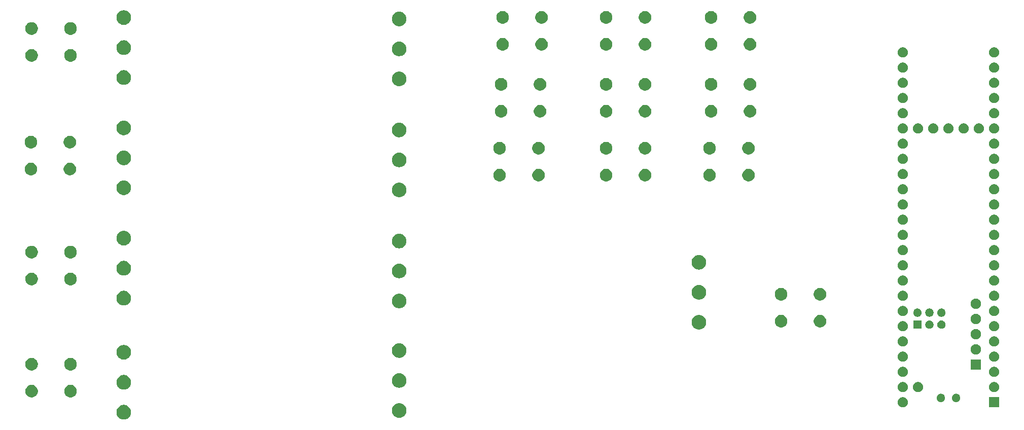
<source format=gbr>
G04 #@! TF.GenerationSoftware,KiCad,Pcbnew,(5.1.4-0-10_14)*
G04 #@! TF.CreationDate,2020-08-23T12:41:51+02:00*
G04 #@! TF.ProjectId,the_mvp,7468655f-6d76-4702-9e6b-696361645f70,1.0*
G04 #@! TF.SameCoordinates,Original*
G04 #@! TF.FileFunction,Soldermask,Bot*
G04 #@! TF.FilePolarity,Negative*
%FSLAX46Y46*%
G04 Gerber Fmt 4.6, Leading zero omitted, Abs format (unit mm)*
G04 Created by KiCad (PCBNEW (5.1.4-0-10_14)) date 2020-08-23 12:41:51*
%MOMM*%
%LPD*%
G04 APERTURE LIST*
%ADD10C,0.100000*%
G04 APERTURE END LIST*
D10*
G36*
X72746153Y-93440922D02*
G01*
X72838194Y-93479047D01*
X72968359Y-93532963D01*
X73168342Y-93666587D01*
X73338413Y-93836658D01*
X73472037Y-94036641D01*
X73564078Y-94258848D01*
X73611000Y-94494741D01*
X73611000Y-94735259D01*
X73564078Y-94971152D01*
X73472037Y-95193359D01*
X73338413Y-95393342D01*
X73168342Y-95563413D01*
X72968359Y-95697037D01*
X72838194Y-95750953D01*
X72746153Y-95789078D01*
X72628205Y-95812539D01*
X72510259Y-95836000D01*
X72269741Y-95836000D01*
X72151795Y-95812539D01*
X72033847Y-95789078D01*
X71941806Y-95750953D01*
X71811641Y-95697037D01*
X71611658Y-95563413D01*
X71441587Y-95393342D01*
X71307963Y-95193359D01*
X71215922Y-94971152D01*
X71169000Y-94735259D01*
X71169000Y-94494741D01*
X71215922Y-94258848D01*
X71307963Y-94036641D01*
X71441587Y-93836658D01*
X71611658Y-93666587D01*
X71811641Y-93532963D01*
X71941806Y-93479047D01*
X72033847Y-93440922D01*
X72269741Y-93394000D01*
X72510259Y-93394000D01*
X72746153Y-93440922D01*
X72746153Y-93440922D01*
G37*
G36*
X118602205Y-93130461D02*
G01*
X118720153Y-93153922D01*
X118812194Y-93192047D01*
X118942359Y-93245963D01*
X119142342Y-93379587D01*
X119312413Y-93549658D01*
X119446037Y-93749641D01*
X119538078Y-93971848D01*
X119585000Y-94207741D01*
X119585000Y-94448259D01*
X119538078Y-94684152D01*
X119446037Y-94906359D01*
X119312413Y-95106342D01*
X119142342Y-95276413D01*
X118942359Y-95410037D01*
X118812194Y-95463953D01*
X118720153Y-95502078D01*
X118602205Y-95525539D01*
X118484259Y-95549000D01*
X118243741Y-95549000D01*
X118125795Y-95525539D01*
X118007847Y-95502078D01*
X117915806Y-95463953D01*
X117785641Y-95410037D01*
X117585658Y-95276413D01*
X117415587Y-95106342D01*
X117281963Y-94906359D01*
X117189922Y-94684152D01*
X117143000Y-94448259D01*
X117143000Y-94207741D01*
X117189922Y-93971848D01*
X117281963Y-93749641D01*
X117415587Y-93549658D01*
X117585658Y-93379587D01*
X117785641Y-93245963D01*
X117915806Y-93192047D01*
X118007847Y-93153922D01*
X118125795Y-93130461D01*
X118243741Y-93107000D01*
X118484259Y-93107000D01*
X118602205Y-93130461D01*
X118602205Y-93130461D01*
G37*
G36*
X218529000Y-93815000D02*
G01*
X216827000Y-93815000D01*
X216827000Y-92113000D01*
X218529000Y-92113000D01*
X218529000Y-93815000D01*
X218529000Y-93815000D01*
G37*
G36*
X202686228Y-92145703D02*
G01*
X202841100Y-92209853D01*
X202980481Y-92302985D01*
X203099015Y-92421519D01*
X203192147Y-92560900D01*
X203256297Y-92715772D01*
X203289000Y-92880184D01*
X203289000Y-93047816D01*
X203256297Y-93212228D01*
X203192147Y-93367100D01*
X203099015Y-93506481D01*
X202980481Y-93625015D01*
X202841100Y-93718147D01*
X202686228Y-93782297D01*
X202521816Y-93815000D01*
X202354184Y-93815000D01*
X202189772Y-93782297D01*
X202034900Y-93718147D01*
X201895519Y-93625015D01*
X201776985Y-93506481D01*
X201683853Y-93367100D01*
X201619703Y-93212228D01*
X201587000Y-93047816D01*
X201587000Y-92880184D01*
X201619703Y-92715772D01*
X201683853Y-92560900D01*
X201776985Y-92421519D01*
X201895519Y-92302985D01*
X202034900Y-92209853D01*
X202189772Y-92145703D01*
X202354184Y-92113000D01*
X202521816Y-92113000D01*
X202686228Y-92145703D01*
X202686228Y-92145703D01*
G37*
G36*
X208992473Y-91559938D02*
G01*
X209120049Y-91612782D01*
X209234859Y-91689495D01*
X209332505Y-91787141D01*
X209409218Y-91901951D01*
X209462062Y-92029527D01*
X209489000Y-92164956D01*
X209489000Y-92303044D01*
X209462062Y-92438473D01*
X209409218Y-92566049D01*
X209332505Y-92680859D01*
X209234859Y-92778505D01*
X209120049Y-92855218D01*
X208992473Y-92908062D01*
X208857044Y-92935000D01*
X208718956Y-92935000D01*
X208583527Y-92908062D01*
X208455951Y-92855218D01*
X208341141Y-92778505D01*
X208243495Y-92680859D01*
X208166782Y-92566049D01*
X208113938Y-92438473D01*
X208087000Y-92303044D01*
X208087000Y-92164956D01*
X208113938Y-92029527D01*
X208166782Y-91901951D01*
X208243495Y-91787141D01*
X208341141Y-91689495D01*
X208455951Y-91612782D01*
X208583527Y-91559938D01*
X208718956Y-91533000D01*
X208857044Y-91533000D01*
X208992473Y-91559938D01*
X208992473Y-91559938D01*
G37*
G36*
X211532473Y-91559938D02*
G01*
X211660049Y-91612782D01*
X211774859Y-91689495D01*
X211872505Y-91787141D01*
X211949218Y-91901951D01*
X212002062Y-92029527D01*
X212029000Y-92164956D01*
X212029000Y-92303044D01*
X212002062Y-92438473D01*
X211949218Y-92566049D01*
X211872505Y-92680859D01*
X211774859Y-92778505D01*
X211660049Y-92855218D01*
X211532473Y-92908062D01*
X211397044Y-92935000D01*
X211258956Y-92935000D01*
X211123527Y-92908062D01*
X210995951Y-92855218D01*
X210881141Y-92778505D01*
X210783495Y-92680859D01*
X210706782Y-92566049D01*
X210653938Y-92438473D01*
X210627000Y-92303044D01*
X210627000Y-92164956D01*
X210653938Y-92029527D01*
X210706782Y-91901951D01*
X210783495Y-91787141D01*
X210881141Y-91689495D01*
X210995951Y-91612782D01*
X211123527Y-91559938D01*
X211258956Y-91533000D01*
X211397044Y-91533000D01*
X211532473Y-91559938D01*
X211532473Y-91559938D01*
G37*
G36*
X57306564Y-90103389D02*
G01*
X57481310Y-90175771D01*
X57497835Y-90182616D01*
X57638212Y-90276413D01*
X57669973Y-90297635D01*
X57816365Y-90444027D01*
X57931385Y-90616167D01*
X58010611Y-90807436D01*
X58051000Y-91010484D01*
X58051000Y-91217516D01*
X58010611Y-91420564D01*
X57952880Y-91559939D01*
X57931384Y-91611835D01*
X57816365Y-91783973D01*
X57669973Y-91930365D01*
X57497835Y-92045384D01*
X57497834Y-92045385D01*
X57497833Y-92045385D01*
X57306564Y-92124611D01*
X57103516Y-92165000D01*
X56896484Y-92165000D01*
X56693436Y-92124611D01*
X56502167Y-92045385D01*
X56502166Y-92045385D01*
X56502165Y-92045384D01*
X56330027Y-91930365D01*
X56183635Y-91783973D01*
X56068616Y-91611835D01*
X56047120Y-91559939D01*
X55989389Y-91420564D01*
X55949000Y-91217516D01*
X55949000Y-91010484D01*
X55989389Y-90807436D01*
X56068615Y-90616167D01*
X56183635Y-90444027D01*
X56330027Y-90297635D01*
X56361788Y-90276413D01*
X56502165Y-90182616D01*
X56518690Y-90175771D01*
X56693436Y-90103389D01*
X56896484Y-90063000D01*
X57103516Y-90063000D01*
X57306564Y-90103389D01*
X57306564Y-90103389D01*
G37*
G36*
X63806564Y-90103389D02*
G01*
X63981310Y-90175771D01*
X63997835Y-90182616D01*
X64138212Y-90276413D01*
X64169973Y-90297635D01*
X64316365Y-90444027D01*
X64431385Y-90616167D01*
X64510611Y-90807436D01*
X64551000Y-91010484D01*
X64551000Y-91217516D01*
X64510611Y-91420564D01*
X64452880Y-91559939D01*
X64431384Y-91611835D01*
X64316365Y-91783973D01*
X64169973Y-91930365D01*
X63997835Y-92045384D01*
X63997834Y-92045385D01*
X63997833Y-92045385D01*
X63806564Y-92124611D01*
X63603516Y-92165000D01*
X63396484Y-92165000D01*
X63193436Y-92124611D01*
X63002167Y-92045385D01*
X63002166Y-92045385D01*
X63002165Y-92045384D01*
X62830027Y-91930365D01*
X62683635Y-91783973D01*
X62568616Y-91611835D01*
X62547120Y-91559939D01*
X62489389Y-91420564D01*
X62449000Y-91217516D01*
X62449000Y-91010484D01*
X62489389Y-90807436D01*
X62568615Y-90616167D01*
X62683635Y-90444027D01*
X62830027Y-90297635D01*
X62861788Y-90276413D01*
X63002165Y-90182616D01*
X63018690Y-90175771D01*
X63193436Y-90103389D01*
X63396484Y-90063000D01*
X63603516Y-90063000D01*
X63806564Y-90103389D01*
X63806564Y-90103389D01*
G37*
G36*
X205226228Y-89605703D02*
G01*
X205381100Y-89669853D01*
X205520481Y-89762985D01*
X205639015Y-89881519D01*
X205732147Y-90020900D01*
X205796297Y-90175772D01*
X205829000Y-90340184D01*
X205829000Y-90507816D01*
X205796297Y-90672228D01*
X205732147Y-90827100D01*
X205639015Y-90966481D01*
X205520481Y-91085015D01*
X205381100Y-91178147D01*
X205226228Y-91242297D01*
X205061816Y-91275000D01*
X204894184Y-91275000D01*
X204729772Y-91242297D01*
X204574900Y-91178147D01*
X204435519Y-91085015D01*
X204316985Y-90966481D01*
X204223853Y-90827100D01*
X204159703Y-90672228D01*
X204127000Y-90507816D01*
X204127000Y-90340184D01*
X204159703Y-90175772D01*
X204223853Y-90020900D01*
X204316985Y-89881519D01*
X204435519Y-89762985D01*
X204574900Y-89669853D01*
X204729772Y-89605703D01*
X204894184Y-89573000D01*
X205061816Y-89573000D01*
X205226228Y-89605703D01*
X205226228Y-89605703D01*
G37*
G36*
X217926228Y-89605703D02*
G01*
X218081100Y-89669853D01*
X218220481Y-89762985D01*
X218339015Y-89881519D01*
X218432147Y-90020900D01*
X218496297Y-90175772D01*
X218529000Y-90340184D01*
X218529000Y-90507816D01*
X218496297Y-90672228D01*
X218432147Y-90827100D01*
X218339015Y-90966481D01*
X218220481Y-91085015D01*
X218081100Y-91178147D01*
X217926228Y-91242297D01*
X217761816Y-91275000D01*
X217594184Y-91275000D01*
X217429772Y-91242297D01*
X217274900Y-91178147D01*
X217135519Y-91085015D01*
X217016985Y-90966481D01*
X216923853Y-90827100D01*
X216859703Y-90672228D01*
X216827000Y-90507816D01*
X216827000Y-90340184D01*
X216859703Y-90175772D01*
X216923853Y-90020900D01*
X217016985Y-89881519D01*
X217135519Y-89762985D01*
X217274900Y-89669853D01*
X217429772Y-89605703D01*
X217594184Y-89573000D01*
X217761816Y-89573000D01*
X217926228Y-89605703D01*
X217926228Y-89605703D01*
G37*
G36*
X202686228Y-89605703D02*
G01*
X202841100Y-89669853D01*
X202980481Y-89762985D01*
X203099015Y-89881519D01*
X203192147Y-90020900D01*
X203256297Y-90175772D01*
X203289000Y-90340184D01*
X203289000Y-90507816D01*
X203256297Y-90672228D01*
X203192147Y-90827100D01*
X203099015Y-90966481D01*
X202980481Y-91085015D01*
X202841100Y-91178147D01*
X202686228Y-91242297D01*
X202521816Y-91275000D01*
X202354184Y-91275000D01*
X202189772Y-91242297D01*
X202034900Y-91178147D01*
X201895519Y-91085015D01*
X201776985Y-90966481D01*
X201683853Y-90827100D01*
X201619703Y-90672228D01*
X201587000Y-90507816D01*
X201587000Y-90340184D01*
X201619703Y-90175772D01*
X201683853Y-90020900D01*
X201776985Y-89881519D01*
X201895519Y-89762985D01*
X202034900Y-89669853D01*
X202189772Y-89605703D01*
X202354184Y-89573000D01*
X202521816Y-89573000D01*
X202686228Y-89605703D01*
X202686228Y-89605703D01*
G37*
G36*
X72746153Y-88440922D02*
G01*
X72838194Y-88479047D01*
X72968359Y-88532963D01*
X73168342Y-88666587D01*
X73338413Y-88836658D01*
X73472037Y-89036641D01*
X73525953Y-89166806D01*
X73564078Y-89258847D01*
X73611000Y-89494742D01*
X73611000Y-89735258D01*
X73564078Y-89971153D01*
X73526033Y-90063000D01*
X73472037Y-90193359D01*
X73338413Y-90393342D01*
X73168342Y-90563413D01*
X72968359Y-90697037D01*
X72838194Y-90750953D01*
X72746153Y-90789078D01*
X72653865Y-90807435D01*
X72510259Y-90836000D01*
X72269741Y-90836000D01*
X72126135Y-90807435D01*
X72033847Y-90789078D01*
X71941806Y-90750953D01*
X71811641Y-90697037D01*
X71611658Y-90563413D01*
X71441587Y-90393342D01*
X71307963Y-90193359D01*
X71253967Y-90063000D01*
X71215922Y-89971153D01*
X71169000Y-89735258D01*
X71169000Y-89494742D01*
X71215922Y-89258847D01*
X71254047Y-89166806D01*
X71307963Y-89036641D01*
X71441587Y-88836658D01*
X71611658Y-88666587D01*
X71811641Y-88532963D01*
X71941806Y-88479047D01*
X72033847Y-88440922D01*
X72269741Y-88394000D01*
X72510259Y-88394000D01*
X72746153Y-88440922D01*
X72746153Y-88440922D01*
G37*
G36*
X118602205Y-88130461D02*
G01*
X118720153Y-88153922D01*
X118812194Y-88192047D01*
X118942359Y-88245963D01*
X119142342Y-88379587D01*
X119312413Y-88549658D01*
X119446037Y-88749641D01*
X119499953Y-88879806D01*
X119538078Y-88971847D01*
X119585000Y-89207742D01*
X119585000Y-89448258D01*
X119540923Y-89669852D01*
X119538078Y-89684152D01*
X119446037Y-89906359D01*
X119312413Y-90106342D01*
X119142342Y-90276413D01*
X118942359Y-90410037D01*
X118812194Y-90463953D01*
X118720153Y-90502078D01*
X118602205Y-90525539D01*
X118484259Y-90549000D01*
X118243741Y-90549000D01*
X118125795Y-90525539D01*
X118007847Y-90502078D01*
X117915806Y-90463953D01*
X117785641Y-90410037D01*
X117585658Y-90276413D01*
X117415587Y-90106342D01*
X117281963Y-89906359D01*
X117189922Y-89684152D01*
X117187078Y-89669852D01*
X117143000Y-89448258D01*
X117143000Y-89207742D01*
X117189922Y-88971847D01*
X117228047Y-88879806D01*
X117281963Y-88749641D01*
X117415587Y-88549658D01*
X117585658Y-88379587D01*
X117785641Y-88245963D01*
X117915806Y-88192047D01*
X118007847Y-88153922D01*
X118243741Y-88107000D01*
X118484259Y-88107000D01*
X118602205Y-88130461D01*
X118602205Y-88130461D01*
G37*
G36*
X202686228Y-87065703D02*
G01*
X202841100Y-87129853D01*
X202980481Y-87222985D01*
X203099015Y-87341519D01*
X203192147Y-87480900D01*
X203256297Y-87635772D01*
X203289000Y-87800184D01*
X203289000Y-87967816D01*
X203256297Y-88132228D01*
X203192147Y-88287100D01*
X203099015Y-88426481D01*
X202980481Y-88545015D01*
X202841100Y-88638147D01*
X202686228Y-88702297D01*
X202521816Y-88735000D01*
X202354184Y-88735000D01*
X202189772Y-88702297D01*
X202034900Y-88638147D01*
X201895519Y-88545015D01*
X201776985Y-88426481D01*
X201683853Y-88287100D01*
X201619703Y-88132228D01*
X201587000Y-87967816D01*
X201587000Y-87800184D01*
X201619703Y-87635772D01*
X201683853Y-87480900D01*
X201776985Y-87341519D01*
X201895519Y-87222985D01*
X202034900Y-87129853D01*
X202189772Y-87065703D01*
X202354184Y-87033000D01*
X202521816Y-87033000D01*
X202686228Y-87065703D01*
X202686228Y-87065703D01*
G37*
G36*
X217926228Y-87065703D02*
G01*
X218081100Y-87129853D01*
X218220481Y-87222985D01*
X218339015Y-87341519D01*
X218432147Y-87480900D01*
X218496297Y-87635772D01*
X218529000Y-87800184D01*
X218529000Y-87967816D01*
X218496297Y-88132228D01*
X218432147Y-88287100D01*
X218339015Y-88426481D01*
X218220481Y-88545015D01*
X218081100Y-88638147D01*
X217926228Y-88702297D01*
X217761816Y-88735000D01*
X217594184Y-88735000D01*
X217429772Y-88702297D01*
X217274900Y-88638147D01*
X217135519Y-88545015D01*
X217016985Y-88426481D01*
X216923853Y-88287100D01*
X216859703Y-88132228D01*
X216827000Y-87967816D01*
X216827000Y-87800184D01*
X216859703Y-87635772D01*
X216923853Y-87480900D01*
X217016985Y-87341519D01*
X217135519Y-87222985D01*
X217274900Y-87129853D01*
X217429772Y-87065703D01*
X217594184Y-87033000D01*
X217761816Y-87033000D01*
X217926228Y-87065703D01*
X217926228Y-87065703D01*
G37*
G36*
X63806564Y-85603389D02*
G01*
X63997833Y-85682615D01*
X63997835Y-85682616D01*
X64169973Y-85797635D01*
X64316365Y-85944027D01*
X64419345Y-86098147D01*
X64431385Y-86116167D01*
X64510611Y-86307436D01*
X64551000Y-86510484D01*
X64551000Y-86717516D01*
X64510611Y-86920564D01*
X64450492Y-87065705D01*
X64431384Y-87111835D01*
X64316365Y-87283973D01*
X64169973Y-87430365D01*
X63997835Y-87545384D01*
X63997834Y-87545385D01*
X63997833Y-87545385D01*
X63806564Y-87624611D01*
X63603516Y-87665000D01*
X63396484Y-87665000D01*
X63193436Y-87624611D01*
X63002167Y-87545385D01*
X63002166Y-87545385D01*
X63002165Y-87545384D01*
X62830027Y-87430365D01*
X62683635Y-87283973D01*
X62568616Y-87111835D01*
X62549508Y-87065705D01*
X62489389Y-86920564D01*
X62449000Y-86717516D01*
X62449000Y-86510484D01*
X62489389Y-86307436D01*
X62568615Y-86116167D01*
X62580656Y-86098147D01*
X62683635Y-85944027D01*
X62830027Y-85797635D01*
X63002165Y-85682616D01*
X63002167Y-85682615D01*
X63193436Y-85603389D01*
X63396484Y-85563000D01*
X63603516Y-85563000D01*
X63806564Y-85603389D01*
X63806564Y-85603389D01*
G37*
G36*
X57306564Y-85603389D02*
G01*
X57497833Y-85682615D01*
X57497835Y-85682616D01*
X57669973Y-85797635D01*
X57816365Y-85944027D01*
X57919345Y-86098147D01*
X57931385Y-86116167D01*
X58010611Y-86307436D01*
X58051000Y-86510484D01*
X58051000Y-86717516D01*
X58010611Y-86920564D01*
X57950492Y-87065705D01*
X57931384Y-87111835D01*
X57816365Y-87283973D01*
X57669973Y-87430365D01*
X57497835Y-87545384D01*
X57497834Y-87545385D01*
X57497833Y-87545385D01*
X57306564Y-87624611D01*
X57103516Y-87665000D01*
X56896484Y-87665000D01*
X56693436Y-87624611D01*
X56502167Y-87545385D01*
X56502166Y-87545385D01*
X56502165Y-87545384D01*
X56330027Y-87430365D01*
X56183635Y-87283973D01*
X56068616Y-87111835D01*
X56049508Y-87065705D01*
X55989389Y-86920564D01*
X55949000Y-86717516D01*
X55949000Y-86510484D01*
X55989389Y-86307436D01*
X56068615Y-86116167D01*
X56080656Y-86098147D01*
X56183635Y-85944027D01*
X56330027Y-85797635D01*
X56502165Y-85682616D01*
X56502167Y-85682615D01*
X56693436Y-85603389D01*
X56896484Y-85563000D01*
X57103516Y-85563000D01*
X57306564Y-85603389D01*
X57306564Y-85603389D01*
G37*
G36*
X215478200Y-87515800D02*
G01*
X213776200Y-87515800D01*
X213776200Y-85813800D01*
X215478200Y-85813800D01*
X215478200Y-87515800D01*
X215478200Y-87515800D01*
G37*
G36*
X217926228Y-84525703D02*
G01*
X218081100Y-84589853D01*
X218220481Y-84682985D01*
X218339015Y-84801519D01*
X218432147Y-84940900D01*
X218496297Y-85095772D01*
X218529000Y-85260184D01*
X218529000Y-85427816D01*
X218496297Y-85592228D01*
X218432147Y-85747100D01*
X218339015Y-85886481D01*
X218220481Y-86005015D01*
X218081100Y-86098147D01*
X217926228Y-86162297D01*
X217761816Y-86195000D01*
X217594184Y-86195000D01*
X217429772Y-86162297D01*
X217274900Y-86098147D01*
X217135519Y-86005015D01*
X217016985Y-85886481D01*
X216923853Y-85747100D01*
X216859703Y-85592228D01*
X216827000Y-85427816D01*
X216827000Y-85260184D01*
X216859703Y-85095772D01*
X216923853Y-84940900D01*
X217016985Y-84801519D01*
X217135519Y-84682985D01*
X217274900Y-84589853D01*
X217429772Y-84525703D01*
X217594184Y-84493000D01*
X217761816Y-84493000D01*
X217926228Y-84525703D01*
X217926228Y-84525703D01*
G37*
G36*
X202686228Y-84525703D02*
G01*
X202841100Y-84589853D01*
X202980481Y-84682985D01*
X203099015Y-84801519D01*
X203192147Y-84940900D01*
X203256297Y-85095772D01*
X203289000Y-85260184D01*
X203289000Y-85427816D01*
X203256297Y-85592228D01*
X203192147Y-85747100D01*
X203099015Y-85886481D01*
X202980481Y-86005015D01*
X202841100Y-86098147D01*
X202686228Y-86162297D01*
X202521816Y-86195000D01*
X202354184Y-86195000D01*
X202189772Y-86162297D01*
X202034900Y-86098147D01*
X201895519Y-86005015D01*
X201776985Y-85886481D01*
X201683853Y-85747100D01*
X201619703Y-85592228D01*
X201587000Y-85427816D01*
X201587000Y-85260184D01*
X201619703Y-85095772D01*
X201683853Y-84940900D01*
X201776985Y-84801519D01*
X201895519Y-84682985D01*
X202034900Y-84589853D01*
X202189772Y-84525703D01*
X202354184Y-84493000D01*
X202521816Y-84493000D01*
X202686228Y-84525703D01*
X202686228Y-84525703D01*
G37*
G36*
X72746153Y-83440922D02*
G01*
X72804318Y-83465015D01*
X72968359Y-83532963D01*
X73168342Y-83666587D01*
X73338413Y-83836658D01*
X73472037Y-84036641D01*
X73564078Y-84258848D01*
X73610654Y-84493000D01*
X73611000Y-84494742D01*
X73611000Y-84735258D01*
X73569659Y-84943097D01*
X73564078Y-84971152D01*
X73472037Y-85193359D01*
X73338413Y-85393342D01*
X73168342Y-85563413D01*
X72968359Y-85697037D01*
X72847503Y-85747097D01*
X72746153Y-85789078D01*
X72510259Y-85836000D01*
X72269741Y-85836000D01*
X72033847Y-85789078D01*
X71932497Y-85747097D01*
X71811641Y-85697037D01*
X71611658Y-85563413D01*
X71441587Y-85393342D01*
X71307963Y-85193359D01*
X71215922Y-84971152D01*
X71210342Y-84943097D01*
X71169000Y-84735258D01*
X71169000Y-84494742D01*
X71169347Y-84493000D01*
X71215922Y-84258848D01*
X71307963Y-84036641D01*
X71441587Y-83836658D01*
X71611658Y-83666587D01*
X71811641Y-83532963D01*
X71975682Y-83465015D01*
X72033847Y-83440922D01*
X72269741Y-83394000D01*
X72510259Y-83394000D01*
X72746153Y-83440922D01*
X72746153Y-83440922D01*
G37*
G36*
X118720153Y-83153922D02*
G01*
X118812194Y-83192047D01*
X118942359Y-83245963D01*
X119142342Y-83379587D01*
X119312413Y-83549658D01*
X119446037Y-83749641D01*
X119538078Y-83971848D01*
X119585000Y-84207741D01*
X119585000Y-84448259D01*
X119538078Y-84684152D01*
X119446037Y-84906359D01*
X119312413Y-85106342D01*
X119142342Y-85276413D01*
X118942359Y-85410037D01*
X118812194Y-85463953D01*
X118720153Y-85502078D01*
X118484259Y-85549000D01*
X118243741Y-85549000D01*
X118125795Y-85525539D01*
X118007847Y-85502078D01*
X117915806Y-85463953D01*
X117785641Y-85410037D01*
X117585658Y-85276413D01*
X117415587Y-85106342D01*
X117281963Y-84906359D01*
X117189922Y-84684152D01*
X117143000Y-84448259D01*
X117143000Y-84207741D01*
X117189922Y-83971848D01*
X117281963Y-83749641D01*
X117415587Y-83549658D01*
X117585658Y-83379587D01*
X117785641Y-83245963D01*
X117915806Y-83192047D01*
X118007847Y-83153922D01*
X118243741Y-83107000D01*
X118484259Y-83107000D01*
X118720153Y-83153922D01*
X118720153Y-83153922D01*
G37*
G36*
X214875428Y-83306503D02*
G01*
X215030300Y-83370653D01*
X215169681Y-83463785D01*
X215288215Y-83582319D01*
X215381347Y-83721700D01*
X215445497Y-83876572D01*
X215478200Y-84040984D01*
X215478200Y-84208616D01*
X215445497Y-84373028D01*
X215381347Y-84527900D01*
X215288215Y-84667281D01*
X215169681Y-84785815D01*
X215030300Y-84878947D01*
X214875428Y-84943097D01*
X214711016Y-84975800D01*
X214543384Y-84975800D01*
X214378972Y-84943097D01*
X214224100Y-84878947D01*
X214084719Y-84785815D01*
X213966185Y-84667281D01*
X213873053Y-84527900D01*
X213808903Y-84373028D01*
X213776200Y-84208616D01*
X213776200Y-84040984D01*
X213808903Y-83876572D01*
X213873053Y-83721700D01*
X213966185Y-83582319D01*
X214084719Y-83463785D01*
X214224100Y-83370653D01*
X214378972Y-83306503D01*
X214543384Y-83273800D01*
X214711016Y-83273800D01*
X214875428Y-83306503D01*
X214875428Y-83306503D01*
G37*
G36*
X217926228Y-81985703D02*
G01*
X218081100Y-82049853D01*
X218220481Y-82142985D01*
X218339015Y-82261519D01*
X218432147Y-82400900D01*
X218496297Y-82555772D01*
X218529000Y-82720184D01*
X218529000Y-82887816D01*
X218496297Y-83052228D01*
X218432147Y-83207100D01*
X218339015Y-83346481D01*
X218220481Y-83465015D01*
X218081100Y-83558147D01*
X217926228Y-83622297D01*
X217761816Y-83655000D01*
X217594184Y-83655000D01*
X217429772Y-83622297D01*
X217274900Y-83558147D01*
X217135519Y-83465015D01*
X217016985Y-83346481D01*
X216923853Y-83207100D01*
X216859703Y-83052228D01*
X216827000Y-82887816D01*
X216827000Y-82720184D01*
X216859703Y-82555772D01*
X216923853Y-82400900D01*
X217016985Y-82261519D01*
X217135519Y-82142985D01*
X217274900Y-82049853D01*
X217429772Y-81985703D01*
X217594184Y-81953000D01*
X217761816Y-81953000D01*
X217926228Y-81985703D01*
X217926228Y-81985703D01*
G37*
G36*
X202686228Y-81985703D02*
G01*
X202841100Y-82049853D01*
X202980481Y-82142985D01*
X203099015Y-82261519D01*
X203192147Y-82400900D01*
X203256297Y-82555772D01*
X203289000Y-82720184D01*
X203289000Y-82887816D01*
X203256297Y-83052228D01*
X203192147Y-83207100D01*
X203099015Y-83346481D01*
X202980481Y-83465015D01*
X202841100Y-83558147D01*
X202686228Y-83622297D01*
X202521816Y-83655000D01*
X202354184Y-83655000D01*
X202189772Y-83622297D01*
X202034900Y-83558147D01*
X201895519Y-83465015D01*
X201776985Y-83346481D01*
X201683853Y-83207100D01*
X201619703Y-83052228D01*
X201587000Y-82887816D01*
X201587000Y-82720184D01*
X201619703Y-82555772D01*
X201683853Y-82400900D01*
X201776985Y-82261519D01*
X201895519Y-82142985D01*
X202034900Y-82049853D01*
X202189772Y-81985703D01*
X202354184Y-81953000D01*
X202521816Y-81953000D01*
X202686228Y-81985703D01*
X202686228Y-81985703D01*
G37*
G36*
X214875428Y-80766503D02*
G01*
X215030300Y-80830653D01*
X215169681Y-80923785D01*
X215288215Y-81042319D01*
X215381347Y-81181700D01*
X215445497Y-81336572D01*
X215478200Y-81500984D01*
X215478200Y-81668616D01*
X215445497Y-81833028D01*
X215381347Y-81987900D01*
X215288215Y-82127281D01*
X215169681Y-82245815D01*
X215030300Y-82338947D01*
X214875428Y-82403097D01*
X214711016Y-82435800D01*
X214543384Y-82435800D01*
X214378972Y-82403097D01*
X214224100Y-82338947D01*
X214084719Y-82245815D01*
X213966185Y-82127281D01*
X213873053Y-81987900D01*
X213808903Y-81833028D01*
X213776200Y-81668616D01*
X213776200Y-81500984D01*
X213808903Y-81336572D01*
X213873053Y-81181700D01*
X213966185Y-81042319D01*
X214084719Y-80923785D01*
X214224100Y-80830653D01*
X214378972Y-80766503D01*
X214543384Y-80733800D01*
X214711016Y-80733800D01*
X214875428Y-80766503D01*
X214875428Y-80766503D01*
G37*
G36*
X217926228Y-79445703D02*
G01*
X218081100Y-79509853D01*
X218220481Y-79602985D01*
X218339015Y-79721519D01*
X218432147Y-79860900D01*
X218496297Y-80015772D01*
X218529000Y-80180184D01*
X218529000Y-80347816D01*
X218496297Y-80512228D01*
X218432147Y-80667100D01*
X218339015Y-80806481D01*
X218220481Y-80925015D01*
X218081100Y-81018147D01*
X217926228Y-81082297D01*
X217761816Y-81115000D01*
X217594184Y-81115000D01*
X217429772Y-81082297D01*
X217274900Y-81018147D01*
X217135519Y-80925015D01*
X217016985Y-80806481D01*
X216923853Y-80667100D01*
X216859703Y-80512228D01*
X216827000Y-80347816D01*
X216827000Y-80180184D01*
X216859703Y-80015772D01*
X216923853Y-79860900D01*
X217016985Y-79721519D01*
X217135519Y-79602985D01*
X217274900Y-79509853D01*
X217429772Y-79445703D01*
X217594184Y-79413000D01*
X217761816Y-79413000D01*
X217926228Y-79445703D01*
X217926228Y-79445703D01*
G37*
G36*
X202686228Y-79445703D02*
G01*
X202841100Y-79509853D01*
X202980481Y-79602985D01*
X203099015Y-79721519D01*
X203192147Y-79860900D01*
X203256297Y-80015772D01*
X203289000Y-80180184D01*
X203289000Y-80347816D01*
X203256297Y-80512228D01*
X203192147Y-80667100D01*
X203099015Y-80806481D01*
X202980481Y-80925015D01*
X202841100Y-81018147D01*
X202686228Y-81082297D01*
X202521816Y-81115000D01*
X202354184Y-81115000D01*
X202189772Y-81082297D01*
X202034900Y-81018147D01*
X201895519Y-80925015D01*
X201776985Y-80806481D01*
X201683853Y-80667100D01*
X201619703Y-80512228D01*
X201587000Y-80347816D01*
X201587000Y-80180184D01*
X201619703Y-80015772D01*
X201683853Y-79860900D01*
X201776985Y-79721519D01*
X201895519Y-79602985D01*
X202034900Y-79509853D01*
X202189772Y-79445703D01*
X202354184Y-79413000D01*
X202521816Y-79413000D01*
X202686228Y-79445703D01*
X202686228Y-79445703D01*
G37*
G36*
X168640205Y-78398461D02*
G01*
X168758153Y-78421922D01*
X168850194Y-78460047D01*
X168980359Y-78513963D01*
X169180342Y-78647587D01*
X169350413Y-78817658D01*
X169484037Y-79017641D01*
X169576078Y-79239848D01*
X169623000Y-79475741D01*
X169623000Y-79716259D01*
X169618961Y-79736564D01*
X169580916Y-79927833D01*
X169576078Y-79952152D01*
X169484037Y-80174359D01*
X169350413Y-80374342D01*
X169180342Y-80544413D01*
X168980359Y-80678037D01*
X168850194Y-80731953D01*
X168758153Y-80770078D01*
X168522259Y-80817000D01*
X168281741Y-80817000D01*
X168045847Y-80770078D01*
X167953806Y-80731953D01*
X167823641Y-80678037D01*
X167623658Y-80544413D01*
X167453587Y-80374342D01*
X167319963Y-80174359D01*
X167227922Y-79952152D01*
X167223085Y-79927833D01*
X167185039Y-79736564D01*
X167181000Y-79716259D01*
X167181000Y-79475741D01*
X167227922Y-79239848D01*
X167319963Y-79017641D01*
X167453587Y-78817658D01*
X167623658Y-78647587D01*
X167823641Y-78513963D01*
X167953806Y-78460047D01*
X168045847Y-78421922D01*
X168163795Y-78398461D01*
X168281741Y-78375000D01*
X168522259Y-78375000D01*
X168640205Y-78398461D01*
X168640205Y-78398461D01*
G37*
G36*
X209080873Y-79319938D02*
G01*
X209208449Y-79372782D01*
X209323259Y-79449495D01*
X209420905Y-79547141D01*
X209497618Y-79661951D01*
X209550462Y-79789527D01*
X209577400Y-79924956D01*
X209577400Y-80063044D01*
X209550462Y-80198473D01*
X209497618Y-80326049D01*
X209420905Y-80440859D01*
X209323259Y-80538505D01*
X209208449Y-80615218D01*
X209080873Y-80668062D01*
X208945444Y-80695000D01*
X208807356Y-80695000D01*
X208671927Y-80668062D01*
X208544351Y-80615218D01*
X208429541Y-80538505D01*
X208331895Y-80440859D01*
X208255182Y-80326049D01*
X208202338Y-80198473D01*
X208175400Y-80063044D01*
X208175400Y-79924956D01*
X208202338Y-79789527D01*
X208255182Y-79661951D01*
X208331895Y-79547141D01*
X208429541Y-79449495D01*
X208544351Y-79372782D01*
X208671927Y-79319938D01*
X208807356Y-79293000D01*
X208945444Y-79293000D01*
X209080873Y-79319938D01*
X209080873Y-79319938D01*
G37*
G36*
X207080873Y-79319938D02*
G01*
X207208449Y-79372782D01*
X207323259Y-79449495D01*
X207420905Y-79547141D01*
X207497618Y-79661951D01*
X207550462Y-79789527D01*
X207577400Y-79924956D01*
X207577400Y-80063044D01*
X207550462Y-80198473D01*
X207497618Y-80326049D01*
X207420905Y-80440859D01*
X207323259Y-80538505D01*
X207208449Y-80615218D01*
X207080873Y-80668062D01*
X206945444Y-80695000D01*
X206807356Y-80695000D01*
X206671927Y-80668062D01*
X206544351Y-80615218D01*
X206429541Y-80538505D01*
X206331895Y-80440859D01*
X206255182Y-80326049D01*
X206202338Y-80198473D01*
X206175400Y-80063044D01*
X206175400Y-79924956D01*
X206202338Y-79789527D01*
X206255182Y-79661951D01*
X206331895Y-79547141D01*
X206429541Y-79449495D01*
X206544351Y-79372782D01*
X206671927Y-79319938D01*
X206807356Y-79293000D01*
X206945444Y-79293000D01*
X207080873Y-79319938D01*
X207080873Y-79319938D01*
G37*
G36*
X205577400Y-80695000D02*
G01*
X204175400Y-80695000D01*
X204175400Y-79293000D01*
X205577400Y-79293000D01*
X205577400Y-80695000D01*
X205577400Y-80695000D01*
G37*
G36*
X188924564Y-78419389D02*
G01*
X189115833Y-78498615D01*
X189115835Y-78498616D01*
X189175533Y-78538505D01*
X189287973Y-78613635D01*
X189434365Y-78760027D01*
X189549385Y-78932167D01*
X189628611Y-79123436D01*
X189669000Y-79326484D01*
X189669000Y-79533516D01*
X189628611Y-79736564D01*
X189577109Y-79860900D01*
X189549384Y-79927835D01*
X189434365Y-80099973D01*
X189287973Y-80246365D01*
X189115835Y-80361384D01*
X189115834Y-80361385D01*
X189115833Y-80361385D01*
X188924564Y-80440611D01*
X188721516Y-80481000D01*
X188514484Y-80481000D01*
X188311436Y-80440611D01*
X188120167Y-80361385D01*
X188120166Y-80361385D01*
X188120165Y-80361384D01*
X187948027Y-80246365D01*
X187801635Y-80099973D01*
X187686616Y-79927835D01*
X187658891Y-79860900D01*
X187607389Y-79736564D01*
X187567000Y-79533516D01*
X187567000Y-79326484D01*
X187607389Y-79123436D01*
X187686615Y-78932167D01*
X187801635Y-78760027D01*
X187948027Y-78613635D01*
X188060467Y-78538505D01*
X188120165Y-78498616D01*
X188120167Y-78498615D01*
X188311436Y-78419389D01*
X188514484Y-78379000D01*
X188721516Y-78379000D01*
X188924564Y-78419389D01*
X188924564Y-78419389D01*
G37*
G36*
X182424564Y-78419389D02*
G01*
X182615833Y-78498615D01*
X182615835Y-78498616D01*
X182675533Y-78538505D01*
X182787973Y-78613635D01*
X182934365Y-78760027D01*
X183049385Y-78932167D01*
X183128611Y-79123436D01*
X183169000Y-79326484D01*
X183169000Y-79533516D01*
X183128611Y-79736564D01*
X183077109Y-79860900D01*
X183049384Y-79927835D01*
X182934365Y-80099973D01*
X182787973Y-80246365D01*
X182615835Y-80361384D01*
X182615834Y-80361385D01*
X182615833Y-80361385D01*
X182424564Y-80440611D01*
X182221516Y-80481000D01*
X182014484Y-80481000D01*
X181811436Y-80440611D01*
X181620167Y-80361385D01*
X181620166Y-80361385D01*
X181620165Y-80361384D01*
X181448027Y-80246365D01*
X181301635Y-80099973D01*
X181186616Y-79927835D01*
X181158891Y-79860900D01*
X181107389Y-79736564D01*
X181067000Y-79533516D01*
X181067000Y-79326484D01*
X181107389Y-79123436D01*
X181186615Y-78932167D01*
X181301635Y-78760027D01*
X181448027Y-78613635D01*
X181560467Y-78538505D01*
X181620165Y-78498616D01*
X181620167Y-78498615D01*
X181811436Y-78419389D01*
X182014484Y-78379000D01*
X182221516Y-78379000D01*
X182424564Y-78419389D01*
X182424564Y-78419389D01*
G37*
G36*
X214875428Y-78226503D02*
G01*
X215030300Y-78290653D01*
X215169681Y-78383785D01*
X215288215Y-78502319D01*
X215381347Y-78641700D01*
X215445497Y-78796572D01*
X215478200Y-78960984D01*
X215478200Y-79128616D01*
X215445497Y-79293028D01*
X215381347Y-79447900D01*
X215288215Y-79587281D01*
X215169681Y-79705815D01*
X215030300Y-79798947D01*
X214875428Y-79863097D01*
X214711016Y-79895800D01*
X214543384Y-79895800D01*
X214378972Y-79863097D01*
X214224100Y-79798947D01*
X214084719Y-79705815D01*
X213966185Y-79587281D01*
X213873053Y-79447900D01*
X213808903Y-79293028D01*
X213776200Y-79128616D01*
X213776200Y-78960984D01*
X213808903Y-78796572D01*
X213873053Y-78641700D01*
X213966185Y-78502319D01*
X214084719Y-78383785D01*
X214224100Y-78290653D01*
X214378972Y-78226503D01*
X214543384Y-78193800D01*
X214711016Y-78193800D01*
X214875428Y-78226503D01*
X214875428Y-78226503D01*
G37*
G36*
X209080873Y-77319938D02*
G01*
X209208449Y-77372782D01*
X209323259Y-77449495D01*
X209420905Y-77547141D01*
X209497618Y-77661951D01*
X209550462Y-77789527D01*
X209577400Y-77924956D01*
X209577400Y-78063044D01*
X209550462Y-78198473D01*
X209497618Y-78326049D01*
X209420905Y-78440859D01*
X209323259Y-78538505D01*
X209208449Y-78615218D01*
X209080873Y-78668062D01*
X208945444Y-78695000D01*
X208807356Y-78695000D01*
X208671927Y-78668062D01*
X208544351Y-78615218D01*
X208429541Y-78538505D01*
X208331895Y-78440859D01*
X208255182Y-78326049D01*
X208202338Y-78198473D01*
X208175400Y-78063044D01*
X208175400Y-77924956D01*
X208202338Y-77789527D01*
X208255182Y-77661951D01*
X208331895Y-77547141D01*
X208429541Y-77449495D01*
X208544351Y-77372782D01*
X208671927Y-77319938D01*
X208807356Y-77293000D01*
X208945444Y-77293000D01*
X209080873Y-77319938D01*
X209080873Y-77319938D01*
G37*
G36*
X207080873Y-77319938D02*
G01*
X207208449Y-77372782D01*
X207323259Y-77449495D01*
X207420905Y-77547141D01*
X207497618Y-77661951D01*
X207550462Y-77789527D01*
X207577400Y-77924956D01*
X207577400Y-78063044D01*
X207550462Y-78198473D01*
X207497618Y-78326049D01*
X207420905Y-78440859D01*
X207323259Y-78538505D01*
X207208449Y-78615218D01*
X207080873Y-78668062D01*
X206945444Y-78695000D01*
X206807356Y-78695000D01*
X206671927Y-78668062D01*
X206544351Y-78615218D01*
X206429541Y-78538505D01*
X206331895Y-78440859D01*
X206255182Y-78326049D01*
X206202338Y-78198473D01*
X206175400Y-78063044D01*
X206175400Y-77924956D01*
X206202338Y-77789527D01*
X206255182Y-77661951D01*
X206331895Y-77547141D01*
X206429541Y-77449495D01*
X206544351Y-77372782D01*
X206671927Y-77319938D01*
X206807356Y-77293000D01*
X206945444Y-77293000D01*
X207080873Y-77319938D01*
X207080873Y-77319938D01*
G37*
G36*
X205080873Y-77319938D02*
G01*
X205208449Y-77372782D01*
X205323259Y-77449495D01*
X205420905Y-77547141D01*
X205497618Y-77661951D01*
X205550462Y-77789527D01*
X205577400Y-77924956D01*
X205577400Y-78063044D01*
X205550462Y-78198473D01*
X205497618Y-78326049D01*
X205420905Y-78440859D01*
X205323259Y-78538505D01*
X205208449Y-78615218D01*
X205080873Y-78668062D01*
X204945444Y-78695000D01*
X204807356Y-78695000D01*
X204671927Y-78668062D01*
X204544351Y-78615218D01*
X204429541Y-78538505D01*
X204331895Y-78440859D01*
X204255182Y-78326049D01*
X204202338Y-78198473D01*
X204175400Y-78063044D01*
X204175400Y-77924956D01*
X204202338Y-77789527D01*
X204255182Y-77661951D01*
X204331895Y-77547141D01*
X204429541Y-77449495D01*
X204544351Y-77372782D01*
X204671927Y-77319938D01*
X204807356Y-77293000D01*
X204945444Y-77293000D01*
X205080873Y-77319938D01*
X205080873Y-77319938D01*
G37*
G36*
X217926228Y-76905703D02*
G01*
X218081100Y-76969853D01*
X218220481Y-77062985D01*
X218339015Y-77181519D01*
X218432147Y-77320900D01*
X218496297Y-77475772D01*
X218529000Y-77640184D01*
X218529000Y-77807816D01*
X218496297Y-77972228D01*
X218432147Y-78127100D01*
X218339015Y-78266481D01*
X218220481Y-78385015D01*
X218081100Y-78478147D01*
X217926228Y-78542297D01*
X217761816Y-78575000D01*
X217594184Y-78575000D01*
X217429772Y-78542297D01*
X217274900Y-78478147D01*
X217135519Y-78385015D01*
X217016985Y-78266481D01*
X216923853Y-78127100D01*
X216859703Y-77972228D01*
X216827000Y-77807816D01*
X216827000Y-77640184D01*
X216859703Y-77475772D01*
X216923853Y-77320900D01*
X217016985Y-77181519D01*
X217135519Y-77062985D01*
X217274900Y-76969853D01*
X217429772Y-76905703D01*
X217594184Y-76873000D01*
X217761816Y-76873000D01*
X217926228Y-76905703D01*
X217926228Y-76905703D01*
G37*
G36*
X202686228Y-76905703D02*
G01*
X202841100Y-76969853D01*
X202980481Y-77062985D01*
X203099015Y-77181519D01*
X203192147Y-77320900D01*
X203256297Y-77475772D01*
X203289000Y-77640184D01*
X203289000Y-77807816D01*
X203256297Y-77972228D01*
X203192147Y-78127100D01*
X203099015Y-78266481D01*
X202980481Y-78385015D01*
X202841100Y-78478147D01*
X202686228Y-78542297D01*
X202521816Y-78575000D01*
X202354184Y-78575000D01*
X202189772Y-78542297D01*
X202034900Y-78478147D01*
X201895519Y-78385015D01*
X201776985Y-78266481D01*
X201683853Y-78127100D01*
X201619703Y-77972228D01*
X201587000Y-77807816D01*
X201587000Y-77640184D01*
X201619703Y-77475772D01*
X201683853Y-77320900D01*
X201776985Y-77181519D01*
X201895519Y-77062985D01*
X202034900Y-76969853D01*
X202189772Y-76905703D01*
X202354184Y-76873000D01*
X202521816Y-76873000D01*
X202686228Y-76905703D01*
X202686228Y-76905703D01*
G37*
G36*
X214875428Y-75686503D02*
G01*
X215030300Y-75750653D01*
X215169681Y-75843785D01*
X215288215Y-75962319D01*
X215381347Y-76101700D01*
X215445497Y-76256572D01*
X215478200Y-76420984D01*
X215478200Y-76588616D01*
X215445497Y-76753028D01*
X215381347Y-76907900D01*
X215288215Y-77047281D01*
X215169681Y-77165815D01*
X215030300Y-77258947D01*
X214875428Y-77323097D01*
X214711016Y-77355800D01*
X214543384Y-77355800D01*
X214378972Y-77323097D01*
X214224100Y-77258947D01*
X214084719Y-77165815D01*
X213966185Y-77047281D01*
X213873053Y-76907900D01*
X213808903Y-76753028D01*
X213776200Y-76588616D01*
X213776200Y-76420984D01*
X213808903Y-76256572D01*
X213873053Y-76101700D01*
X213966185Y-75962319D01*
X214084719Y-75843785D01*
X214224100Y-75750653D01*
X214378972Y-75686503D01*
X214543384Y-75653800D01*
X214711016Y-75653800D01*
X214875428Y-75686503D01*
X214875428Y-75686503D01*
G37*
G36*
X118602205Y-74842461D02*
G01*
X118720153Y-74865922D01*
X118812194Y-74904047D01*
X118942359Y-74957963D01*
X119142342Y-75091587D01*
X119312413Y-75261658D01*
X119446037Y-75461641D01*
X119480322Y-75544413D01*
X119538078Y-75683847D01*
X119585000Y-75919742D01*
X119585000Y-76160258D01*
X119538078Y-76396153D01*
X119527792Y-76420985D01*
X119446037Y-76618359D01*
X119312413Y-76818342D01*
X119142342Y-76988413D01*
X118942359Y-77122037D01*
X118836669Y-77165815D01*
X118720153Y-77214078D01*
X118484259Y-77261000D01*
X118243741Y-77261000D01*
X118007847Y-77214078D01*
X117891331Y-77165815D01*
X117785641Y-77122037D01*
X117585658Y-76988413D01*
X117415587Y-76818342D01*
X117281963Y-76618359D01*
X117200208Y-76420985D01*
X117189922Y-76396153D01*
X117143000Y-76160258D01*
X117143000Y-75919742D01*
X117189922Y-75683847D01*
X117247678Y-75544413D01*
X117281963Y-75461641D01*
X117415587Y-75261658D01*
X117585658Y-75091587D01*
X117785641Y-74957963D01*
X117915806Y-74904047D01*
X118007847Y-74865922D01*
X118125795Y-74842461D01*
X118243741Y-74819000D01*
X118484259Y-74819000D01*
X118602205Y-74842461D01*
X118602205Y-74842461D01*
G37*
G36*
X72619367Y-74365703D02*
G01*
X72746153Y-74390922D01*
X72838194Y-74429047D01*
X72968359Y-74482963D01*
X73168342Y-74616587D01*
X73338413Y-74786658D01*
X73472037Y-74986641D01*
X73491452Y-75033514D01*
X73564078Y-75208847D01*
X73611000Y-75444741D01*
X73611000Y-75685259D01*
X73597992Y-75750653D01*
X73564078Y-75921153D01*
X73556018Y-75940611D01*
X73472037Y-76143359D01*
X73338413Y-76343342D01*
X73168342Y-76513413D01*
X72968359Y-76647037D01*
X72838194Y-76700953D01*
X72746153Y-76739078D01*
X72676021Y-76753028D01*
X72510259Y-76786000D01*
X72269741Y-76786000D01*
X72103979Y-76753028D01*
X72033847Y-76739078D01*
X71941806Y-76700953D01*
X71811641Y-76647037D01*
X71611658Y-76513413D01*
X71441587Y-76343342D01*
X71307963Y-76143359D01*
X71223982Y-75940611D01*
X71215922Y-75921153D01*
X71182008Y-75750653D01*
X71169000Y-75685259D01*
X71169000Y-75444741D01*
X71192461Y-75326795D01*
X71215922Y-75208847D01*
X71288548Y-75033514D01*
X71307963Y-74986641D01*
X71441587Y-74786658D01*
X71611658Y-74616587D01*
X71811641Y-74482963D01*
X71941806Y-74429047D01*
X72033847Y-74390922D01*
X72160633Y-74365703D01*
X72269741Y-74344000D01*
X72510259Y-74344000D01*
X72619367Y-74365703D01*
X72619367Y-74365703D01*
G37*
G36*
X202686228Y-74365703D02*
G01*
X202841100Y-74429853D01*
X202980481Y-74522985D01*
X203099015Y-74641519D01*
X203192147Y-74780900D01*
X203256297Y-74935772D01*
X203289000Y-75100184D01*
X203289000Y-75267816D01*
X203256297Y-75432228D01*
X203192147Y-75587100D01*
X203099015Y-75726481D01*
X202980481Y-75845015D01*
X202841100Y-75938147D01*
X202686228Y-76002297D01*
X202521816Y-76035000D01*
X202354184Y-76035000D01*
X202189772Y-76002297D01*
X202034900Y-75938147D01*
X201895519Y-75845015D01*
X201776985Y-75726481D01*
X201683853Y-75587100D01*
X201619703Y-75432228D01*
X201587000Y-75267816D01*
X201587000Y-75100184D01*
X201619703Y-74935772D01*
X201683853Y-74780900D01*
X201776985Y-74641519D01*
X201895519Y-74522985D01*
X202034900Y-74429853D01*
X202189772Y-74365703D01*
X202354184Y-74333000D01*
X202521816Y-74333000D01*
X202686228Y-74365703D01*
X202686228Y-74365703D01*
G37*
G36*
X217926228Y-74365703D02*
G01*
X218081100Y-74429853D01*
X218220481Y-74522985D01*
X218339015Y-74641519D01*
X218432147Y-74780900D01*
X218496297Y-74935772D01*
X218529000Y-75100184D01*
X218529000Y-75267816D01*
X218496297Y-75432228D01*
X218432147Y-75587100D01*
X218339015Y-75726481D01*
X218220481Y-75845015D01*
X218081100Y-75938147D01*
X217926228Y-76002297D01*
X217761816Y-76035000D01*
X217594184Y-76035000D01*
X217429772Y-76002297D01*
X217274900Y-75938147D01*
X217135519Y-75845015D01*
X217016985Y-75726481D01*
X216923853Y-75587100D01*
X216859703Y-75432228D01*
X216827000Y-75267816D01*
X216827000Y-75100184D01*
X216859703Y-74935772D01*
X216923853Y-74780900D01*
X217016985Y-74641519D01*
X217135519Y-74522985D01*
X217274900Y-74429853D01*
X217429772Y-74365703D01*
X217594184Y-74333000D01*
X217761816Y-74333000D01*
X217926228Y-74365703D01*
X217926228Y-74365703D01*
G37*
G36*
X182424564Y-73919389D02*
G01*
X182615833Y-73998615D01*
X182615835Y-73998616D01*
X182787973Y-74113635D01*
X182934365Y-74260027D01*
X183047839Y-74429852D01*
X183049385Y-74432167D01*
X183128611Y-74623436D01*
X183169000Y-74826484D01*
X183169000Y-75033516D01*
X183128611Y-75236564D01*
X183049385Y-75427833D01*
X183049384Y-75427835D01*
X182934365Y-75599973D01*
X182787973Y-75746365D01*
X182615835Y-75861384D01*
X182615834Y-75861385D01*
X182615833Y-75861385D01*
X182424564Y-75940611D01*
X182221516Y-75981000D01*
X182014484Y-75981000D01*
X181811436Y-75940611D01*
X181620167Y-75861385D01*
X181620166Y-75861385D01*
X181620165Y-75861384D01*
X181448027Y-75746365D01*
X181301635Y-75599973D01*
X181186616Y-75427835D01*
X181186615Y-75427833D01*
X181107389Y-75236564D01*
X181067000Y-75033516D01*
X181067000Y-74826484D01*
X181107389Y-74623436D01*
X181186615Y-74432167D01*
X181188162Y-74429852D01*
X181301635Y-74260027D01*
X181448027Y-74113635D01*
X181620165Y-73998616D01*
X181620167Y-73998615D01*
X181811436Y-73919389D01*
X182014484Y-73879000D01*
X182221516Y-73879000D01*
X182424564Y-73919389D01*
X182424564Y-73919389D01*
G37*
G36*
X188924564Y-73919389D02*
G01*
X189115833Y-73998615D01*
X189115835Y-73998616D01*
X189287973Y-74113635D01*
X189434365Y-74260027D01*
X189547839Y-74429852D01*
X189549385Y-74432167D01*
X189628611Y-74623436D01*
X189669000Y-74826484D01*
X189669000Y-75033516D01*
X189628611Y-75236564D01*
X189549385Y-75427833D01*
X189549384Y-75427835D01*
X189434365Y-75599973D01*
X189287973Y-75746365D01*
X189115835Y-75861384D01*
X189115834Y-75861385D01*
X189115833Y-75861385D01*
X188924564Y-75940611D01*
X188721516Y-75981000D01*
X188514484Y-75981000D01*
X188311436Y-75940611D01*
X188120167Y-75861385D01*
X188120166Y-75861385D01*
X188120165Y-75861384D01*
X187948027Y-75746365D01*
X187801635Y-75599973D01*
X187686616Y-75427835D01*
X187686615Y-75427833D01*
X187607389Y-75236564D01*
X187567000Y-75033516D01*
X187567000Y-74826484D01*
X187607389Y-74623436D01*
X187686615Y-74432167D01*
X187688162Y-74429852D01*
X187801635Y-74260027D01*
X187948027Y-74113635D01*
X188120165Y-73998616D01*
X188120167Y-73998615D01*
X188311436Y-73919389D01*
X188514484Y-73879000D01*
X188721516Y-73879000D01*
X188924564Y-73919389D01*
X188924564Y-73919389D01*
G37*
G36*
X168638627Y-73398147D02*
G01*
X168758153Y-73421922D01*
X168850194Y-73460047D01*
X168980359Y-73513963D01*
X169180342Y-73647587D01*
X169350413Y-73817658D01*
X169484037Y-74017641D01*
X169576078Y-74239848D01*
X169623000Y-74475741D01*
X169623000Y-74716259D01*
X169599539Y-74834206D01*
X169579337Y-74935771D01*
X169576078Y-74952152D01*
X169484037Y-75174359D01*
X169350413Y-75374342D01*
X169180342Y-75544413D01*
X168980359Y-75678037D01*
X168863407Y-75726480D01*
X168758153Y-75770078D01*
X168522259Y-75817000D01*
X168281741Y-75817000D01*
X168045847Y-75770078D01*
X167940593Y-75726480D01*
X167823641Y-75678037D01*
X167623658Y-75544413D01*
X167453587Y-75374342D01*
X167319963Y-75174359D01*
X167227922Y-74952152D01*
X167224664Y-74935771D01*
X167204461Y-74834206D01*
X167181000Y-74716259D01*
X167181000Y-74475741D01*
X167227922Y-74239848D01*
X167319963Y-74017641D01*
X167453587Y-73817658D01*
X167623658Y-73647587D01*
X167823641Y-73513963D01*
X167953806Y-73460047D01*
X168045847Y-73421922D01*
X168165373Y-73398147D01*
X168281741Y-73375000D01*
X168522259Y-73375000D01*
X168638627Y-73398147D01*
X168638627Y-73398147D01*
G37*
G36*
X217926228Y-71825703D02*
G01*
X218081100Y-71889853D01*
X218220481Y-71982985D01*
X218339015Y-72101519D01*
X218432147Y-72240900D01*
X218496297Y-72395772D01*
X218529000Y-72560184D01*
X218529000Y-72727816D01*
X218496297Y-72892228D01*
X218432147Y-73047100D01*
X218339015Y-73186481D01*
X218220481Y-73305015D01*
X218081100Y-73398147D01*
X217926228Y-73462297D01*
X217761816Y-73495000D01*
X217594184Y-73495000D01*
X217429772Y-73462297D01*
X217274900Y-73398147D01*
X217135519Y-73305015D01*
X217016985Y-73186481D01*
X216923853Y-73047100D01*
X216859703Y-72892228D01*
X216827000Y-72727816D01*
X216827000Y-72560184D01*
X216859703Y-72395772D01*
X216923853Y-72240900D01*
X217016985Y-72101519D01*
X217135519Y-71982985D01*
X217274900Y-71889853D01*
X217429772Y-71825703D01*
X217594184Y-71793000D01*
X217761816Y-71793000D01*
X217926228Y-71825703D01*
X217926228Y-71825703D01*
G37*
G36*
X202686228Y-71825703D02*
G01*
X202841100Y-71889853D01*
X202980481Y-71982985D01*
X203099015Y-72101519D01*
X203192147Y-72240900D01*
X203256297Y-72395772D01*
X203289000Y-72560184D01*
X203289000Y-72727816D01*
X203256297Y-72892228D01*
X203192147Y-73047100D01*
X203099015Y-73186481D01*
X202980481Y-73305015D01*
X202841100Y-73398147D01*
X202686228Y-73462297D01*
X202521816Y-73495000D01*
X202354184Y-73495000D01*
X202189772Y-73462297D01*
X202034900Y-73398147D01*
X201895519Y-73305015D01*
X201776985Y-73186481D01*
X201683853Y-73047100D01*
X201619703Y-72892228D01*
X201587000Y-72727816D01*
X201587000Y-72560184D01*
X201619703Y-72395772D01*
X201683853Y-72240900D01*
X201776985Y-72101519D01*
X201895519Y-71982985D01*
X202034900Y-71889853D01*
X202189772Y-71825703D01*
X202354184Y-71793000D01*
X202521816Y-71793000D01*
X202686228Y-71825703D01*
X202686228Y-71825703D01*
G37*
G36*
X63806564Y-71379389D02*
G01*
X63997833Y-71458615D01*
X63997835Y-71458616D01*
X64169973Y-71573635D01*
X64316365Y-71720027D01*
X64429839Y-71889852D01*
X64431385Y-71892167D01*
X64510611Y-72083436D01*
X64551000Y-72286484D01*
X64551000Y-72493516D01*
X64510611Y-72696564D01*
X64497666Y-72727815D01*
X64431384Y-72887835D01*
X64316365Y-73059973D01*
X64169973Y-73206365D01*
X63997835Y-73321384D01*
X63997834Y-73321385D01*
X63997833Y-73321385D01*
X63806564Y-73400611D01*
X63603516Y-73441000D01*
X63396484Y-73441000D01*
X63193436Y-73400611D01*
X63002167Y-73321385D01*
X63002166Y-73321385D01*
X63002165Y-73321384D01*
X62830027Y-73206365D01*
X62683635Y-73059973D01*
X62568616Y-72887835D01*
X62502334Y-72727815D01*
X62489389Y-72696564D01*
X62449000Y-72493516D01*
X62449000Y-72286484D01*
X62489389Y-72083436D01*
X62568615Y-71892167D01*
X62570162Y-71889852D01*
X62683635Y-71720027D01*
X62830027Y-71573635D01*
X63002165Y-71458616D01*
X63002167Y-71458615D01*
X63193436Y-71379389D01*
X63396484Y-71339000D01*
X63603516Y-71339000D01*
X63806564Y-71379389D01*
X63806564Y-71379389D01*
G37*
G36*
X57306564Y-71379389D02*
G01*
X57497833Y-71458615D01*
X57497835Y-71458616D01*
X57669973Y-71573635D01*
X57816365Y-71720027D01*
X57929839Y-71889852D01*
X57931385Y-71892167D01*
X58010611Y-72083436D01*
X58051000Y-72286484D01*
X58051000Y-72493516D01*
X58010611Y-72696564D01*
X57997666Y-72727815D01*
X57931384Y-72887835D01*
X57816365Y-73059973D01*
X57669973Y-73206365D01*
X57497835Y-73321384D01*
X57497834Y-73321385D01*
X57497833Y-73321385D01*
X57306564Y-73400611D01*
X57103516Y-73441000D01*
X56896484Y-73441000D01*
X56693436Y-73400611D01*
X56502167Y-73321385D01*
X56502166Y-73321385D01*
X56502165Y-73321384D01*
X56330027Y-73206365D01*
X56183635Y-73059973D01*
X56068616Y-72887835D01*
X56002334Y-72727815D01*
X55989389Y-72696564D01*
X55949000Y-72493516D01*
X55949000Y-72286484D01*
X55989389Y-72083436D01*
X56068615Y-71892167D01*
X56070162Y-71889852D01*
X56183635Y-71720027D01*
X56330027Y-71573635D01*
X56502165Y-71458616D01*
X56502167Y-71458615D01*
X56693436Y-71379389D01*
X56896484Y-71339000D01*
X57103516Y-71339000D01*
X57306564Y-71379389D01*
X57306564Y-71379389D01*
G37*
G36*
X118602205Y-69842461D02*
G01*
X118720153Y-69865922D01*
X118812194Y-69904047D01*
X118942359Y-69957963D01*
X119142342Y-70091587D01*
X119312413Y-70261658D01*
X119446037Y-70461641D01*
X119480322Y-70544413D01*
X119538078Y-70683847D01*
X119585000Y-70919742D01*
X119585000Y-71160258D01*
X119541413Y-71379389D01*
X119538078Y-71396152D01*
X119446037Y-71618359D01*
X119312413Y-71818342D01*
X119142342Y-71988413D01*
X118942359Y-72122037D01*
X118812194Y-72175953D01*
X118720153Y-72214078D01*
X118602205Y-72237539D01*
X118484259Y-72261000D01*
X118243741Y-72261000D01*
X118125795Y-72237539D01*
X118007847Y-72214078D01*
X117915806Y-72175953D01*
X117785641Y-72122037D01*
X117585658Y-71988413D01*
X117415587Y-71818342D01*
X117281963Y-71618359D01*
X117189922Y-71396152D01*
X117186588Y-71379389D01*
X117143000Y-71160258D01*
X117143000Y-70919742D01*
X117189922Y-70683847D01*
X117247678Y-70544413D01*
X117281963Y-70461641D01*
X117415587Y-70261658D01*
X117585658Y-70091587D01*
X117785641Y-69957963D01*
X117915806Y-69904047D01*
X118007847Y-69865922D01*
X118125795Y-69842461D01*
X118243741Y-69819000D01*
X118484259Y-69819000D01*
X118602205Y-69842461D01*
X118602205Y-69842461D01*
G37*
G36*
X72628205Y-69367461D02*
G01*
X72746153Y-69390922D01*
X72838194Y-69429047D01*
X72968359Y-69482963D01*
X73168342Y-69616587D01*
X73338413Y-69786658D01*
X73472037Y-69986641D01*
X73485931Y-70020184D01*
X73555367Y-70187816D01*
X73564078Y-70208848D01*
X73611000Y-70444741D01*
X73611000Y-70685259D01*
X73594128Y-70770078D01*
X73564359Y-70919742D01*
X73564078Y-70921152D01*
X73472037Y-71143359D01*
X73338413Y-71343342D01*
X73168342Y-71513413D01*
X72968359Y-71647037D01*
X72838194Y-71700953D01*
X72746153Y-71739078D01*
X72628205Y-71762539D01*
X72510259Y-71786000D01*
X72269741Y-71786000D01*
X72151795Y-71762539D01*
X72033847Y-71739078D01*
X71941806Y-71700953D01*
X71811641Y-71647037D01*
X71611658Y-71513413D01*
X71441587Y-71343342D01*
X71307963Y-71143359D01*
X71215922Y-70921152D01*
X71215642Y-70919742D01*
X71185872Y-70770078D01*
X71169000Y-70685259D01*
X71169000Y-70444741D01*
X71215922Y-70208848D01*
X71224634Y-70187816D01*
X71294069Y-70020184D01*
X71307963Y-69986641D01*
X71441587Y-69786658D01*
X71611658Y-69616587D01*
X71811641Y-69482963D01*
X71941806Y-69429047D01*
X72033847Y-69390922D01*
X72151795Y-69367461D01*
X72269741Y-69344000D01*
X72510259Y-69344000D01*
X72628205Y-69367461D01*
X72628205Y-69367461D01*
G37*
G36*
X202686228Y-69285703D02*
G01*
X202841100Y-69349853D01*
X202980481Y-69442985D01*
X203099015Y-69561519D01*
X203192147Y-69700900D01*
X203256297Y-69855772D01*
X203289000Y-70020184D01*
X203289000Y-70187816D01*
X203256297Y-70352228D01*
X203192147Y-70507100D01*
X203099015Y-70646481D01*
X202980481Y-70765015D01*
X202841100Y-70858147D01*
X202686228Y-70922297D01*
X202521816Y-70955000D01*
X202354184Y-70955000D01*
X202189772Y-70922297D01*
X202034900Y-70858147D01*
X201895519Y-70765015D01*
X201776985Y-70646481D01*
X201683853Y-70507100D01*
X201619703Y-70352228D01*
X201587000Y-70187816D01*
X201587000Y-70020184D01*
X201619703Y-69855772D01*
X201683853Y-69700900D01*
X201776985Y-69561519D01*
X201895519Y-69442985D01*
X202034900Y-69349853D01*
X202189772Y-69285703D01*
X202354184Y-69253000D01*
X202521816Y-69253000D01*
X202686228Y-69285703D01*
X202686228Y-69285703D01*
G37*
G36*
X217926228Y-69285703D02*
G01*
X218081100Y-69349853D01*
X218220481Y-69442985D01*
X218339015Y-69561519D01*
X218432147Y-69700900D01*
X218496297Y-69855772D01*
X218529000Y-70020184D01*
X218529000Y-70187816D01*
X218496297Y-70352228D01*
X218432147Y-70507100D01*
X218339015Y-70646481D01*
X218220481Y-70765015D01*
X218081100Y-70858147D01*
X217926228Y-70922297D01*
X217761816Y-70955000D01*
X217594184Y-70955000D01*
X217429772Y-70922297D01*
X217274900Y-70858147D01*
X217135519Y-70765015D01*
X217016985Y-70646481D01*
X216923853Y-70507100D01*
X216859703Y-70352228D01*
X216827000Y-70187816D01*
X216827000Y-70020184D01*
X216859703Y-69855772D01*
X216923853Y-69700900D01*
X217016985Y-69561519D01*
X217135519Y-69442985D01*
X217274900Y-69349853D01*
X217429772Y-69285703D01*
X217594184Y-69253000D01*
X217761816Y-69253000D01*
X217926228Y-69285703D01*
X217926228Y-69285703D01*
G37*
G36*
X168758153Y-68421922D02*
G01*
X168850194Y-68460047D01*
X168980359Y-68513963D01*
X169180342Y-68647587D01*
X169350413Y-68817658D01*
X169484037Y-69017641D01*
X169576078Y-69239848D01*
X169623000Y-69475741D01*
X169623000Y-69716259D01*
X169576078Y-69952152D01*
X169484037Y-70174359D01*
X169350413Y-70374342D01*
X169180342Y-70544413D01*
X168980359Y-70678037D01*
X168850194Y-70731953D01*
X168758153Y-70770078D01*
X168640205Y-70793539D01*
X168522259Y-70817000D01*
X168281741Y-70817000D01*
X168163795Y-70793539D01*
X168045847Y-70770078D01*
X167953806Y-70731953D01*
X167823641Y-70678037D01*
X167623658Y-70544413D01*
X167453587Y-70374342D01*
X167319963Y-70174359D01*
X167227922Y-69952152D01*
X167181000Y-69716259D01*
X167181000Y-69475741D01*
X167227922Y-69239848D01*
X167319963Y-69017641D01*
X167453587Y-68817658D01*
X167623658Y-68647587D01*
X167823641Y-68513963D01*
X167953806Y-68460047D01*
X168045847Y-68421922D01*
X168281741Y-68375000D01*
X168522259Y-68375000D01*
X168758153Y-68421922D01*
X168758153Y-68421922D01*
G37*
G36*
X57306564Y-66879389D02*
G01*
X57497833Y-66958615D01*
X57497835Y-66958616D01*
X57542429Y-66988413D01*
X57669973Y-67073635D01*
X57816365Y-67220027D01*
X57931385Y-67392167D01*
X58010611Y-67583436D01*
X58051000Y-67786484D01*
X58051000Y-67993516D01*
X58010611Y-68196564D01*
X57933679Y-68382295D01*
X57931384Y-68387835D01*
X57816365Y-68559973D01*
X57669973Y-68706365D01*
X57497835Y-68821384D01*
X57497834Y-68821385D01*
X57497833Y-68821385D01*
X57306564Y-68900611D01*
X57103516Y-68941000D01*
X56896484Y-68941000D01*
X56693436Y-68900611D01*
X56502167Y-68821385D01*
X56502166Y-68821385D01*
X56502165Y-68821384D01*
X56330027Y-68706365D01*
X56183635Y-68559973D01*
X56068616Y-68387835D01*
X56066321Y-68382295D01*
X55989389Y-68196564D01*
X55949000Y-67993516D01*
X55949000Y-67786484D01*
X55989389Y-67583436D01*
X56068615Y-67392167D01*
X56183635Y-67220027D01*
X56330027Y-67073635D01*
X56457571Y-66988413D01*
X56502165Y-66958616D01*
X56502167Y-66958615D01*
X56693436Y-66879389D01*
X56896484Y-66839000D01*
X57103516Y-66839000D01*
X57306564Y-66879389D01*
X57306564Y-66879389D01*
G37*
G36*
X63806564Y-66879389D02*
G01*
X63997833Y-66958615D01*
X63997835Y-66958616D01*
X64042429Y-66988413D01*
X64169973Y-67073635D01*
X64316365Y-67220027D01*
X64431385Y-67392167D01*
X64510611Y-67583436D01*
X64551000Y-67786484D01*
X64551000Y-67993516D01*
X64510611Y-68196564D01*
X64433679Y-68382295D01*
X64431384Y-68387835D01*
X64316365Y-68559973D01*
X64169973Y-68706365D01*
X63997835Y-68821384D01*
X63997834Y-68821385D01*
X63997833Y-68821385D01*
X63806564Y-68900611D01*
X63603516Y-68941000D01*
X63396484Y-68941000D01*
X63193436Y-68900611D01*
X63002167Y-68821385D01*
X63002166Y-68821385D01*
X63002165Y-68821384D01*
X62830027Y-68706365D01*
X62683635Y-68559973D01*
X62568616Y-68387835D01*
X62566321Y-68382295D01*
X62489389Y-68196564D01*
X62449000Y-67993516D01*
X62449000Y-67786484D01*
X62489389Y-67583436D01*
X62568615Y-67392167D01*
X62683635Y-67220027D01*
X62830027Y-67073635D01*
X62957571Y-66988413D01*
X63002165Y-66958616D01*
X63002167Y-66958615D01*
X63193436Y-66879389D01*
X63396484Y-66839000D01*
X63603516Y-66839000D01*
X63806564Y-66879389D01*
X63806564Y-66879389D01*
G37*
G36*
X217926228Y-66745703D02*
G01*
X218081100Y-66809853D01*
X218220481Y-66902985D01*
X218339015Y-67021519D01*
X218432147Y-67160900D01*
X218496297Y-67315772D01*
X218529000Y-67480184D01*
X218529000Y-67647816D01*
X218496297Y-67812228D01*
X218432147Y-67967100D01*
X218339015Y-68106481D01*
X218220481Y-68225015D01*
X218081100Y-68318147D01*
X217926228Y-68382297D01*
X217761816Y-68415000D01*
X217594184Y-68415000D01*
X217429772Y-68382297D01*
X217274900Y-68318147D01*
X217135519Y-68225015D01*
X217016985Y-68106481D01*
X216923853Y-67967100D01*
X216859703Y-67812228D01*
X216827000Y-67647816D01*
X216827000Y-67480184D01*
X216859703Y-67315772D01*
X216923853Y-67160900D01*
X217016985Y-67021519D01*
X217135519Y-66902985D01*
X217274900Y-66809853D01*
X217429772Y-66745703D01*
X217594184Y-66713000D01*
X217761816Y-66713000D01*
X217926228Y-66745703D01*
X217926228Y-66745703D01*
G37*
G36*
X202686228Y-66745703D02*
G01*
X202841100Y-66809853D01*
X202980481Y-66902985D01*
X203099015Y-67021519D01*
X203192147Y-67160900D01*
X203256297Y-67315772D01*
X203289000Y-67480184D01*
X203289000Y-67647816D01*
X203256297Y-67812228D01*
X203192147Y-67967100D01*
X203099015Y-68106481D01*
X202980481Y-68225015D01*
X202841100Y-68318147D01*
X202686228Y-68382297D01*
X202521816Y-68415000D01*
X202354184Y-68415000D01*
X202189772Y-68382297D01*
X202034900Y-68318147D01*
X201895519Y-68225015D01*
X201776985Y-68106481D01*
X201683853Y-67967100D01*
X201619703Y-67812228D01*
X201587000Y-67647816D01*
X201587000Y-67480184D01*
X201619703Y-67315772D01*
X201683853Y-67160900D01*
X201776985Y-67021519D01*
X201895519Y-66902985D01*
X202034900Y-66809853D01*
X202189772Y-66745703D01*
X202354184Y-66713000D01*
X202521816Y-66713000D01*
X202686228Y-66745703D01*
X202686228Y-66745703D01*
G37*
G36*
X118602205Y-64842461D02*
G01*
X118720153Y-64865922D01*
X118812194Y-64904047D01*
X118942359Y-64957963D01*
X119142342Y-65091587D01*
X119312413Y-65261658D01*
X119446037Y-65461641D01*
X119489463Y-65566480D01*
X119538078Y-65683847D01*
X119538359Y-65685259D01*
X119585000Y-65919741D01*
X119585000Y-66160259D01*
X119538078Y-66396152D01*
X119446037Y-66618359D01*
X119312413Y-66818342D01*
X119142342Y-66988413D01*
X118942359Y-67122037D01*
X118848535Y-67160900D01*
X118720153Y-67214078D01*
X118602205Y-67237539D01*
X118484259Y-67261000D01*
X118243741Y-67261000D01*
X118125795Y-67237539D01*
X118007847Y-67214078D01*
X117879465Y-67160900D01*
X117785641Y-67122037D01*
X117585658Y-66988413D01*
X117415587Y-66818342D01*
X117281963Y-66618359D01*
X117189922Y-66396152D01*
X117143000Y-66160259D01*
X117143000Y-65919741D01*
X117189641Y-65685259D01*
X117189922Y-65683847D01*
X117238537Y-65566480D01*
X117281963Y-65461641D01*
X117415587Y-65261658D01*
X117585658Y-65091587D01*
X117785641Y-64957963D01*
X117915806Y-64904047D01*
X118007847Y-64865922D01*
X118125795Y-64842461D01*
X118243741Y-64819000D01*
X118484259Y-64819000D01*
X118602205Y-64842461D01*
X118602205Y-64842461D01*
G37*
G36*
X72605703Y-64362985D02*
G01*
X72746153Y-64390922D01*
X72838194Y-64429047D01*
X72968359Y-64482963D01*
X73168342Y-64616587D01*
X73338413Y-64786658D01*
X73472037Y-64986641D01*
X73515507Y-65091587D01*
X73564078Y-65208847D01*
X73611000Y-65444742D01*
X73611000Y-65685258D01*
X73564359Y-65919742D01*
X73564078Y-65921152D01*
X73472037Y-66143359D01*
X73338413Y-66343342D01*
X73168342Y-66513413D01*
X72968359Y-66647037D01*
X72838194Y-66700953D01*
X72746153Y-66739078D01*
X72510259Y-66786000D01*
X72269741Y-66786000D01*
X72033847Y-66739078D01*
X71941806Y-66700953D01*
X71811641Y-66647037D01*
X71611658Y-66513413D01*
X71441587Y-66343342D01*
X71307963Y-66143359D01*
X71215922Y-65921152D01*
X71215642Y-65919742D01*
X71169000Y-65685258D01*
X71169000Y-65444742D01*
X71215922Y-65208847D01*
X71264493Y-65091587D01*
X71307963Y-64986641D01*
X71441587Y-64786658D01*
X71611658Y-64616587D01*
X71811641Y-64482963D01*
X71941806Y-64429047D01*
X72033847Y-64390922D01*
X72174297Y-64362985D01*
X72269741Y-64344000D01*
X72510259Y-64344000D01*
X72605703Y-64362985D01*
X72605703Y-64362985D01*
G37*
G36*
X202686228Y-64205703D02*
G01*
X202841100Y-64269853D01*
X202980481Y-64362985D01*
X203099015Y-64481519D01*
X203192147Y-64620900D01*
X203256297Y-64775772D01*
X203289000Y-64940184D01*
X203289000Y-65107816D01*
X203256297Y-65272228D01*
X203192147Y-65427100D01*
X203099015Y-65566481D01*
X202980481Y-65685015D01*
X202841100Y-65778147D01*
X202686228Y-65842297D01*
X202521816Y-65875000D01*
X202354184Y-65875000D01*
X202189772Y-65842297D01*
X202034900Y-65778147D01*
X201895519Y-65685015D01*
X201776985Y-65566481D01*
X201683853Y-65427100D01*
X201619703Y-65272228D01*
X201587000Y-65107816D01*
X201587000Y-64940184D01*
X201619703Y-64775772D01*
X201683853Y-64620900D01*
X201776985Y-64481519D01*
X201895519Y-64362985D01*
X202034900Y-64269853D01*
X202189772Y-64205703D01*
X202354184Y-64173000D01*
X202521816Y-64173000D01*
X202686228Y-64205703D01*
X202686228Y-64205703D01*
G37*
G36*
X217926228Y-64205703D02*
G01*
X218081100Y-64269853D01*
X218220481Y-64362985D01*
X218339015Y-64481519D01*
X218432147Y-64620900D01*
X218496297Y-64775772D01*
X218529000Y-64940184D01*
X218529000Y-65107816D01*
X218496297Y-65272228D01*
X218432147Y-65427100D01*
X218339015Y-65566481D01*
X218220481Y-65685015D01*
X218081100Y-65778147D01*
X217926228Y-65842297D01*
X217761816Y-65875000D01*
X217594184Y-65875000D01*
X217429772Y-65842297D01*
X217274900Y-65778147D01*
X217135519Y-65685015D01*
X217016985Y-65566481D01*
X216923853Y-65427100D01*
X216859703Y-65272228D01*
X216827000Y-65107816D01*
X216827000Y-64940184D01*
X216859703Y-64775772D01*
X216923853Y-64620900D01*
X217016985Y-64481519D01*
X217135519Y-64362985D01*
X217274900Y-64269853D01*
X217429772Y-64205703D01*
X217594184Y-64173000D01*
X217761816Y-64173000D01*
X217926228Y-64205703D01*
X217926228Y-64205703D01*
G37*
G36*
X217926228Y-61665703D02*
G01*
X218081100Y-61729853D01*
X218220481Y-61822985D01*
X218339015Y-61941519D01*
X218432147Y-62080900D01*
X218496297Y-62235772D01*
X218529000Y-62400184D01*
X218529000Y-62567816D01*
X218496297Y-62732228D01*
X218432147Y-62887100D01*
X218339015Y-63026481D01*
X218220481Y-63145015D01*
X218081100Y-63238147D01*
X217926228Y-63302297D01*
X217761816Y-63335000D01*
X217594184Y-63335000D01*
X217429772Y-63302297D01*
X217274900Y-63238147D01*
X217135519Y-63145015D01*
X217016985Y-63026481D01*
X216923853Y-62887100D01*
X216859703Y-62732228D01*
X216827000Y-62567816D01*
X216827000Y-62400184D01*
X216859703Y-62235772D01*
X216923853Y-62080900D01*
X217016985Y-61941519D01*
X217135519Y-61822985D01*
X217274900Y-61729853D01*
X217429772Y-61665703D01*
X217594184Y-61633000D01*
X217761816Y-61633000D01*
X217926228Y-61665703D01*
X217926228Y-61665703D01*
G37*
G36*
X202686228Y-61665703D02*
G01*
X202841100Y-61729853D01*
X202980481Y-61822985D01*
X203099015Y-61941519D01*
X203192147Y-62080900D01*
X203256297Y-62235772D01*
X203289000Y-62400184D01*
X203289000Y-62567816D01*
X203256297Y-62732228D01*
X203192147Y-62887100D01*
X203099015Y-63026481D01*
X202980481Y-63145015D01*
X202841100Y-63238147D01*
X202686228Y-63302297D01*
X202521816Y-63335000D01*
X202354184Y-63335000D01*
X202189772Y-63302297D01*
X202034900Y-63238147D01*
X201895519Y-63145015D01*
X201776985Y-63026481D01*
X201683853Y-62887100D01*
X201619703Y-62732228D01*
X201587000Y-62567816D01*
X201587000Y-62400184D01*
X201619703Y-62235772D01*
X201683853Y-62080900D01*
X201776985Y-61941519D01*
X201895519Y-61822985D01*
X202034900Y-61729853D01*
X202189772Y-61665703D01*
X202354184Y-61633000D01*
X202521816Y-61633000D01*
X202686228Y-61665703D01*
X202686228Y-61665703D01*
G37*
G36*
X202686228Y-59125703D02*
G01*
X202841100Y-59189853D01*
X202980481Y-59282985D01*
X203099015Y-59401519D01*
X203192147Y-59540900D01*
X203256297Y-59695772D01*
X203289000Y-59860184D01*
X203289000Y-60027816D01*
X203256297Y-60192228D01*
X203192147Y-60347100D01*
X203099015Y-60486481D01*
X202980481Y-60605015D01*
X202841100Y-60698147D01*
X202686228Y-60762297D01*
X202521816Y-60795000D01*
X202354184Y-60795000D01*
X202189772Y-60762297D01*
X202034900Y-60698147D01*
X201895519Y-60605015D01*
X201776985Y-60486481D01*
X201683853Y-60347100D01*
X201619703Y-60192228D01*
X201587000Y-60027816D01*
X201587000Y-59860184D01*
X201619703Y-59695772D01*
X201683853Y-59540900D01*
X201776985Y-59401519D01*
X201895519Y-59282985D01*
X202034900Y-59189853D01*
X202189772Y-59125703D01*
X202354184Y-59093000D01*
X202521816Y-59093000D01*
X202686228Y-59125703D01*
X202686228Y-59125703D01*
G37*
G36*
X217926228Y-59125703D02*
G01*
X218081100Y-59189853D01*
X218220481Y-59282985D01*
X218339015Y-59401519D01*
X218432147Y-59540900D01*
X218496297Y-59695772D01*
X218529000Y-59860184D01*
X218529000Y-60027816D01*
X218496297Y-60192228D01*
X218432147Y-60347100D01*
X218339015Y-60486481D01*
X218220481Y-60605015D01*
X218081100Y-60698147D01*
X217926228Y-60762297D01*
X217761816Y-60795000D01*
X217594184Y-60795000D01*
X217429772Y-60762297D01*
X217274900Y-60698147D01*
X217135519Y-60605015D01*
X217016985Y-60486481D01*
X216923853Y-60347100D01*
X216859703Y-60192228D01*
X216827000Y-60027816D01*
X216827000Y-59860184D01*
X216859703Y-59695772D01*
X216923853Y-59540900D01*
X217016985Y-59401519D01*
X217135519Y-59282985D01*
X217274900Y-59189853D01*
X217429772Y-59125703D01*
X217594184Y-59093000D01*
X217761816Y-59093000D01*
X217926228Y-59125703D01*
X217926228Y-59125703D01*
G37*
G36*
X118602205Y-56300461D02*
G01*
X118720153Y-56323922D01*
X118812194Y-56362047D01*
X118942359Y-56415963D01*
X119142342Y-56549587D01*
X119312413Y-56719658D01*
X119446037Y-56919641D01*
X119479697Y-57000903D01*
X119538078Y-57141847D01*
X119540848Y-57155772D01*
X119585000Y-57377741D01*
X119585000Y-57618259D01*
X119538078Y-57854152D01*
X119446037Y-58076359D01*
X119312413Y-58276342D01*
X119142342Y-58446413D01*
X118942359Y-58580037D01*
X118812194Y-58633953D01*
X118720153Y-58672078D01*
X118484259Y-58719000D01*
X118243741Y-58719000D01*
X118007847Y-58672078D01*
X117915806Y-58633953D01*
X117785641Y-58580037D01*
X117585658Y-58446413D01*
X117415587Y-58276342D01*
X117281963Y-58076359D01*
X117189922Y-57854152D01*
X117143000Y-57618259D01*
X117143000Y-57377741D01*
X117187152Y-57155772D01*
X117189922Y-57141847D01*
X117248303Y-57000903D01*
X117281963Y-56919641D01*
X117415587Y-56719658D01*
X117585658Y-56549587D01*
X117785641Y-56415963D01*
X117915806Y-56362047D01*
X118007847Y-56323922D01*
X118125795Y-56300461D01*
X118243741Y-56277000D01*
X118484259Y-56277000D01*
X118602205Y-56300461D01*
X118602205Y-56300461D01*
G37*
G36*
X72628205Y-55952461D02*
G01*
X72746153Y-55975922D01*
X72838194Y-56014047D01*
X72968359Y-56067963D01*
X73168342Y-56201587D01*
X73338413Y-56371658D01*
X73472037Y-56571641D01*
X73564078Y-56793848D01*
X73611000Y-57029741D01*
X73611000Y-57270259D01*
X73589620Y-57377742D01*
X73567726Y-57487815D01*
X73564078Y-57506152D01*
X73472037Y-57728359D01*
X73338413Y-57928342D01*
X73168342Y-58098413D01*
X72968359Y-58232037D01*
X72912921Y-58255000D01*
X72746153Y-58324078D01*
X72510259Y-58371000D01*
X72269741Y-58371000D01*
X72033847Y-58324078D01*
X71867079Y-58255000D01*
X71811641Y-58232037D01*
X71611658Y-58098413D01*
X71441587Y-57928342D01*
X71307963Y-57728359D01*
X71215922Y-57506152D01*
X71212275Y-57487815D01*
X71190380Y-57377742D01*
X71169000Y-57270259D01*
X71169000Y-57029741D01*
X71215922Y-56793848D01*
X71307963Y-56571641D01*
X71441587Y-56371658D01*
X71611658Y-56201587D01*
X71811641Y-56067963D01*
X71941806Y-56014047D01*
X72033847Y-55975922D01*
X72151795Y-55952461D01*
X72269741Y-55929000D01*
X72510259Y-55929000D01*
X72628205Y-55952461D01*
X72628205Y-55952461D01*
G37*
G36*
X217926228Y-56585703D02*
G01*
X218081100Y-56649853D01*
X218220481Y-56742985D01*
X218339015Y-56861519D01*
X218432147Y-57000900D01*
X218496297Y-57155772D01*
X218529000Y-57320184D01*
X218529000Y-57487816D01*
X218496297Y-57652228D01*
X218432147Y-57807100D01*
X218339015Y-57946481D01*
X218220481Y-58065015D01*
X218081100Y-58158147D01*
X217926228Y-58222297D01*
X217761816Y-58255000D01*
X217594184Y-58255000D01*
X217429772Y-58222297D01*
X217274900Y-58158147D01*
X217135519Y-58065015D01*
X217016985Y-57946481D01*
X216923853Y-57807100D01*
X216859703Y-57652228D01*
X216827000Y-57487816D01*
X216827000Y-57320184D01*
X216859703Y-57155772D01*
X216923853Y-57000900D01*
X217016985Y-56861519D01*
X217135519Y-56742985D01*
X217274900Y-56649853D01*
X217429772Y-56585703D01*
X217594184Y-56553000D01*
X217761816Y-56553000D01*
X217926228Y-56585703D01*
X217926228Y-56585703D01*
G37*
G36*
X202686228Y-56585703D02*
G01*
X202841100Y-56649853D01*
X202980481Y-56742985D01*
X203099015Y-56861519D01*
X203192147Y-57000900D01*
X203256297Y-57155772D01*
X203289000Y-57320184D01*
X203289000Y-57487816D01*
X203256297Y-57652228D01*
X203192147Y-57807100D01*
X203099015Y-57946481D01*
X202980481Y-58065015D01*
X202841100Y-58158147D01*
X202686228Y-58222297D01*
X202521816Y-58255000D01*
X202354184Y-58255000D01*
X202189772Y-58222297D01*
X202034900Y-58158147D01*
X201895519Y-58065015D01*
X201776985Y-57946481D01*
X201683853Y-57807100D01*
X201619703Y-57652228D01*
X201587000Y-57487816D01*
X201587000Y-57320184D01*
X201619703Y-57155772D01*
X201683853Y-57000900D01*
X201776985Y-56861519D01*
X201895519Y-56742985D01*
X202034900Y-56649853D01*
X202189772Y-56585703D01*
X202354184Y-56553000D01*
X202521816Y-56553000D01*
X202686228Y-56585703D01*
X202686228Y-56585703D01*
G37*
G36*
X159714564Y-54035389D02*
G01*
X159894334Y-54109852D01*
X159905835Y-54114616D01*
X160077973Y-54229635D01*
X160224365Y-54376027D01*
X160325799Y-54527833D01*
X160339385Y-54548167D01*
X160418611Y-54739436D01*
X160459000Y-54942484D01*
X160459000Y-55149516D01*
X160418611Y-55352564D01*
X160339385Y-55543833D01*
X160339384Y-55543835D01*
X160224365Y-55715973D01*
X160077973Y-55862365D01*
X159905835Y-55977384D01*
X159905834Y-55977385D01*
X159905833Y-55977385D01*
X159714564Y-56056611D01*
X159511516Y-56097000D01*
X159304484Y-56097000D01*
X159101436Y-56056611D01*
X158910167Y-55977385D01*
X158910166Y-55977385D01*
X158910165Y-55977384D01*
X158738027Y-55862365D01*
X158591635Y-55715973D01*
X158476616Y-55543835D01*
X158476615Y-55543833D01*
X158397389Y-55352564D01*
X158357000Y-55149516D01*
X158357000Y-54942484D01*
X158397389Y-54739436D01*
X158476615Y-54548167D01*
X158490202Y-54527833D01*
X158591635Y-54376027D01*
X158738027Y-54229635D01*
X158910165Y-54114616D01*
X158921666Y-54109852D01*
X159101436Y-54035389D01*
X159304484Y-53995000D01*
X159511516Y-53995000D01*
X159714564Y-54035389D01*
X159714564Y-54035389D01*
G37*
G36*
X153214564Y-54035389D02*
G01*
X153394334Y-54109852D01*
X153405835Y-54114616D01*
X153577973Y-54229635D01*
X153724365Y-54376027D01*
X153825799Y-54527833D01*
X153839385Y-54548167D01*
X153918611Y-54739436D01*
X153959000Y-54942484D01*
X153959000Y-55149516D01*
X153918611Y-55352564D01*
X153839385Y-55543833D01*
X153839384Y-55543835D01*
X153724365Y-55715973D01*
X153577973Y-55862365D01*
X153405835Y-55977384D01*
X153405834Y-55977385D01*
X153405833Y-55977385D01*
X153214564Y-56056611D01*
X153011516Y-56097000D01*
X152804484Y-56097000D01*
X152601436Y-56056611D01*
X152410167Y-55977385D01*
X152410166Y-55977385D01*
X152410165Y-55977384D01*
X152238027Y-55862365D01*
X152091635Y-55715973D01*
X151976616Y-55543835D01*
X151976615Y-55543833D01*
X151897389Y-55352564D01*
X151857000Y-55149516D01*
X151857000Y-54942484D01*
X151897389Y-54739436D01*
X151976615Y-54548167D01*
X151990202Y-54527833D01*
X152091635Y-54376027D01*
X152238027Y-54229635D01*
X152410165Y-54114616D01*
X152421666Y-54109852D01*
X152601436Y-54035389D01*
X152804484Y-53995000D01*
X153011516Y-53995000D01*
X153214564Y-54035389D01*
X153214564Y-54035389D01*
G37*
G36*
X176986564Y-54035389D02*
G01*
X177166334Y-54109852D01*
X177177835Y-54114616D01*
X177349973Y-54229635D01*
X177496365Y-54376027D01*
X177597799Y-54527833D01*
X177611385Y-54548167D01*
X177690611Y-54739436D01*
X177731000Y-54942484D01*
X177731000Y-55149516D01*
X177690611Y-55352564D01*
X177611385Y-55543833D01*
X177611384Y-55543835D01*
X177496365Y-55715973D01*
X177349973Y-55862365D01*
X177177835Y-55977384D01*
X177177834Y-55977385D01*
X177177833Y-55977385D01*
X176986564Y-56056611D01*
X176783516Y-56097000D01*
X176576484Y-56097000D01*
X176373436Y-56056611D01*
X176182167Y-55977385D01*
X176182166Y-55977385D01*
X176182165Y-55977384D01*
X176010027Y-55862365D01*
X175863635Y-55715973D01*
X175748616Y-55543835D01*
X175748615Y-55543833D01*
X175669389Y-55352564D01*
X175629000Y-55149516D01*
X175629000Y-54942484D01*
X175669389Y-54739436D01*
X175748615Y-54548167D01*
X175762202Y-54527833D01*
X175863635Y-54376027D01*
X176010027Y-54229635D01*
X176182165Y-54114616D01*
X176193666Y-54109852D01*
X176373436Y-54035389D01*
X176576484Y-53995000D01*
X176783516Y-53995000D01*
X176986564Y-54035389D01*
X176986564Y-54035389D01*
G37*
G36*
X170486564Y-54035389D02*
G01*
X170666334Y-54109852D01*
X170677835Y-54114616D01*
X170849973Y-54229635D01*
X170996365Y-54376027D01*
X171097799Y-54527833D01*
X171111385Y-54548167D01*
X171190611Y-54739436D01*
X171231000Y-54942484D01*
X171231000Y-55149516D01*
X171190611Y-55352564D01*
X171111385Y-55543833D01*
X171111384Y-55543835D01*
X170996365Y-55715973D01*
X170849973Y-55862365D01*
X170677835Y-55977384D01*
X170677834Y-55977385D01*
X170677833Y-55977385D01*
X170486564Y-56056611D01*
X170283516Y-56097000D01*
X170076484Y-56097000D01*
X169873436Y-56056611D01*
X169682167Y-55977385D01*
X169682166Y-55977385D01*
X169682165Y-55977384D01*
X169510027Y-55862365D01*
X169363635Y-55715973D01*
X169248616Y-55543835D01*
X169248615Y-55543833D01*
X169169389Y-55352564D01*
X169129000Y-55149516D01*
X169129000Y-54942484D01*
X169169389Y-54739436D01*
X169248615Y-54548167D01*
X169262202Y-54527833D01*
X169363635Y-54376027D01*
X169510027Y-54229635D01*
X169682165Y-54114616D01*
X169693666Y-54109852D01*
X169873436Y-54035389D01*
X170076484Y-53995000D01*
X170283516Y-53995000D01*
X170486564Y-54035389D01*
X170486564Y-54035389D01*
G37*
G36*
X141934564Y-54035389D02*
G01*
X142114334Y-54109852D01*
X142125835Y-54114616D01*
X142297973Y-54229635D01*
X142444365Y-54376027D01*
X142545799Y-54527833D01*
X142559385Y-54548167D01*
X142638611Y-54739436D01*
X142679000Y-54942484D01*
X142679000Y-55149516D01*
X142638611Y-55352564D01*
X142559385Y-55543833D01*
X142559384Y-55543835D01*
X142444365Y-55715973D01*
X142297973Y-55862365D01*
X142125835Y-55977384D01*
X142125834Y-55977385D01*
X142125833Y-55977385D01*
X141934564Y-56056611D01*
X141731516Y-56097000D01*
X141524484Y-56097000D01*
X141321436Y-56056611D01*
X141130167Y-55977385D01*
X141130166Y-55977385D01*
X141130165Y-55977384D01*
X140958027Y-55862365D01*
X140811635Y-55715973D01*
X140696616Y-55543835D01*
X140696615Y-55543833D01*
X140617389Y-55352564D01*
X140577000Y-55149516D01*
X140577000Y-54942484D01*
X140617389Y-54739436D01*
X140696615Y-54548167D01*
X140710202Y-54527833D01*
X140811635Y-54376027D01*
X140958027Y-54229635D01*
X141130165Y-54114616D01*
X141141666Y-54109852D01*
X141321436Y-54035389D01*
X141524484Y-53995000D01*
X141731516Y-53995000D01*
X141934564Y-54035389D01*
X141934564Y-54035389D01*
G37*
G36*
X135434564Y-54035389D02*
G01*
X135614334Y-54109852D01*
X135625835Y-54114616D01*
X135797973Y-54229635D01*
X135944365Y-54376027D01*
X136045799Y-54527833D01*
X136059385Y-54548167D01*
X136138611Y-54739436D01*
X136179000Y-54942484D01*
X136179000Y-55149516D01*
X136138611Y-55352564D01*
X136059385Y-55543833D01*
X136059384Y-55543835D01*
X135944365Y-55715973D01*
X135797973Y-55862365D01*
X135625835Y-55977384D01*
X135625834Y-55977385D01*
X135625833Y-55977385D01*
X135434564Y-56056611D01*
X135231516Y-56097000D01*
X135024484Y-56097000D01*
X134821436Y-56056611D01*
X134630167Y-55977385D01*
X134630166Y-55977385D01*
X134630165Y-55977384D01*
X134458027Y-55862365D01*
X134311635Y-55715973D01*
X134196616Y-55543835D01*
X134196615Y-55543833D01*
X134117389Y-55352564D01*
X134077000Y-55149516D01*
X134077000Y-54942484D01*
X134117389Y-54739436D01*
X134196615Y-54548167D01*
X134210202Y-54527833D01*
X134311635Y-54376027D01*
X134458027Y-54229635D01*
X134630165Y-54114616D01*
X134641666Y-54109852D01*
X134821436Y-54035389D01*
X135024484Y-53995000D01*
X135231516Y-53995000D01*
X135434564Y-54035389D01*
X135434564Y-54035389D01*
G37*
G36*
X217926228Y-54045703D02*
G01*
X218081100Y-54109853D01*
X218220481Y-54202985D01*
X218339015Y-54321519D01*
X218432147Y-54460900D01*
X218496297Y-54615772D01*
X218529000Y-54780184D01*
X218529000Y-54947816D01*
X218496297Y-55112228D01*
X218432147Y-55267100D01*
X218339015Y-55406481D01*
X218220481Y-55525015D01*
X218081100Y-55618147D01*
X217926228Y-55682297D01*
X217761816Y-55715000D01*
X217594184Y-55715000D01*
X217429772Y-55682297D01*
X217274900Y-55618147D01*
X217135519Y-55525015D01*
X217016985Y-55406481D01*
X216923853Y-55267100D01*
X216859703Y-55112228D01*
X216827000Y-54947816D01*
X216827000Y-54780184D01*
X216859703Y-54615772D01*
X216923853Y-54460900D01*
X217016985Y-54321519D01*
X217135519Y-54202985D01*
X217274900Y-54109853D01*
X217429772Y-54045703D01*
X217594184Y-54013000D01*
X217761816Y-54013000D01*
X217926228Y-54045703D01*
X217926228Y-54045703D01*
G37*
G36*
X202686228Y-54045703D02*
G01*
X202841100Y-54109853D01*
X202980481Y-54202985D01*
X203099015Y-54321519D01*
X203192147Y-54460900D01*
X203256297Y-54615772D01*
X203289000Y-54780184D01*
X203289000Y-54947816D01*
X203256297Y-55112228D01*
X203192147Y-55267100D01*
X203099015Y-55406481D01*
X202980481Y-55525015D01*
X202841100Y-55618147D01*
X202686228Y-55682297D01*
X202521816Y-55715000D01*
X202354184Y-55715000D01*
X202189772Y-55682297D01*
X202034900Y-55618147D01*
X201895519Y-55525015D01*
X201776985Y-55406481D01*
X201683853Y-55267100D01*
X201619703Y-55112228D01*
X201587000Y-54947816D01*
X201587000Y-54780184D01*
X201619703Y-54615772D01*
X201683853Y-54460900D01*
X201776985Y-54321519D01*
X201895519Y-54202985D01*
X202034900Y-54109853D01*
X202189772Y-54045703D01*
X202354184Y-54013000D01*
X202521816Y-54013000D01*
X202686228Y-54045703D01*
X202686228Y-54045703D01*
G37*
G36*
X57202564Y-53019389D02*
G01*
X57393345Y-53098413D01*
X57393835Y-53098616D01*
X57459205Y-53142295D01*
X57565973Y-53213635D01*
X57712365Y-53360027D01*
X57827385Y-53532167D01*
X57906611Y-53723436D01*
X57947000Y-53926484D01*
X57947000Y-54133516D01*
X57906611Y-54336564D01*
X57855109Y-54460900D01*
X57827384Y-54527835D01*
X57712365Y-54699973D01*
X57565973Y-54846365D01*
X57393835Y-54961384D01*
X57393834Y-54961385D01*
X57393833Y-54961385D01*
X57202564Y-55040611D01*
X56999516Y-55081000D01*
X56792484Y-55081000D01*
X56589436Y-55040611D01*
X56398167Y-54961385D01*
X56398166Y-54961385D01*
X56398165Y-54961384D01*
X56226027Y-54846365D01*
X56079635Y-54699973D01*
X55964616Y-54527835D01*
X55936891Y-54460900D01*
X55885389Y-54336564D01*
X55845000Y-54133516D01*
X55845000Y-53926484D01*
X55885389Y-53723436D01*
X55964615Y-53532167D01*
X56079635Y-53360027D01*
X56226027Y-53213635D01*
X56332795Y-53142295D01*
X56398165Y-53098616D01*
X56398655Y-53098413D01*
X56589436Y-53019389D01*
X56792484Y-52979000D01*
X56999516Y-52979000D01*
X57202564Y-53019389D01*
X57202564Y-53019389D01*
G37*
G36*
X63702564Y-53019389D02*
G01*
X63893345Y-53098413D01*
X63893835Y-53098616D01*
X63959205Y-53142295D01*
X64065973Y-53213635D01*
X64212365Y-53360027D01*
X64327385Y-53532167D01*
X64406611Y-53723436D01*
X64447000Y-53926484D01*
X64447000Y-54133516D01*
X64406611Y-54336564D01*
X64355109Y-54460900D01*
X64327384Y-54527835D01*
X64212365Y-54699973D01*
X64065973Y-54846365D01*
X63893835Y-54961384D01*
X63893834Y-54961385D01*
X63893833Y-54961385D01*
X63702564Y-55040611D01*
X63499516Y-55081000D01*
X63292484Y-55081000D01*
X63089436Y-55040611D01*
X62898167Y-54961385D01*
X62898166Y-54961385D01*
X62898165Y-54961384D01*
X62726027Y-54846365D01*
X62579635Y-54699973D01*
X62464616Y-54527835D01*
X62436891Y-54460900D01*
X62385389Y-54336564D01*
X62345000Y-54133516D01*
X62345000Y-53926484D01*
X62385389Y-53723436D01*
X62464615Y-53532167D01*
X62579635Y-53360027D01*
X62726027Y-53213635D01*
X62832795Y-53142295D01*
X62898165Y-53098616D01*
X62898655Y-53098413D01*
X63089436Y-53019389D01*
X63292484Y-52979000D01*
X63499516Y-52979000D01*
X63702564Y-53019389D01*
X63702564Y-53019389D01*
G37*
G36*
X118720153Y-51323922D02*
G01*
X118812194Y-51362047D01*
X118942359Y-51415963D01*
X119142342Y-51549587D01*
X119312413Y-51719658D01*
X119446037Y-51919641D01*
X119491642Y-52029741D01*
X119510709Y-52075772D01*
X119538078Y-52141848D01*
X119563621Y-52270259D01*
X119585000Y-52377742D01*
X119585000Y-52618258D01*
X119538078Y-52854153D01*
X119507348Y-52928342D01*
X119446037Y-53076359D01*
X119312413Y-53276342D01*
X119142342Y-53446413D01*
X118942359Y-53580037D01*
X118812194Y-53633953D01*
X118720153Y-53672078D01*
X118602205Y-53695539D01*
X118484259Y-53719000D01*
X118243741Y-53719000D01*
X118125795Y-53695539D01*
X118007847Y-53672078D01*
X117915806Y-53633953D01*
X117785641Y-53580037D01*
X117585658Y-53446413D01*
X117415587Y-53276342D01*
X117281963Y-53076359D01*
X117220652Y-52928342D01*
X117189922Y-52854153D01*
X117143000Y-52618258D01*
X117143000Y-52377742D01*
X117164380Y-52270259D01*
X117189922Y-52141848D01*
X117217292Y-52075772D01*
X117236358Y-52029741D01*
X117281963Y-51919641D01*
X117415587Y-51719658D01*
X117585658Y-51549587D01*
X117785641Y-51415963D01*
X117915806Y-51362047D01*
X118007847Y-51323922D01*
X118243741Y-51277000D01*
X118484259Y-51277000D01*
X118720153Y-51323922D01*
X118720153Y-51323922D01*
G37*
G36*
X72746153Y-50975922D02*
G01*
X72838194Y-51014047D01*
X72968359Y-51067963D01*
X73168342Y-51201587D01*
X73338413Y-51371658D01*
X73472037Y-51571641D01*
X73482541Y-51597000D01*
X73558972Y-51781519D01*
X73564078Y-51793848D01*
X73611000Y-52029741D01*
X73611000Y-52270259D01*
X73589620Y-52377742D01*
X73564078Y-52506153D01*
X73536708Y-52572229D01*
X73472037Y-52728359D01*
X73338413Y-52928342D01*
X73168342Y-53098413D01*
X72968359Y-53232037D01*
X72861397Y-53276342D01*
X72746153Y-53324078D01*
X72510259Y-53371000D01*
X72269741Y-53371000D01*
X72033847Y-53324078D01*
X71918603Y-53276342D01*
X71811641Y-53232037D01*
X71611658Y-53098413D01*
X71441587Y-52928342D01*
X71307963Y-52728359D01*
X71243292Y-52572229D01*
X71215922Y-52506153D01*
X71190380Y-52377742D01*
X71169000Y-52270259D01*
X71169000Y-52029741D01*
X71215922Y-51793848D01*
X71221029Y-51781519D01*
X71297459Y-51597000D01*
X71307963Y-51571641D01*
X71441587Y-51371658D01*
X71611658Y-51201587D01*
X71811641Y-51067963D01*
X71941806Y-51014047D01*
X72033847Y-50975922D01*
X72269741Y-50929000D01*
X72510259Y-50929000D01*
X72746153Y-50975922D01*
X72746153Y-50975922D01*
G37*
G36*
X202686228Y-51505703D02*
G01*
X202841100Y-51569853D01*
X202980481Y-51662985D01*
X203099015Y-51781519D01*
X203192147Y-51920900D01*
X203256297Y-52075772D01*
X203289000Y-52240184D01*
X203289000Y-52407816D01*
X203256297Y-52572228D01*
X203192147Y-52727100D01*
X203099015Y-52866481D01*
X202980481Y-52985015D01*
X202841100Y-53078147D01*
X202686228Y-53142297D01*
X202521816Y-53175000D01*
X202354184Y-53175000D01*
X202189772Y-53142297D01*
X202034900Y-53078147D01*
X201895519Y-52985015D01*
X201776985Y-52866481D01*
X201683853Y-52727100D01*
X201619703Y-52572228D01*
X201587000Y-52407816D01*
X201587000Y-52240184D01*
X201619703Y-52075772D01*
X201683853Y-51920900D01*
X201776985Y-51781519D01*
X201895519Y-51662985D01*
X202034900Y-51569853D01*
X202189772Y-51505703D01*
X202354184Y-51473000D01*
X202521816Y-51473000D01*
X202686228Y-51505703D01*
X202686228Y-51505703D01*
G37*
G36*
X217926228Y-51505703D02*
G01*
X218081100Y-51569853D01*
X218220481Y-51662985D01*
X218339015Y-51781519D01*
X218432147Y-51920900D01*
X218496297Y-52075772D01*
X218529000Y-52240184D01*
X218529000Y-52407816D01*
X218496297Y-52572228D01*
X218432147Y-52727100D01*
X218339015Y-52866481D01*
X218220481Y-52985015D01*
X218081100Y-53078147D01*
X217926228Y-53142297D01*
X217761816Y-53175000D01*
X217594184Y-53175000D01*
X217429772Y-53142297D01*
X217274900Y-53078147D01*
X217135519Y-52985015D01*
X217016985Y-52866481D01*
X216923853Y-52727100D01*
X216859703Y-52572228D01*
X216827000Y-52407816D01*
X216827000Y-52240184D01*
X216859703Y-52075772D01*
X216923853Y-51920900D01*
X217016985Y-51781519D01*
X217135519Y-51662985D01*
X217274900Y-51569853D01*
X217429772Y-51505703D01*
X217594184Y-51473000D01*
X217761816Y-51473000D01*
X217926228Y-51505703D01*
X217926228Y-51505703D01*
G37*
G36*
X176986564Y-49535389D02*
G01*
X177177833Y-49614615D01*
X177177835Y-49614616D01*
X177349973Y-49729635D01*
X177496365Y-49876027D01*
X177597799Y-50027833D01*
X177611385Y-50048167D01*
X177690611Y-50239436D01*
X177731000Y-50442484D01*
X177731000Y-50649516D01*
X177690611Y-50852564D01*
X177611385Y-51043833D01*
X177611384Y-51043835D01*
X177496365Y-51215973D01*
X177349973Y-51362365D01*
X177177835Y-51477384D01*
X177177834Y-51477385D01*
X177177833Y-51477385D01*
X176986564Y-51556611D01*
X176783516Y-51597000D01*
X176576484Y-51597000D01*
X176373436Y-51556611D01*
X176182167Y-51477385D01*
X176182166Y-51477385D01*
X176182165Y-51477384D01*
X176010027Y-51362365D01*
X175863635Y-51215973D01*
X175748616Y-51043835D01*
X175748615Y-51043833D01*
X175669389Y-50852564D01*
X175629000Y-50649516D01*
X175629000Y-50442484D01*
X175669389Y-50239436D01*
X175748615Y-50048167D01*
X175762202Y-50027833D01*
X175863635Y-49876027D01*
X176010027Y-49729635D01*
X176182165Y-49614616D01*
X176182167Y-49614615D01*
X176373436Y-49535389D01*
X176576484Y-49495000D01*
X176783516Y-49495000D01*
X176986564Y-49535389D01*
X176986564Y-49535389D01*
G37*
G36*
X170486564Y-49535389D02*
G01*
X170677833Y-49614615D01*
X170677835Y-49614616D01*
X170849973Y-49729635D01*
X170996365Y-49876027D01*
X171097799Y-50027833D01*
X171111385Y-50048167D01*
X171190611Y-50239436D01*
X171231000Y-50442484D01*
X171231000Y-50649516D01*
X171190611Y-50852564D01*
X171111385Y-51043833D01*
X171111384Y-51043835D01*
X170996365Y-51215973D01*
X170849973Y-51362365D01*
X170677835Y-51477384D01*
X170677834Y-51477385D01*
X170677833Y-51477385D01*
X170486564Y-51556611D01*
X170283516Y-51597000D01*
X170076484Y-51597000D01*
X169873436Y-51556611D01*
X169682167Y-51477385D01*
X169682166Y-51477385D01*
X169682165Y-51477384D01*
X169510027Y-51362365D01*
X169363635Y-51215973D01*
X169248616Y-51043835D01*
X169248615Y-51043833D01*
X169169389Y-50852564D01*
X169129000Y-50649516D01*
X169129000Y-50442484D01*
X169169389Y-50239436D01*
X169248615Y-50048167D01*
X169262202Y-50027833D01*
X169363635Y-49876027D01*
X169510027Y-49729635D01*
X169682165Y-49614616D01*
X169682167Y-49614615D01*
X169873436Y-49535389D01*
X170076484Y-49495000D01*
X170283516Y-49495000D01*
X170486564Y-49535389D01*
X170486564Y-49535389D01*
G37*
G36*
X159714564Y-49535389D02*
G01*
X159905833Y-49614615D01*
X159905835Y-49614616D01*
X160077973Y-49729635D01*
X160224365Y-49876027D01*
X160325799Y-50027833D01*
X160339385Y-50048167D01*
X160418611Y-50239436D01*
X160459000Y-50442484D01*
X160459000Y-50649516D01*
X160418611Y-50852564D01*
X160339385Y-51043833D01*
X160339384Y-51043835D01*
X160224365Y-51215973D01*
X160077973Y-51362365D01*
X159905835Y-51477384D01*
X159905834Y-51477385D01*
X159905833Y-51477385D01*
X159714564Y-51556611D01*
X159511516Y-51597000D01*
X159304484Y-51597000D01*
X159101436Y-51556611D01*
X158910167Y-51477385D01*
X158910166Y-51477385D01*
X158910165Y-51477384D01*
X158738027Y-51362365D01*
X158591635Y-51215973D01*
X158476616Y-51043835D01*
X158476615Y-51043833D01*
X158397389Y-50852564D01*
X158357000Y-50649516D01*
X158357000Y-50442484D01*
X158397389Y-50239436D01*
X158476615Y-50048167D01*
X158490202Y-50027833D01*
X158591635Y-49876027D01*
X158738027Y-49729635D01*
X158910165Y-49614616D01*
X158910167Y-49614615D01*
X159101436Y-49535389D01*
X159304484Y-49495000D01*
X159511516Y-49495000D01*
X159714564Y-49535389D01*
X159714564Y-49535389D01*
G37*
G36*
X135434564Y-49535389D02*
G01*
X135625833Y-49614615D01*
X135625835Y-49614616D01*
X135797973Y-49729635D01*
X135944365Y-49876027D01*
X136045799Y-50027833D01*
X136059385Y-50048167D01*
X136138611Y-50239436D01*
X136179000Y-50442484D01*
X136179000Y-50649516D01*
X136138611Y-50852564D01*
X136059385Y-51043833D01*
X136059384Y-51043835D01*
X135944365Y-51215973D01*
X135797973Y-51362365D01*
X135625835Y-51477384D01*
X135625834Y-51477385D01*
X135625833Y-51477385D01*
X135434564Y-51556611D01*
X135231516Y-51597000D01*
X135024484Y-51597000D01*
X134821436Y-51556611D01*
X134630167Y-51477385D01*
X134630166Y-51477385D01*
X134630165Y-51477384D01*
X134458027Y-51362365D01*
X134311635Y-51215973D01*
X134196616Y-51043835D01*
X134196615Y-51043833D01*
X134117389Y-50852564D01*
X134077000Y-50649516D01*
X134077000Y-50442484D01*
X134117389Y-50239436D01*
X134196615Y-50048167D01*
X134210202Y-50027833D01*
X134311635Y-49876027D01*
X134458027Y-49729635D01*
X134630165Y-49614616D01*
X134630167Y-49614615D01*
X134821436Y-49535389D01*
X135024484Y-49495000D01*
X135231516Y-49495000D01*
X135434564Y-49535389D01*
X135434564Y-49535389D01*
G37*
G36*
X153214564Y-49535389D02*
G01*
X153405833Y-49614615D01*
X153405835Y-49614616D01*
X153577973Y-49729635D01*
X153724365Y-49876027D01*
X153825799Y-50027833D01*
X153839385Y-50048167D01*
X153918611Y-50239436D01*
X153959000Y-50442484D01*
X153959000Y-50649516D01*
X153918611Y-50852564D01*
X153839385Y-51043833D01*
X153839384Y-51043835D01*
X153724365Y-51215973D01*
X153577973Y-51362365D01*
X153405835Y-51477384D01*
X153405834Y-51477385D01*
X153405833Y-51477385D01*
X153214564Y-51556611D01*
X153011516Y-51597000D01*
X152804484Y-51597000D01*
X152601436Y-51556611D01*
X152410167Y-51477385D01*
X152410166Y-51477385D01*
X152410165Y-51477384D01*
X152238027Y-51362365D01*
X152091635Y-51215973D01*
X151976616Y-51043835D01*
X151976615Y-51043833D01*
X151897389Y-50852564D01*
X151857000Y-50649516D01*
X151857000Y-50442484D01*
X151897389Y-50239436D01*
X151976615Y-50048167D01*
X151990202Y-50027833D01*
X152091635Y-49876027D01*
X152238027Y-49729635D01*
X152410165Y-49614616D01*
X152410167Y-49614615D01*
X152601436Y-49535389D01*
X152804484Y-49495000D01*
X153011516Y-49495000D01*
X153214564Y-49535389D01*
X153214564Y-49535389D01*
G37*
G36*
X141934564Y-49535389D02*
G01*
X142125833Y-49614615D01*
X142125835Y-49614616D01*
X142297973Y-49729635D01*
X142444365Y-49876027D01*
X142545799Y-50027833D01*
X142559385Y-50048167D01*
X142638611Y-50239436D01*
X142679000Y-50442484D01*
X142679000Y-50649516D01*
X142638611Y-50852564D01*
X142559385Y-51043833D01*
X142559384Y-51043835D01*
X142444365Y-51215973D01*
X142297973Y-51362365D01*
X142125835Y-51477384D01*
X142125834Y-51477385D01*
X142125833Y-51477385D01*
X141934564Y-51556611D01*
X141731516Y-51597000D01*
X141524484Y-51597000D01*
X141321436Y-51556611D01*
X141130167Y-51477385D01*
X141130166Y-51477385D01*
X141130165Y-51477384D01*
X140958027Y-51362365D01*
X140811635Y-51215973D01*
X140696616Y-51043835D01*
X140696615Y-51043833D01*
X140617389Y-50852564D01*
X140577000Y-50649516D01*
X140577000Y-50442484D01*
X140617389Y-50239436D01*
X140696615Y-50048167D01*
X140710202Y-50027833D01*
X140811635Y-49876027D01*
X140958027Y-49729635D01*
X141130165Y-49614616D01*
X141130167Y-49614615D01*
X141321436Y-49535389D01*
X141524484Y-49495000D01*
X141731516Y-49495000D01*
X141934564Y-49535389D01*
X141934564Y-49535389D01*
G37*
G36*
X217926228Y-48965703D02*
G01*
X218081100Y-49029853D01*
X218220481Y-49122985D01*
X218339015Y-49241519D01*
X218432147Y-49380900D01*
X218496297Y-49535772D01*
X218529000Y-49700184D01*
X218529000Y-49867816D01*
X218496297Y-50032228D01*
X218432147Y-50187100D01*
X218339015Y-50326481D01*
X218220481Y-50445015D01*
X218081100Y-50538147D01*
X217926228Y-50602297D01*
X217761816Y-50635000D01*
X217594184Y-50635000D01*
X217429772Y-50602297D01*
X217274900Y-50538147D01*
X217135519Y-50445015D01*
X217016985Y-50326481D01*
X216923853Y-50187100D01*
X216859703Y-50032228D01*
X216827000Y-49867816D01*
X216827000Y-49700184D01*
X216859703Y-49535772D01*
X216923853Y-49380900D01*
X217016985Y-49241519D01*
X217135519Y-49122985D01*
X217274900Y-49029853D01*
X217429772Y-48965703D01*
X217594184Y-48933000D01*
X217761816Y-48933000D01*
X217926228Y-48965703D01*
X217926228Y-48965703D01*
G37*
G36*
X202686228Y-48965703D02*
G01*
X202841100Y-49029853D01*
X202980481Y-49122985D01*
X203099015Y-49241519D01*
X203192147Y-49380900D01*
X203256297Y-49535772D01*
X203289000Y-49700184D01*
X203289000Y-49867816D01*
X203256297Y-50032228D01*
X203192147Y-50187100D01*
X203099015Y-50326481D01*
X202980481Y-50445015D01*
X202841100Y-50538147D01*
X202686228Y-50602297D01*
X202521816Y-50635000D01*
X202354184Y-50635000D01*
X202189772Y-50602297D01*
X202034900Y-50538147D01*
X201895519Y-50445015D01*
X201776985Y-50326481D01*
X201683853Y-50187100D01*
X201619703Y-50032228D01*
X201587000Y-49867816D01*
X201587000Y-49700184D01*
X201619703Y-49535772D01*
X201683853Y-49380900D01*
X201776985Y-49241519D01*
X201895519Y-49122985D01*
X202034900Y-49029853D01*
X202189772Y-48965703D01*
X202354184Y-48933000D01*
X202521816Y-48933000D01*
X202686228Y-48965703D01*
X202686228Y-48965703D01*
G37*
G36*
X57202564Y-48519389D02*
G01*
X57393833Y-48598615D01*
X57393835Y-48598616D01*
X57565973Y-48713635D01*
X57712365Y-48860027D01*
X57825839Y-49029852D01*
X57827385Y-49032167D01*
X57906611Y-49223436D01*
X57947000Y-49426484D01*
X57947000Y-49633516D01*
X57906611Y-49836564D01*
X57827385Y-50027833D01*
X57827384Y-50027835D01*
X57712365Y-50199973D01*
X57565973Y-50346365D01*
X57393835Y-50461384D01*
X57393834Y-50461385D01*
X57393833Y-50461385D01*
X57202564Y-50540611D01*
X56999516Y-50581000D01*
X56792484Y-50581000D01*
X56589436Y-50540611D01*
X56398167Y-50461385D01*
X56398166Y-50461385D01*
X56398165Y-50461384D01*
X56226027Y-50346365D01*
X56079635Y-50199973D01*
X55964616Y-50027835D01*
X55964615Y-50027833D01*
X55885389Y-49836564D01*
X55845000Y-49633516D01*
X55845000Y-49426484D01*
X55885389Y-49223436D01*
X55964615Y-49032167D01*
X55966162Y-49029852D01*
X56079635Y-48860027D01*
X56226027Y-48713635D01*
X56398165Y-48598616D01*
X56398167Y-48598615D01*
X56589436Y-48519389D01*
X56792484Y-48479000D01*
X56999516Y-48479000D01*
X57202564Y-48519389D01*
X57202564Y-48519389D01*
G37*
G36*
X63702564Y-48519389D02*
G01*
X63893833Y-48598615D01*
X63893835Y-48598616D01*
X64065973Y-48713635D01*
X64212365Y-48860027D01*
X64325839Y-49029852D01*
X64327385Y-49032167D01*
X64406611Y-49223436D01*
X64447000Y-49426484D01*
X64447000Y-49633516D01*
X64406611Y-49836564D01*
X64327385Y-50027833D01*
X64327384Y-50027835D01*
X64212365Y-50199973D01*
X64065973Y-50346365D01*
X63893835Y-50461384D01*
X63893834Y-50461385D01*
X63893833Y-50461385D01*
X63702564Y-50540611D01*
X63499516Y-50581000D01*
X63292484Y-50581000D01*
X63089436Y-50540611D01*
X62898167Y-50461385D01*
X62898166Y-50461385D01*
X62898165Y-50461384D01*
X62726027Y-50346365D01*
X62579635Y-50199973D01*
X62464616Y-50027835D01*
X62464615Y-50027833D01*
X62385389Y-49836564D01*
X62345000Y-49633516D01*
X62345000Y-49426484D01*
X62385389Y-49223436D01*
X62464615Y-49032167D01*
X62466162Y-49029852D01*
X62579635Y-48860027D01*
X62726027Y-48713635D01*
X62898165Y-48598616D01*
X62898167Y-48598615D01*
X63089436Y-48519389D01*
X63292484Y-48479000D01*
X63499516Y-48479000D01*
X63702564Y-48519389D01*
X63702564Y-48519389D01*
G37*
G36*
X118602205Y-46300461D02*
G01*
X118720153Y-46323922D01*
X118812194Y-46362047D01*
X118942359Y-46415963D01*
X119142342Y-46549587D01*
X119312413Y-46719658D01*
X119446037Y-46919641D01*
X119477571Y-46995771D01*
X119538078Y-47141847D01*
X119561539Y-47259795D01*
X119585000Y-47377741D01*
X119585000Y-47618259D01*
X119538078Y-47854152D01*
X119446037Y-48076359D01*
X119312413Y-48276342D01*
X119142342Y-48446413D01*
X118942359Y-48580037D01*
X118812194Y-48633953D01*
X118720153Y-48672078D01*
X118602205Y-48695539D01*
X118484259Y-48719000D01*
X118243741Y-48719000D01*
X118007847Y-48672078D01*
X117915806Y-48633953D01*
X117785641Y-48580037D01*
X117585658Y-48446413D01*
X117415587Y-48276342D01*
X117281963Y-48076359D01*
X117189922Y-47854152D01*
X117143000Y-47618259D01*
X117143000Y-47377741D01*
X117166461Y-47259795D01*
X117189922Y-47141847D01*
X117250429Y-46995771D01*
X117281963Y-46919641D01*
X117415587Y-46719658D01*
X117585658Y-46549587D01*
X117785641Y-46415963D01*
X117915806Y-46362047D01*
X118007847Y-46323922D01*
X118243741Y-46277000D01*
X118484259Y-46277000D01*
X118602205Y-46300461D01*
X118602205Y-46300461D01*
G37*
G36*
X72628205Y-45952461D02*
G01*
X72746153Y-45975922D01*
X72838194Y-46014047D01*
X72968359Y-46067963D01*
X73168342Y-46201587D01*
X73338413Y-46371658D01*
X73472037Y-46571641D01*
X73564078Y-46793848D01*
X73611000Y-47029741D01*
X73611000Y-47270259D01*
X73589620Y-47377742D01*
X73566848Y-47492229D01*
X73564078Y-47506152D01*
X73472037Y-47728359D01*
X73338413Y-47928342D01*
X73168342Y-48098413D01*
X72968359Y-48232037D01*
X72861397Y-48276342D01*
X72746153Y-48324078D01*
X72628205Y-48347539D01*
X72510259Y-48371000D01*
X72269741Y-48371000D01*
X72033847Y-48324078D01*
X71918603Y-48276342D01*
X71811641Y-48232037D01*
X71611658Y-48098413D01*
X71441587Y-47928342D01*
X71307963Y-47728359D01*
X71215922Y-47506152D01*
X71213153Y-47492229D01*
X71190380Y-47377742D01*
X71169000Y-47270259D01*
X71169000Y-47029741D01*
X71215922Y-46793848D01*
X71307963Y-46571641D01*
X71441587Y-46371658D01*
X71611658Y-46201587D01*
X71811641Y-46067963D01*
X71941806Y-46014047D01*
X72033847Y-45975922D01*
X72269741Y-45929000D01*
X72510259Y-45929000D01*
X72628205Y-45952461D01*
X72628205Y-45952461D01*
G37*
G36*
X202686228Y-46425703D02*
G01*
X202841100Y-46489853D01*
X202980481Y-46582985D01*
X203099015Y-46701519D01*
X203192147Y-46840900D01*
X203256297Y-46995772D01*
X203289000Y-47160184D01*
X203289000Y-47327816D01*
X203256297Y-47492228D01*
X203192147Y-47647100D01*
X203099015Y-47786481D01*
X202980481Y-47905015D01*
X202841100Y-47998147D01*
X202686228Y-48062297D01*
X202521816Y-48095000D01*
X202354184Y-48095000D01*
X202189772Y-48062297D01*
X202034900Y-47998147D01*
X201895519Y-47905015D01*
X201776985Y-47786481D01*
X201683853Y-47647100D01*
X201619703Y-47492228D01*
X201587000Y-47327816D01*
X201587000Y-47160184D01*
X201619703Y-46995772D01*
X201683853Y-46840900D01*
X201776985Y-46701519D01*
X201895519Y-46582985D01*
X202034900Y-46489853D01*
X202189772Y-46425703D01*
X202354184Y-46393000D01*
X202521816Y-46393000D01*
X202686228Y-46425703D01*
X202686228Y-46425703D01*
G37*
G36*
X205226228Y-46425703D02*
G01*
X205381100Y-46489853D01*
X205520481Y-46582985D01*
X205639015Y-46701519D01*
X205732147Y-46840900D01*
X205796297Y-46995772D01*
X205829000Y-47160184D01*
X205829000Y-47327816D01*
X205796297Y-47492228D01*
X205732147Y-47647100D01*
X205639015Y-47786481D01*
X205520481Y-47905015D01*
X205381100Y-47998147D01*
X205226228Y-48062297D01*
X205061816Y-48095000D01*
X204894184Y-48095000D01*
X204729772Y-48062297D01*
X204574900Y-47998147D01*
X204435519Y-47905015D01*
X204316985Y-47786481D01*
X204223853Y-47647100D01*
X204159703Y-47492228D01*
X204127000Y-47327816D01*
X204127000Y-47160184D01*
X204159703Y-46995772D01*
X204223853Y-46840900D01*
X204316985Y-46701519D01*
X204435519Y-46582985D01*
X204574900Y-46489853D01*
X204729772Y-46425703D01*
X204894184Y-46393000D01*
X205061816Y-46393000D01*
X205226228Y-46425703D01*
X205226228Y-46425703D01*
G37*
G36*
X207766228Y-46425703D02*
G01*
X207921100Y-46489853D01*
X208060481Y-46582985D01*
X208179015Y-46701519D01*
X208272147Y-46840900D01*
X208336297Y-46995772D01*
X208369000Y-47160184D01*
X208369000Y-47327816D01*
X208336297Y-47492228D01*
X208272147Y-47647100D01*
X208179015Y-47786481D01*
X208060481Y-47905015D01*
X207921100Y-47998147D01*
X207766228Y-48062297D01*
X207601816Y-48095000D01*
X207434184Y-48095000D01*
X207269772Y-48062297D01*
X207114900Y-47998147D01*
X206975519Y-47905015D01*
X206856985Y-47786481D01*
X206763853Y-47647100D01*
X206699703Y-47492228D01*
X206667000Y-47327816D01*
X206667000Y-47160184D01*
X206699703Y-46995772D01*
X206763853Y-46840900D01*
X206856985Y-46701519D01*
X206975519Y-46582985D01*
X207114900Y-46489853D01*
X207269772Y-46425703D01*
X207434184Y-46393000D01*
X207601816Y-46393000D01*
X207766228Y-46425703D01*
X207766228Y-46425703D01*
G37*
G36*
X217926228Y-46425703D02*
G01*
X218081100Y-46489853D01*
X218220481Y-46582985D01*
X218339015Y-46701519D01*
X218432147Y-46840900D01*
X218496297Y-46995772D01*
X218529000Y-47160184D01*
X218529000Y-47327816D01*
X218496297Y-47492228D01*
X218432147Y-47647100D01*
X218339015Y-47786481D01*
X218220481Y-47905015D01*
X218081100Y-47998147D01*
X217926228Y-48062297D01*
X217761816Y-48095000D01*
X217594184Y-48095000D01*
X217429772Y-48062297D01*
X217274900Y-47998147D01*
X217135519Y-47905015D01*
X217016985Y-47786481D01*
X216923853Y-47647100D01*
X216859703Y-47492228D01*
X216827000Y-47327816D01*
X216827000Y-47160184D01*
X216859703Y-46995772D01*
X216923853Y-46840900D01*
X217016985Y-46701519D01*
X217135519Y-46582985D01*
X217274900Y-46489853D01*
X217429772Y-46425703D01*
X217594184Y-46393000D01*
X217761816Y-46393000D01*
X217926228Y-46425703D01*
X217926228Y-46425703D01*
G37*
G36*
X215386228Y-46425703D02*
G01*
X215541100Y-46489853D01*
X215680481Y-46582985D01*
X215799015Y-46701519D01*
X215892147Y-46840900D01*
X215956297Y-46995772D01*
X215989000Y-47160184D01*
X215989000Y-47327816D01*
X215956297Y-47492228D01*
X215892147Y-47647100D01*
X215799015Y-47786481D01*
X215680481Y-47905015D01*
X215541100Y-47998147D01*
X215386228Y-48062297D01*
X215221816Y-48095000D01*
X215054184Y-48095000D01*
X214889772Y-48062297D01*
X214734900Y-47998147D01*
X214595519Y-47905015D01*
X214476985Y-47786481D01*
X214383853Y-47647100D01*
X214319703Y-47492228D01*
X214287000Y-47327816D01*
X214287000Y-47160184D01*
X214319703Y-46995772D01*
X214383853Y-46840900D01*
X214476985Y-46701519D01*
X214595519Y-46582985D01*
X214734900Y-46489853D01*
X214889772Y-46425703D01*
X215054184Y-46393000D01*
X215221816Y-46393000D01*
X215386228Y-46425703D01*
X215386228Y-46425703D01*
G37*
G36*
X212846228Y-46425703D02*
G01*
X213001100Y-46489853D01*
X213140481Y-46582985D01*
X213259015Y-46701519D01*
X213352147Y-46840900D01*
X213416297Y-46995772D01*
X213449000Y-47160184D01*
X213449000Y-47327816D01*
X213416297Y-47492228D01*
X213352147Y-47647100D01*
X213259015Y-47786481D01*
X213140481Y-47905015D01*
X213001100Y-47998147D01*
X212846228Y-48062297D01*
X212681816Y-48095000D01*
X212514184Y-48095000D01*
X212349772Y-48062297D01*
X212194900Y-47998147D01*
X212055519Y-47905015D01*
X211936985Y-47786481D01*
X211843853Y-47647100D01*
X211779703Y-47492228D01*
X211747000Y-47327816D01*
X211747000Y-47160184D01*
X211779703Y-46995772D01*
X211843853Y-46840900D01*
X211936985Y-46701519D01*
X212055519Y-46582985D01*
X212194900Y-46489853D01*
X212349772Y-46425703D01*
X212514184Y-46393000D01*
X212681816Y-46393000D01*
X212846228Y-46425703D01*
X212846228Y-46425703D01*
G37*
G36*
X210306228Y-46425703D02*
G01*
X210461100Y-46489853D01*
X210600481Y-46582985D01*
X210719015Y-46701519D01*
X210812147Y-46840900D01*
X210876297Y-46995772D01*
X210909000Y-47160184D01*
X210909000Y-47327816D01*
X210876297Y-47492228D01*
X210812147Y-47647100D01*
X210719015Y-47786481D01*
X210600481Y-47905015D01*
X210461100Y-47998147D01*
X210306228Y-48062297D01*
X210141816Y-48095000D01*
X209974184Y-48095000D01*
X209809772Y-48062297D01*
X209654900Y-47998147D01*
X209515519Y-47905015D01*
X209396985Y-47786481D01*
X209303853Y-47647100D01*
X209239703Y-47492228D01*
X209207000Y-47327816D01*
X209207000Y-47160184D01*
X209239703Y-46995772D01*
X209303853Y-46840900D01*
X209396985Y-46701519D01*
X209515519Y-46582985D01*
X209654900Y-46489853D01*
X209809772Y-46425703D01*
X209974184Y-46393000D01*
X210141816Y-46393000D01*
X210306228Y-46425703D01*
X210306228Y-46425703D01*
G37*
G36*
X217926228Y-43885703D02*
G01*
X218081100Y-43949853D01*
X218220481Y-44042985D01*
X218339015Y-44161519D01*
X218432147Y-44300900D01*
X218496297Y-44455772D01*
X218529000Y-44620184D01*
X218529000Y-44787816D01*
X218496297Y-44952228D01*
X218432147Y-45107100D01*
X218339015Y-45246481D01*
X218220481Y-45365015D01*
X218081100Y-45458147D01*
X217926228Y-45522297D01*
X217761816Y-45555000D01*
X217594184Y-45555000D01*
X217429772Y-45522297D01*
X217274900Y-45458147D01*
X217135519Y-45365015D01*
X217016985Y-45246481D01*
X216923853Y-45107100D01*
X216859703Y-44952228D01*
X216827000Y-44787816D01*
X216827000Y-44620184D01*
X216859703Y-44455772D01*
X216923853Y-44300900D01*
X217016985Y-44161519D01*
X217135519Y-44042985D01*
X217274900Y-43949853D01*
X217429772Y-43885703D01*
X217594184Y-43853000D01*
X217761816Y-43853000D01*
X217926228Y-43885703D01*
X217926228Y-43885703D01*
G37*
G36*
X202686228Y-43885703D02*
G01*
X202841100Y-43949853D01*
X202980481Y-44042985D01*
X203099015Y-44161519D01*
X203192147Y-44300900D01*
X203256297Y-44455772D01*
X203289000Y-44620184D01*
X203289000Y-44787816D01*
X203256297Y-44952228D01*
X203192147Y-45107100D01*
X203099015Y-45246481D01*
X202980481Y-45365015D01*
X202841100Y-45458147D01*
X202686228Y-45522297D01*
X202521816Y-45555000D01*
X202354184Y-45555000D01*
X202189772Y-45522297D01*
X202034900Y-45458147D01*
X201895519Y-45365015D01*
X201776985Y-45246481D01*
X201683853Y-45107100D01*
X201619703Y-44952228D01*
X201587000Y-44787816D01*
X201587000Y-44620184D01*
X201619703Y-44455772D01*
X201683853Y-44300900D01*
X201776985Y-44161519D01*
X201895519Y-44042985D01*
X202034900Y-43949853D01*
X202189772Y-43885703D01*
X202354184Y-43853000D01*
X202521816Y-43853000D01*
X202686228Y-43885703D01*
X202686228Y-43885703D01*
G37*
G36*
X135688564Y-43367389D02*
G01*
X135879833Y-43446615D01*
X135879835Y-43446616D01*
X136051973Y-43561635D01*
X136198365Y-43708027D01*
X136313385Y-43880167D01*
X136392611Y-44071436D01*
X136433000Y-44274484D01*
X136433000Y-44481516D01*
X136392611Y-44684564D01*
X136313385Y-44875833D01*
X136313384Y-44875835D01*
X136198365Y-45047973D01*
X136051973Y-45194365D01*
X135879835Y-45309384D01*
X135879834Y-45309385D01*
X135879833Y-45309385D01*
X135688564Y-45388611D01*
X135485516Y-45429000D01*
X135278484Y-45429000D01*
X135075436Y-45388611D01*
X134884167Y-45309385D01*
X134884166Y-45309385D01*
X134884165Y-45309384D01*
X134712027Y-45194365D01*
X134565635Y-45047973D01*
X134450616Y-44875835D01*
X134450615Y-44875833D01*
X134371389Y-44684564D01*
X134331000Y-44481516D01*
X134331000Y-44274484D01*
X134371389Y-44071436D01*
X134450615Y-43880167D01*
X134565635Y-43708027D01*
X134712027Y-43561635D01*
X134884165Y-43446616D01*
X134884167Y-43446615D01*
X135075436Y-43367389D01*
X135278484Y-43327000D01*
X135485516Y-43327000D01*
X135688564Y-43367389D01*
X135688564Y-43367389D01*
G37*
G36*
X177240564Y-43367389D02*
G01*
X177431833Y-43446615D01*
X177431835Y-43446616D01*
X177603973Y-43561635D01*
X177750365Y-43708027D01*
X177865385Y-43880167D01*
X177944611Y-44071436D01*
X177985000Y-44274484D01*
X177985000Y-44481516D01*
X177944611Y-44684564D01*
X177865385Y-44875833D01*
X177865384Y-44875835D01*
X177750365Y-45047973D01*
X177603973Y-45194365D01*
X177431835Y-45309384D01*
X177431834Y-45309385D01*
X177431833Y-45309385D01*
X177240564Y-45388611D01*
X177037516Y-45429000D01*
X176830484Y-45429000D01*
X176627436Y-45388611D01*
X176436167Y-45309385D01*
X176436166Y-45309385D01*
X176436165Y-45309384D01*
X176264027Y-45194365D01*
X176117635Y-45047973D01*
X176002616Y-44875835D01*
X176002615Y-44875833D01*
X175923389Y-44684564D01*
X175883000Y-44481516D01*
X175883000Y-44274484D01*
X175923389Y-44071436D01*
X176002615Y-43880167D01*
X176117635Y-43708027D01*
X176264027Y-43561635D01*
X176436165Y-43446616D01*
X176436167Y-43446615D01*
X176627436Y-43367389D01*
X176830484Y-43327000D01*
X177037516Y-43327000D01*
X177240564Y-43367389D01*
X177240564Y-43367389D01*
G37*
G36*
X142188564Y-43367389D02*
G01*
X142379833Y-43446615D01*
X142379835Y-43446616D01*
X142551973Y-43561635D01*
X142698365Y-43708027D01*
X142813385Y-43880167D01*
X142892611Y-44071436D01*
X142933000Y-44274484D01*
X142933000Y-44481516D01*
X142892611Y-44684564D01*
X142813385Y-44875833D01*
X142813384Y-44875835D01*
X142698365Y-45047973D01*
X142551973Y-45194365D01*
X142379835Y-45309384D01*
X142379834Y-45309385D01*
X142379833Y-45309385D01*
X142188564Y-45388611D01*
X141985516Y-45429000D01*
X141778484Y-45429000D01*
X141575436Y-45388611D01*
X141384167Y-45309385D01*
X141384166Y-45309385D01*
X141384165Y-45309384D01*
X141212027Y-45194365D01*
X141065635Y-45047973D01*
X140950616Y-44875835D01*
X140950615Y-44875833D01*
X140871389Y-44684564D01*
X140831000Y-44481516D01*
X140831000Y-44274484D01*
X140871389Y-44071436D01*
X140950615Y-43880167D01*
X141065635Y-43708027D01*
X141212027Y-43561635D01*
X141384165Y-43446616D01*
X141384167Y-43446615D01*
X141575436Y-43367389D01*
X141778484Y-43327000D01*
X141985516Y-43327000D01*
X142188564Y-43367389D01*
X142188564Y-43367389D01*
G37*
G36*
X153214564Y-43367389D02*
G01*
X153405833Y-43446615D01*
X153405835Y-43446616D01*
X153577973Y-43561635D01*
X153724365Y-43708027D01*
X153839385Y-43880167D01*
X153918611Y-44071436D01*
X153959000Y-44274484D01*
X153959000Y-44481516D01*
X153918611Y-44684564D01*
X153839385Y-44875833D01*
X153839384Y-44875835D01*
X153724365Y-45047973D01*
X153577973Y-45194365D01*
X153405835Y-45309384D01*
X153405834Y-45309385D01*
X153405833Y-45309385D01*
X153214564Y-45388611D01*
X153011516Y-45429000D01*
X152804484Y-45429000D01*
X152601436Y-45388611D01*
X152410167Y-45309385D01*
X152410166Y-45309385D01*
X152410165Y-45309384D01*
X152238027Y-45194365D01*
X152091635Y-45047973D01*
X151976616Y-44875835D01*
X151976615Y-44875833D01*
X151897389Y-44684564D01*
X151857000Y-44481516D01*
X151857000Y-44274484D01*
X151897389Y-44071436D01*
X151976615Y-43880167D01*
X152091635Y-43708027D01*
X152238027Y-43561635D01*
X152410165Y-43446616D01*
X152410167Y-43446615D01*
X152601436Y-43367389D01*
X152804484Y-43327000D01*
X153011516Y-43327000D01*
X153214564Y-43367389D01*
X153214564Y-43367389D01*
G37*
G36*
X159714564Y-43367389D02*
G01*
X159905833Y-43446615D01*
X159905835Y-43446616D01*
X160077973Y-43561635D01*
X160224365Y-43708027D01*
X160339385Y-43880167D01*
X160418611Y-44071436D01*
X160459000Y-44274484D01*
X160459000Y-44481516D01*
X160418611Y-44684564D01*
X160339385Y-44875833D01*
X160339384Y-44875835D01*
X160224365Y-45047973D01*
X160077973Y-45194365D01*
X159905835Y-45309384D01*
X159905834Y-45309385D01*
X159905833Y-45309385D01*
X159714564Y-45388611D01*
X159511516Y-45429000D01*
X159304484Y-45429000D01*
X159101436Y-45388611D01*
X158910167Y-45309385D01*
X158910166Y-45309385D01*
X158910165Y-45309384D01*
X158738027Y-45194365D01*
X158591635Y-45047973D01*
X158476616Y-44875835D01*
X158476615Y-44875833D01*
X158397389Y-44684564D01*
X158357000Y-44481516D01*
X158357000Y-44274484D01*
X158397389Y-44071436D01*
X158476615Y-43880167D01*
X158591635Y-43708027D01*
X158738027Y-43561635D01*
X158910165Y-43446616D01*
X158910167Y-43446615D01*
X159101436Y-43367389D01*
X159304484Y-43327000D01*
X159511516Y-43327000D01*
X159714564Y-43367389D01*
X159714564Y-43367389D01*
G37*
G36*
X170740564Y-43367389D02*
G01*
X170931833Y-43446615D01*
X170931835Y-43446616D01*
X171103973Y-43561635D01*
X171250365Y-43708027D01*
X171365385Y-43880167D01*
X171444611Y-44071436D01*
X171485000Y-44274484D01*
X171485000Y-44481516D01*
X171444611Y-44684564D01*
X171365385Y-44875833D01*
X171365384Y-44875835D01*
X171250365Y-45047973D01*
X171103973Y-45194365D01*
X170931835Y-45309384D01*
X170931834Y-45309385D01*
X170931833Y-45309385D01*
X170740564Y-45388611D01*
X170537516Y-45429000D01*
X170330484Y-45429000D01*
X170127436Y-45388611D01*
X169936167Y-45309385D01*
X169936166Y-45309385D01*
X169936165Y-45309384D01*
X169764027Y-45194365D01*
X169617635Y-45047973D01*
X169502616Y-44875835D01*
X169502615Y-44875833D01*
X169423389Y-44684564D01*
X169383000Y-44481516D01*
X169383000Y-44274484D01*
X169423389Y-44071436D01*
X169502615Y-43880167D01*
X169617635Y-43708027D01*
X169764027Y-43561635D01*
X169936165Y-43446616D01*
X169936167Y-43446615D01*
X170127436Y-43367389D01*
X170330484Y-43327000D01*
X170537516Y-43327000D01*
X170740564Y-43367389D01*
X170740564Y-43367389D01*
G37*
G36*
X217926228Y-41345703D02*
G01*
X218081100Y-41409853D01*
X218220481Y-41502985D01*
X218339015Y-41621519D01*
X218432147Y-41760900D01*
X218496297Y-41915772D01*
X218529000Y-42080184D01*
X218529000Y-42247816D01*
X218496297Y-42412228D01*
X218432147Y-42567100D01*
X218339015Y-42706481D01*
X218220481Y-42825015D01*
X218081100Y-42918147D01*
X217926228Y-42982297D01*
X217761816Y-43015000D01*
X217594184Y-43015000D01*
X217429772Y-42982297D01*
X217274900Y-42918147D01*
X217135519Y-42825015D01*
X217016985Y-42706481D01*
X216923853Y-42567100D01*
X216859703Y-42412228D01*
X216827000Y-42247816D01*
X216827000Y-42080184D01*
X216859703Y-41915772D01*
X216923853Y-41760900D01*
X217016985Y-41621519D01*
X217135519Y-41502985D01*
X217274900Y-41409853D01*
X217429772Y-41345703D01*
X217594184Y-41313000D01*
X217761816Y-41313000D01*
X217926228Y-41345703D01*
X217926228Y-41345703D01*
G37*
G36*
X202686228Y-41345703D02*
G01*
X202841100Y-41409853D01*
X202980481Y-41502985D01*
X203099015Y-41621519D01*
X203192147Y-41760900D01*
X203256297Y-41915772D01*
X203289000Y-42080184D01*
X203289000Y-42247816D01*
X203256297Y-42412228D01*
X203192147Y-42567100D01*
X203099015Y-42706481D01*
X202980481Y-42825015D01*
X202841100Y-42918147D01*
X202686228Y-42982297D01*
X202521816Y-43015000D01*
X202354184Y-43015000D01*
X202189772Y-42982297D01*
X202034900Y-42918147D01*
X201895519Y-42825015D01*
X201776985Y-42706481D01*
X201683853Y-42567100D01*
X201619703Y-42412228D01*
X201587000Y-42247816D01*
X201587000Y-42080184D01*
X201619703Y-41915772D01*
X201683853Y-41760900D01*
X201776985Y-41621519D01*
X201895519Y-41502985D01*
X202034900Y-41409853D01*
X202189772Y-41345703D01*
X202354184Y-41313000D01*
X202521816Y-41313000D01*
X202686228Y-41345703D01*
X202686228Y-41345703D01*
G37*
G36*
X135688564Y-38867389D02*
G01*
X135879833Y-38946615D01*
X135879835Y-38946616D01*
X136051973Y-39061635D01*
X136198365Y-39208027D01*
X136310449Y-39375772D01*
X136313385Y-39380167D01*
X136392611Y-39571436D01*
X136433000Y-39774484D01*
X136433000Y-39981516D01*
X136392611Y-40184564D01*
X136351003Y-40285015D01*
X136313384Y-40375835D01*
X136198365Y-40547973D01*
X136051973Y-40694365D01*
X135879835Y-40809384D01*
X135879834Y-40809385D01*
X135879833Y-40809385D01*
X135688564Y-40888611D01*
X135485516Y-40929000D01*
X135278484Y-40929000D01*
X135075436Y-40888611D01*
X134884167Y-40809385D01*
X134884166Y-40809385D01*
X134884165Y-40809384D01*
X134712027Y-40694365D01*
X134565635Y-40547973D01*
X134450616Y-40375835D01*
X134412997Y-40285015D01*
X134371389Y-40184564D01*
X134331000Y-39981516D01*
X134331000Y-39774484D01*
X134371389Y-39571436D01*
X134450615Y-39380167D01*
X134453552Y-39375772D01*
X134565635Y-39208027D01*
X134712027Y-39061635D01*
X134884165Y-38946616D01*
X134884167Y-38946615D01*
X135075436Y-38867389D01*
X135278484Y-38827000D01*
X135485516Y-38827000D01*
X135688564Y-38867389D01*
X135688564Y-38867389D01*
G37*
G36*
X142188564Y-38867389D02*
G01*
X142379833Y-38946615D01*
X142379835Y-38946616D01*
X142551973Y-39061635D01*
X142698365Y-39208027D01*
X142810449Y-39375772D01*
X142813385Y-39380167D01*
X142892611Y-39571436D01*
X142933000Y-39774484D01*
X142933000Y-39981516D01*
X142892611Y-40184564D01*
X142851003Y-40285015D01*
X142813384Y-40375835D01*
X142698365Y-40547973D01*
X142551973Y-40694365D01*
X142379835Y-40809384D01*
X142379834Y-40809385D01*
X142379833Y-40809385D01*
X142188564Y-40888611D01*
X141985516Y-40929000D01*
X141778484Y-40929000D01*
X141575436Y-40888611D01*
X141384167Y-40809385D01*
X141384166Y-40809385D01*
X141384165Y-40809384D01*
X141212027Y-40694365D01*
X141065635Y-40547973D01*
X140950616Y-40375835D01*
X140912997Y-40285015D01*
X140871389Y-40184564D01*
X140831000Y-39981516D01*
X140831000Y-39774484D01*
X140871389Y-39571436D01*
X140950615Y-39380167D01*
X140953552Y-39375772D01*
X141065635Y-39208027D01*
X141212027Y-39061635D01*
X141384165Y-38946616D01*
X141384167Y-38946615D01*
X141575436Y-38867389D01*
X141778484Y-38827000D01*
X141985516Y-38827000D01*
X142188564Y-38867389D01*
X142188564Y-38867389D01*
G37*
G36*
X153214564Y-38867389D02*
G01*
X153405833Y-38946615D01*
X153405835Y-38946616D01*
X153577973Y-39061635D01*
X153724365Y-39208027D01*
X153836449Y-39375772D01*
X153839385Y-39380167D01*
X153918611Y-39571436D01*
X153959000Y-39774484D01*
X153959000Y-39981516D01*
X153918611Y-40184564D01*
X153877003Y-40285015D01*
X153839384Y-40375835D01*
X153724365Y-40547973D01*
X153577973Y-40694365D01*
X153405835Y-40809384D01*
X153405834Y-40809385D01*
X153405833Y-40809385D01*
X153214564Y-40888611D01*
X153011516Y-40929000D01*
X152804484Y-40929000D01*
X152601436Y-40888611D01*
X152410167Y-40809385D01*
X152410166Y-40809385D01*
X152410165Y-40809384D01*
X152238027Y-40694365D01*
X152091635Y-40547973D01*
X151976616Y-40375835D01*
X151938997Y-40285015D01*
X151897389Y-40184564D01*
X151857000Y-39981516D01*
X151857000Y-39774484D01*
X151897389Y-39571436D01*
X151976615Y-39380167D01*
X151979552Y-39375772D01*
X152091635Y-39208027D01*
X152238027Y-39061635D01*
X152410165Y-38946616D01*
X152410167Y-38946615D01*
X152601436Y-38867389D01*
X152804484Y-38827000D01*
X153011516Y-38827000D01*
X153214564Y-38867389D01*
X153214564Y-38867389D01*
G37*
G36*
X159714564Y-38867389D02*
G01*
X159905833Y-38946615D01*
X159905835Y-38946616D01*
X160077973Y-39061635D01*
X160224365Y-39208027D01*
X160336449Y-39375772D01*
X160339385Y-39380167D01*
X160418611Y-39571436D01*
X160459000Y-39774484D01*
X160459000Y-39981516D01*
X160418611Y-40184564D01*
X160377003Y-40285015D01*
X160339384Y-40375835D01*
X160224365Y-40547973D01*
X160077973Y-40694365D01*
X159905835Y-40809384D01*
X159905834Y-40809385D01*
X159905833Y-40809385D01*
X159714564Y-40888611D01*
X159511516Y-40929000D01*
X159304484Y-40929000D01*
X159101436Y-40888611D01*
X158910167Y-40809385D01*
X158910166Y-40809385D01*
X158910165Y-40809384D01*
X158738027Y-40694365D01*
X158591635Y-40547973D01*
X158476616Y-40375835D01*
X158438997Y-40285015D01*
X158397389Y-40184564D01*
X158357000Y-39981516D01*
X158357000Y-39774484D01*
X158397389Y-39571436D01*
X158476615Y-39380167D01*
X158479552Y-39375772D01*
X158591635Y-39208027D01*
X158738027Y-39061635D01*
X158910165Y-38946616D01*
X158910167Y-38946615D01*
X159101436Y-38867389D01*
X159304484Y-38827000D01*
X159511516Y-38827000D01*
X159714564Y-38867389D01*
X159714564Y-38867389D01*
G37*
G36*
X177240564Y-38867389D02*
G01*
X177431833Y-38946615D01*
X177431835Y-38946616D01*
X177603973Y-39061635D01*
X177750365Y-39208027D01*
X177862449Y-39375772D01*
X177865385Y-39380167D01*
X177944611Y-39571436D01*
X177985000Y-39774484D01*
X177985000Y-39981516D01*
X177944611Y-40184564D01*
X177903003Y-40285015D01*
X177865384Y-40375835D01*
X177750365Y-40547973D01*
X177603973Y-40694365D01*
X177431835Y-40809384D01*
X177431834Y-40809385D01*
X177431833Y-40809385D01*
X177240564Y-40888611D01*
X177037516Y-40929000D01*
X176830484Y-40929000D01*
X176627436Y-40888611D01*
X176436167Y-40809385D01*
X176436166Y-40809385D01*
X176436165Y-40809384D01*
X176264027Y-40694365D01*
X176117635Y-40547973D01*
X176002616Y-40375835D01*
X175964997Y-40285015D01*
X175923389Y-40184564D01*
X175883000Y-39981516D01*
X175883000Y-39774484D01*
X175923389Y-39571436D01*
X176002615Y-39380167D01*
X176005552Y-39375772D01*
X176117635Y-39208027D01*
X176264027Y-39061635D01*
X176436165Y-38946616D01*
X176436167Y-38946615D01*
X176627436Y-38867389D01*
X176830484Y-38827000D01*
X177037516Y-38827000D01*
X177240564Y-38867389D01*
X177240564Y-38867389D01*
G37*
G36*
X170740564Y-38867389D02*
G01*
X170931833Y-38946615D01*
X170931835Y-38946616D01*
X171103973Y-39061635D01*
X171250365Y-39208027D01*
X171362449Y-39375772D01*
X171365385Y-39380167D01*
X171444611Y-39571436D01*
X171485000Y-39774484D01*
X171485000Y-39981516D01*
X171444611Y-40184564D01*
X171403003Y-40285015D01*
X171365384Y-40375835D01*
X171250365Y-40547973D01*
X171103973Y-40694365D01*
X170931835Y-40809384D01*
X170931834Y-40809385D01*
X170931833Y-40809385D01*
X170740564Y-40888611D01*
X170537516Y-40929000D01*
X170330484Y-40929000D01*
X170127436Y-40888611D01*
X169936167Y-40809385D01*
X169936166Y-40809385D01*
X169936165Y-40809384D01*
X169764027Y-40694365D01*
X169617635Y-40547973D01*
X169502616Y-40375835D01*
X169464997Y-40285015D01*
X169423389Y-40184564D01*
X169383000Y-39981516D01*
X169383000Y-39774484D01*
X169423389Y-39571436D01*
X169502615Y-39380167D01*
X169505552Y-39375772D01*
X169617635Y-39208027D01*
X169764027Y-39061635D01*
X169936165Y-38946616D01*
X169936167Y-38946615D01*
X170127436Y-38867389D01*
X170330484Y-38827000D01*
X170537516Y-38827000D01*
X170740564Y-38867389D01*
X170740564Y-38867389D01*
G37*
G36*
X217926228Y-38805703D02*
G01*
X218081100Y-38869853D01*
X218220481Y-38962985D01*
X218339015Y-39081519D01*
X218432147Y-39220900D01*
X218496297Y-39375772D01*
X218529000Y-39540184D01*
X218529000Y-39707816D01*
X218496297Y-39872228D01*
X218432147Y-40027100D01*
X218339015Y-40166481D01*
X218220481Y-40285015D01*
X218081100Y-40378147D01*
X217926228Y-40442297D01*
X217761816Y-40475000D01*
X217594184Y-40475000D01*
X217429772Y-40442297D01*
X217274900Y-40378147D01*
X217135519Y-40285015D01*
X217016985Y-40166481D01*
X216923853Y-40027100D01*
X216859703Y-39872228D01*
X216827000Y-39707816D01*
X216827000Y-39540184D01*
X216859703Y-39375772D01*
X216923853Y-39220900D01*
X217016985Y-39081519D01*
X217135519Y-38962985D01*
X217274900Y-38869853D01*
X217429772Y-38805703D01*
X217594184Y-38773000D01*
X217761816Y-38773000D01*
X217926228Y-38805703D01*
X217926228Y-38805703D01*
G37*
G36*
X202686228Y-38805703D02*
G01*
X202841100Y-38869853D01*
X202980481Y-38962985D01*
X203099015Y-39081519D01*
X203192147Y-39220900D01*
X203256297Y-39375772D01*
X203289000Y-39540184D01*
X203289000Y-39707816D01*
X203256297Y-39872228D01*
X203192147Y-40027100D01*
X203099015Y-40166481D01*
X202980481Y-40285015D01*
X202841100Y-40378147D01*
X202686228Y-40442297D01*
X202521816Y-40475000D01*
X202354184Y-40475000D01*
X202189772Y-40442297D01*
X202034900Y-40378147D01*
X201895519Y-40285015D01*
X201776985Y-40166481D01*
X201683853Y-40027100D01*
X201619703Y-39872228D01*
X201587000Y-39707816D01*
X201587000Y-39540184D01*
X201619703Y-39375772D01*
X201683853Y-39220900D01*
X201776985Y-39081519D01*
X201895519Y-38962985D01*
X202034900Y-38869853D01*
X202189772Y-38805703D01*
X202354184Y-38773000D01*
X202521816Y-38773000D01*
X202686228Y-38805703D01*
X202686228Y-38805703D01*
G37*
G36*
X118602205Y-37758461D02*
G01*
X118720153Y-37781922D01*
X118812194Y-37820047D01*
X118942359Y-37873963D01*
X119142342Y-38007587D01*
X119312413Y-38177658D01*
X119446037Y-38377641D01*
X119499953Y-38507806D01*
X119538078Y-38599847D01*
X119541041Y-38614742D01*
X119585000Y-38835741D01*
X119585000Y-39076259D01*
X119538078Y-39312152D01*
X119446037Y-39534359D01*
X119312413Y-39734342D01*
X119142342Y-39904413D01*
X118942359Y-40038037D01*
X118812194Y-40091953D01*
X118720153Y-40130078D01*
X118484259Y-40177000D01*
X118243741Y-40177000D01*
X118125795Y-40153539D01*
X118007847Y-40130078D01*
X117915806Y-40091953D01*
X117785641Y-40038037D01*
X117585658Y-39904413D01*
X117415587Y-39734342D01*
X117281963Y-39534359D01*
X117189922Y-39312152D01*
X117143000Y-39076259D01*
X117143000Y-38835741D01*
X117186959Y-38614742D01*
X117189922Y-38599847D01*
X117228047Y-38507806D01*
X117281963Y-38377641D01*
X117415587Y-38177658D01*
X117585658Y-38007587D01*
X117785641Y-37873963D01*
X117915806Y-37820047D01*
X118007847Y-37781922D01*
X118125795Y-37758461D01*
X118243741Y-37735000D01*
X118484259Y-37735000D01*
X118602205Y-37758461D01*
X118602205Y-37758461D01*
G37*
G36*
X72746153Y-37560922D02*
G01*
X72838194Y-37599047D01*
X72968359Y-37652963D01*
X73168342Y-37786587D01*
X73338413Y-37956658D01*
X73472037Y-38156641D01*
X73564078Y-38378848D01*
X73608038Y-38599848D01*
X73611000Y-38614742D01*
X73611000Y-38855258D01*
X73567041Y-39076259D01*
X73564078Y-39091152D01*
X73472037Y-39313359D01*
X73338413Y-39513342D01*
X73168342Y-39683413D01*
X72968359Y-39817037D01*
X72838194Y-39870953D01*
X72746153Y-39909078D01*
X72628205Y-39932539D01*
X72510259Y-39956000D01*
X72269741Y-39956000D01*
X72151795Y-39932539D01*
X72033847Y-39909078D01*
X71941806Y-39870953D01*
X71811641Y-39817037D01*
X71611658Y-39683413D01*
X71441587Y-39513342D01*
X71307963Y-39313359D01*
X71215922Y-39091152D01*
X71212960Y-39076259D01*
X71169000Y-38855258D01*
X71169000Y-38614742D01*
X71171963Y-38599848D01*
X71215922Y-38378848D01*
X71307963Y-38156641D01*
X71441587Y-37956658D01*
X71611658Y-37786587D01*
X71811641Y-37652963D01*
X71941806Y-37599047D01*
X72033847Y-37560922D01*
X72269741Y-37514000D01*
X72510259Y-37514000D01*
X72746153Y-37560922D01*
X72746153Y-37560922D01*
G37*
G36*
X217926228Y-36265703D02*
G01*
X218081100Y-36329853D01*
X218220481Y-36422985D01*
X218339015Y-36541519D01*
X218432147Y-36680900D01*
X218496297Y-36835772D01*
X218529000Y-37000184D01*
X218529000Y-37167816D01*
X218496297Y-37332228D01*
X218432147Y-37487100D01*
X218339015Y-37626481D01*
X218220481Y-37745015D01*
X218081100Y-37838147D01*
X217926228Y-37902297D01*
X217761816Y-37935000D01*
X217594184Y-37935000D01*
X217429772Y-37902297D01*
X217274900Y-37838147D01*
X217135519Y-37745015D01*
X217016985Y-37626481D01*
X216923853Y-37487100D01*
X216859703Y-37332228D01*
X216827000Y-37167816D01*
X216827000Y-37000184D01*
X216859703Y-36835772D01*
X216923853Y-36680900D01*
X217016985Y-36541519D01*
X217135519Y-36422985D01*
X217274900Y-36329853D01*
X217429772Y-36265703D01*
X217594184Y-36233000D01*
X217761816Y-36233000D01*
X217926228Y-36265703D01*
X217926228Y-36265703D01*
G37*
G36*
X202686228Y-36265703D02*
G01*
X202841100Y-36329853D01*
X202980481Y-36422985D01*
X203099015Y-36541519D01*
X203192147Y-36680900D01*
X203256297Y-36835772D01*
X203289000Y-37000184D01*
X203289000Y-37167816D01*
X203256297Y-37332228D01*
X203192147Y-37487100D01*
X203099015Y-37626481D01*
X202980481Y-37745015D01*
X202841100Y-37838147D01*
X202686228Y-37902297D01*
X202521816Y-37935000D01*
X202354184Y-37935000D01*
X202189772Y-37902297D01*
X202034900Y-37838147D01*
X201895519Y-37745015D01*
X201776985Y-37626481D01*
X201683853Y-37487100D01*
X201619703Y-37332228D01*
X201587000Y-37167816D01*
X201587000Y-37000184D01*
X201619703Y-36835772D01*
X201683853Y-36680900D01*
X201776985Y-36541519D01*
X201895519Y-36422985D01*
X202034900Y-36329853D01*
X202189772Y-36265703D01*
X202354184Y-36233000D01*
X202521816Y-36233000D01*
X202686228Y-36265703D01*
X202686228Y-36265703D01*
G37*
G36*
X63806564Y-34041389D02*
G01*
X63997833Y-34120615D01*
X63997835Y-34120616D01*
X64169973Y-34235635D01*
X64316365Y-34382027D01*
X64418151Y-34534360D01*
X64431385Y-34554167D01*
X64510611Y-34745436D01*
X64551000Y-34948484D01*
X64551000Y-35155516D01*
X64510611Y-35358564D01*
X64431385Y-35549833D01*
X64431384Y-35549835D01*
X64316365Y-35721973D01*
X64169973Y-35868365D01*
X63997835Y-35983384D01*
X63997834Y-35983385D01*
X63997833Y-35983385D01*
X63806564Y-36062611D01*
X63603516Y-36103000D01*
X63396484Y-36103000D01*
X63193436Y-36062611D01*
X63002167Y-35983385D01*
X63002166Y-35983385D01*
X63002165Y-35983384D01*
X62830027Y-35868365D01*
X62683635Y-35721973D01*
X62568616Y-35549835D01*
X62568615Y-35549833D01*
X62489389Y-35358564D01*
X62449000Y-35155516D01*
X62449000Y-34948484D01*
X62489389Y-34745436D01*
X62568615Y-34554167D01*
X62581850Y-34534360D01*
X62683635Y-34382027D01*
X62830027Y-34235635D01*
X63002165Y-34120616D01*
X63002167Y-34120615D01*
X63193436Y-34041389D01*
X63396484Y-34001000D01*
X63603516Y-34001000D01*
X63806564Y-34041389D01*
X63806564Y-34041389D01*
G37*
G36*
X57306564Y-34041389D02*
G01*
X57497833Y-34120615D01*
X57497835Y-34120616D01*
X57669973Y-34235635D01*
X57816365Y-34382027D01*
X57918151Y-34534360D01*
X57931385Y-34554167D01*
X58010611Y-34745436D01*
X58051000Y-34948484D01*
X58051000Y-35155516D01*
X58010611Y-35358564D01*
X57931385Y-35549833D01*
X57931384Y-35549835D01*
X57816365Y-35721973D01*
X57669973Y-35868365D01*
X57497835Y-35983384D01*
X57497834Y-35983385D01*
X57497833Y-35983385D01*
X57306564Y-36062611D01*
X57103516Y-36103000D01*
X56896484Y-36103000D01*
X56693436Y-36062611D01*
X56502167Y-35983385D01*
X56502166Y-35983385D01*
X56502165Y-35983384D01*
X56330027Y-35868365D01*
X56183635Y-35721973D01*
X56068616Y-35549835D01*
X56068615Y-35549833D01*
X55989389Y-35358564D01*
X55949000Y-35155516D01*
X55949000Y-34948484D01*
X55989389Y-34745436D01*
X56068615Y-34554167D01*
X56081850Y-34534360D01*
X56183635Y-34382027D01*
X56330027Y-34235635D01*
X56502165Y-34120616D01*
X56502167Y-34120615D01*
X56693436Y-34041389D01*
X56896484Y-34001000D01*
X57103516Y-34001000D01*
X57306564Y-34041389D01*
X57306564Y-34041389D01*
G37*
G36*
X217926228Y-33725703D02*
G01*
X218081100Y-33789853D01*
X218220481Y-33882985D01*
X218339015Y-34001519D01*
X218432147Y-34140900D01*
X218496297Y-34295772D01*
X218529000Y-34460184D01*
X218529000Y-34627816D01*
X218496297Y-34792228D01*
X218432147Y-34947100D01*
X218339015Y-35086481D01*
X218220481Y-35205015D01*
X218081100Y-35298147D01*
X217926228Y-35362297D01*
X217761816Y-35395000D01*
X217594184Y-35395000D01*
X217429772Y-35362297D01*
X217274900Y-35298147D01*
X217135519Y-35205015D01*
X217016985Y-35086481D01*
X216923853Y-34947100D01*
X216859703Y-34792228D01*
X216827000Y-34627816D01*
X216827000Y-34460184D01*
X216859703Y-34295772D01*
X216923853Y-34140900D01*
X217016985Y-34001519D01*
X217135519Y-33882985D01*
X217274900Y-33789853D01*
X217429772Y-33725703D01*
X217594184Y-33693000D01*
X217761816Y-33693000D01*
X217926228Y-33725703D01*
X217926228Y-33725703D01*
G37*
G36*
X202686228Y-33725703D02*
G01*
X202841100Y-33789853D01*
X202980481Y-33882985D01*
X203099015Y-34001519D01*
X203192147Y-34140900D01*
X203256297Y-34295772D01*
X203289000Y-34460184D01*
X203289000Y-34627816D01*
X203256297Y-34792228D01*
X203192147Y-34947100D01*
X203099015Y-35086481D01*
X202980481Y-35205015D01*
X202841100Y-35298147D01*
X202686228Y-35362297D01*
X202521816Y-35395000D01*
X202354184Y-35395000D01*
X202189772Y-35362297D01*
X202034900Y-35298147D01*
X201895519Y-35205015D01*
X201776985Y-35086481D01*
X201683853Y-34947100D01*
X201619703Y-34792228D01*
X201587000Y-34627816D01*
X201587000Y-34460184D01*
X201619703Y-34295772D01*
X201683853Y-34140900D01*
X201776985Y-34001519D01*
X201895519Y-33882985D01*
X202034900Y-33789853D01*
X202189772Y-33725703D01*
X202354184Y-33693000D01*
X202521816Y-33693000D01*
X202686228Y-33725703D01*
X202686228Y-33725703D01*
G37*
G36*
X118720153Y-32781922D02*
G01*
X118812194Y-32820047D01*
X118942359Y-32873963D01*
X119142342Y-33007587D01*
X119312413Y-33177658D01*
X119446037Y-33377641D01*
X119499953Y-33507806D01*
X119538078Y-33599847D01*
X119541041Y-33614742D01*
X119585000Y-33835741D01*
X119585000Y-34076259D01*
X119561539Y-34194205D01*
X119541337Y-34295771D01*
X119538078Y-34312152D01*
X119446037Y-34534359D01*
X119312413Y-34734342D01*
X119142342Y-34904413D01*
X118942359Y-35038037D01*
X118825407Y-35086480D01*
X118720153Y-35130078D01*
X118602205Y-35153539D01*
X118484259Y-35177000D01*
X118243741Y-35177000D01*
X118007847Y-35130078D01*
X117902593Y-35086480D01*
X117785641Y-35038037D01*
X117585658Y-34904413D01*
X117415587Y-34734342D01*
X117281963Y-34534359D01*
X117189922Y-34312152D01*
X117186664Y-34295771D01*
X117166461Y-34194205D01*
X117143000Y-34076259D01*
X117143000Y-33835741D01*
X117186959Y-33614742D01*
X117189922Y-33599847D01*
X117228047Y-33507806D01*
X117281963Y-33377641D01*
X117415587Y-33177658D01*
X117585658Y-33007587D01*
X117785641Y-32873963D01*
X117915806Y-32820047D01*
X118007847Y-32781922D01*
X118243741Y-32735000D01*
X118484259Y-32735000D01*
X118720153Y-32781922D01*
X118720153Y-32781922D01*
G37*
G36*
X72600887Y-32532027D02*
G01*
X72746153Y-32560922D01*
X72838194Y-32599047D01*
X72968359Y-32652963D01*
X73168342Y-32786587D01*
X73338413Y-32956658D01*
X73472037Y-33156641D01*
X73564078Y-33378848D01*
X73608038Y-33599848D01*
X73611000Y-33614742D01*
X73611000Y-33855258D01*
X73564078Y-34091153D01*
X73525953Y-34183194D01*
X73472037Y-34313359D01*
X73338413Y-34513342D01*
X73168342Y-34683413D01*
X72968359Y-34817037D01*
X72838194Y-34870953D01*
X72746153Y-34909078D01*
X72628205Y-34932539D01*
X72510259Y-34956000D01*
X72269741Y-34956000D01*
X72151795Y-34932539D01*
X72033847Y-34909078D01*
X71941806Y-34870953D01*
X71811641Y-34817037D01*
X71611658Y-34683413D01*
X71441587Y-34513342D01*
X71307963Y-34313359D01*
X71254047Y-34183194D01*
X71215922Y-34091153D01*
X71169000Y-33855258D01*
X71169000Y-33614742D01*
X71171963Y-33599848D01*
X71215922Y-33378848D01*
X71307963Y-33156641D01*
X71441587Y-32956658D01*
X71611658Y-32786587D01*
X71811641Y-32652963D01*
X71941806Y-32599047D01*
X72033847Y-32560922D01*
X72179113Y-32532027D01*
X72269741Y-32514000D01*
X72510259Y-32514000D01*
X72600887Y-32532027D01*
X72600887Y-32532027D01*
G37*
G36*
X153214564Y-32191389D02*
G01*
X153405833Y-32270615D01*
X153405835Y-32270616D01*
X153577973Y-32385635D01*
X153724365Y-32532027D01*
X153805173Y-32652964D01*
X153839385Y-32704167D01*
X153918611Y-32895436D01*
X153959000Y-33098484D01*
X153959000Y-33305516D01*
X153918611Y-33508564D01*
X153842215Y-33693000D01*
X153839384Y-33699835D01*
X153724365Y-33871973D01*
X153577973Y-34018365D01*
X153405835Y-34133384D01*
X153405834Y-34133385D01*
X153405833Y-34133385D01*
X153214564Y-34212611D01*
X153011516Y-34253000D01*
X152804484Y-34253000D01*
X152601436Y-34212611D01*
X152410167Y-34133385D01*
X152410166Y-34133385D01*
X152410165Y-34133384D01*
X152238027Y-34018365D01*
X152091635Y-33871973D01*
X151976616Y-33699835D01*
X151973785Y-33693000D01*
X151897389Y-33508564D01*
X151857000Y-33305516D01*
X151857000Y-33098484D01*
X151897389Y-32895436D01*
X151976615Y-32704167D01*
X152010828Y-32652964D01*
X152091635Y-32532027D01*
X152238027Y-32385635D01*
X152410165Y-32270616D01*
X152410167Y-32270615D01*
X152601436Y-32191389D01*
X152804484Y-32151000D01*
X153011516Y-32151000D01*
X153214564Y-32191389D01*
X153214564Y-32191389D01*
G37*
G36*
X159714564Y-32191389D02*
G01*
X159905833Y-32270615D01*
X159905835Y-32270616D01*
X160077973Y-32385635D01*
X160224365Y-32532027D01*
X160305173Y-32652964D01*
X160339385Y-32704167D01*
X160418611Y-32895436D01*
X160459000Y-33098484D01*
X160459000Y-33305516D01*
X160418611Y-33508564D01*
X160342215Y-33693000D01*
X160339384Y-33699835D01*
X160224365Y-33871973D01*
X160077973Y-34018365D01*
X159905835Y-34133384D01*
X159905834Y-34133385D01*
X159905833Y-34133385D01*
X159714564Y-34212611D01*
X159511516Y-34253000D01*
X159304484Y-34253000D01*
X159101436Y-34212611D01*
X158910167Y-34133385D01*
X158910166Y-34133385D01*
X158910165Y-34133384D01*
X158738027Y-34018365D01*
X158591635Y-33871973D01*
X158476616Y-33699835D01*
X158473785Y-33693000D01*
X158397389Y-33508564D01*
X158357000Y-33305516D01*
X158357000Y-33098484D01*
X158397389Y-32895436D01*
X158476615Y-32704167D01*
X158510828Y-32652964D01*
X158591635Y-32532027D01*
X158738027Y-32385635D01*
X158910165Y-32270616D01*
X158910167Y-32270615D01*
X159101436Y-32191389D01*
X159304484Y-32151000D01*
X159511516Y-32151000D01*
X159714564Y-32191389D01*
X159714564Y-32191389D01*
G37*
G36*
X142442564Y-32191389D02*
G01*
X142633833Y-32270615D01*
X142633835Y-32270616D01*
X142805973Y-32385635D01*
X142952365Y-32532027D01*
X143033173Y-32652964D01*
X143067385Y-32704167D01*
X143146611Y-32895436D01*
X143187000Y-33098484D01*
X143187000Y-33305516D01*
X143146611Y-33508564D01*
X143070215Y-33693000D01*
X143067384Y-33699835D01*
X142952365Y-33871973D01*
X142805973Y-34018365D01*
X142633835Y-34133384D01*
X142633834Y-34133385D01*
X142633833Y-34133385D01*
X142442564Y-34212611D01*
X142239516Y-34253000D01*
X142032484Y-34253000D01*
X141829436Y-34212611D01*
X141638167Y-34133385D01*
X141638166Y-34133385D01*
X141638165Y-34133384D01*
X141466027Y-34018365D01*
X141319635Y-33871973D01*
X141204616Y-33699835D01*
X141201785Y-33693000D01*
X141125389Y-33508564D01*
X141085000Y-33305516D01*
X141085000Y-33098484D01*
X141125389Y-32895436D01*
X141204615Y-32704167D01*
X141238828Y-32652964D01*
X141319635Y-32532027D01*
X141466027Y-32385635D01*
X141638165Y-32270616D01*
X141638167Y-32270615D01*
X141829436Y-32191389D01*
X142032484Y-32151000D01*
X142239516Y-32151000D01*
X142442564Y-32191389D01*
X142442564Y-32191389D01*
G37*
G36*
X135942564Y-32191389D02*
G01*
X136133833Y-32270615D01*
X136133835Y-32270616D01*
X136305973Y-32385635D01*
X136452365Y-32532027D01*
X136533173Y-32652964D01*
X136567385Y-32704167D01*
X136646611Y-32895436D01*
X136687000Y-33098484D01*
X136687000Y-33305516D01*
X136646611Y-33508564D01*
X136570215Y-33693000D01*
X136567384Y-33699835D01*
X136452365Y-33871973D01*
X136305973Y-34018365D01*
X136133835Y-34133384D01*
X136133834Y-34133385D01*
X136133833Y-34133385D01*
X135942564Y-34212611D01*
X135739516Y-34253000D01*
X135532484Y-34253000D01*
X135329436Y-34212611D01*
X135138167Y-34133385D01*
X135138166Y-34133385D01*
X135138165Y-34133384D01*
X134966027Y-34018365D01*
X134819635Y-33871973D01*
X134704616Y-33699835D01*
X134701785Y-33693000D01*
X134625389Y-33508564D01*
X134585000Y-33305516D01*
X134585000Y-33098484D01*
X134625389Y-32895436D01*
X134704615Y-32704167D01*
X134738828Y-32652964D01*
X134819635Y-32532027D01*
X134966027Y-32385635D01*
X135138165Y-32270616D01*
X135138167Y-32270615D01*
X135329436Y-32191389D01*
X135532484Y-32151000D01*
X135739516Y-32151000D01*
X135942564Y-32191389D01*
X135942564Y-32191389D01*
G37*
G36*
X177240564Y-32191389D02*
G01*
X177431833Y-32270615D01*
X177431835Y-32270616D01*
X177603973Y-32385635D01*
X177750365Y-32532027D01*
X177831173Y-32652964D01*
X177865385Y-32704167D01*
X177944611Y-32895436D01*
X177985000Y-33098484D01*
X177985000Y-33305516D01*
X177944611Y-33508564D01*
X177868215Y-33693000D01*
X177865384Y-33699835D01*
X177750365Y-33871973D01*
X177603973Y-34018365D01*
X177431835Y-34133384D01*
X177431834Y-34133385D01*
X177431833Y-34133385D01*
X177240564Y-34212611D01*
X177037516Y-34253000D01*
X176830484Y-34253000D01*
X176627436Y-34212611D01*
X176436167Y-34133385D01*
X176436166Y-34133385D01*
X176436165Y-34133384D01*
X176264027Y-34018365D01*
X176117635Y-33871973D01*
X176002616Y-33699835D01*
X175999785Y-33693000D01*
X175923389Y-33508564D01*
X175883000Y-33305516D01*
X175883000Y-33098484D01*
X175923389Y-32895436D01*
X176002615Y-32704167D01*
X176036828Y-32652964D01*
X176117635Y-32532027D01*
X176264027Y-32385635D01*
X176436165Y-32270616D01*
X176436167Y-32270615D01*
X176627436Y-32191389D01*
X176830484Y-32151000D01*
X177037516Y-32151000D01*
X177240564Y-32191389D01*
X177240564Y-32191389D01*
G37*
G36*
X170740564Y-32191389D02*
G01*
X170931833Y-32270615D01*
X170931835Y-32270616D01*
X171103973Y-32385635D01*
X171250365Y-32532027D01*
X171331173Y-32652964D01*
X171365385Y-32704167D01*
X171444611Y-32895436D01*
X171485000Y-33098484D01*
X171485000Y-33305516D01*
X171444611Y-33508564D01*
X171368215Y-33693000D01*
X171365384Y-33699835D01*
X171250365Y-33871973D01*
X171103973Y-34018365D01*
X170931835Y-34133384D01*
X170931834Y-34133385D01*
X170931833Y-34133385D01*
X170740564Y-34212611D01*
X170537516Y-34253000D01*
X170330484Y-34253000D01*
X170127436Y-34212611D01*
X169936167Y-34133385D01*
X169936166Y-34133385D01*
X169936165Y-34133384D01*
X169764027Y-34018365D01*
X169617635Y-33871973D01*
X169502616Y-33699835D01*
X169499785Y-33693000D01*
X169423389Y-33508564D01*
X169383000Y-33305516D01*
X169383000Y-33098484D01*
X169423389Y-32895436D01*
X169502615Y-32704167D01*
X169536828Y-32652964D01*
X169617635Y-32532027D01*
X169764027Y-32385635D01*
X169936165Y-32270616D01*
X169936167Y-32270615D01*
X170127436Y-32191389D01*
X170330484Y-32151000D01*
X170537516Y-32151000D01*
X170740564Y-32191389D01*
X170740564Y-32191389D01*
G37*
G36*
X57306564Y-29541389D02*
G01*
X57497833Y-29620615D01*
X57497835Y-29620616D01*
X57669973Y-29735635D01*
X57816365Y-29882027D01*
X57920608Y-30038037D01*
X57931385Y-30054167D01*
X58010611Y-30245436D01*
X58051000Y-30448484D01*
X58051000Y-30655516D01*
X58010611Y-30858564D01*
X57931385Y-31049833D01*
X57931384Y-31049835D01*
X57816365Y-31221973D01*
X57669973Y-31368365D01*
X57497835Y-31483384D01*
X57497834Y-31483385D01*
X57497833Y-31483385D01*
X57306564Y-31562611D01*
X57103516Y-31603000D01*
X56896484Y-31603000D01*
X56693436Y-31562611D01*
X56502167Y-31483385D01*
X56502166Y-31483385D01*
X56502165Y-31483384D01*
X56330027Y-31368365D01*
X56183635Y-31221973D01*
X56068616Y-31049835D01*
X56068615Y-31049833D01*
X55989389Y-30858564D01*
X55949000Y-30655516D01*
X55949000Y-30448484D01*
X55989389Y-30245436D01*
X56068615Y-30054167D01*
X56079393Y-30038037D01*
X56183635Y-29882027D01*
X56330027Y-29735635D01*
X56502165Y-29620616D01*
X56502167Y-29620615D01*
X56693436Y-29541389D01*
X56896484Y-29501000D01*
X57103516Y-29501000D01*
X57306564Y-29541389D01*
X57306564Y-29541389D01*
G37*
G36*
X63806564Y-29541389D02*
G01*
X63997833Y-29620615D01*
X63997835Y-29620616D01*
X64169973Y-29735635D01*
X64316365Y-29882027D01*
X64420608Y-30038037D01*
X64431385Y-30054167D01*
X64510611Y-30245436D01*
X64551000Y-30448484D01*
X64551000Y-30655516D01*
X64510611Y-30858564D01*
X64431385Y-31049833D01*
X64431384Y-31049835D01*
X64316365Y-31221973D01*
X64169973Y-31368365D01*
X63997835Y-31483384D01*
X63997834Y-31483385D01*
X63997833Y-31483385D01*
X63806564Y-31562611D01*
X63603516Y-31603000D01*
X63396484Y-31603000D01*
X63193436Y-31562611D01*
X63002167Y-31483385D01*
X63002166Y-31483385D01*
X63002165Y-31483384D01*
X62830027Y-31368365D01*
X62683635Y-31221973D01*
X62568616Y-31049835D01*
X62568615Y-31049833D01*
X62489389Y-30858564D01*
X62449000Y-30655516D01*
X62449000Y-30448484D01*
X62489389Y-30245436D01*
X62568615Y-30054167D01*
X62579393Y-30038037D01*
X62683635Y-29882027D01*
X62830027Y-29735635D01*
X63002165Y-29620616D01*
X63002167Y-29620615D01*
X63193436Y-29541389D01*
X63396484Y-29501000D01*
X63603516Y-29501000D01*
X63806564Y-29541389D01*
X63806564Y-29541389D01*
G37*
G36*
X118602205Y-27758461D02*
G01*
X118720153Y-27781922D01*
X118812194Y-27820047D01*
X118942359Y-27873963D01*
X119142342Y-28007587D01*
X119312413Y-28177658D01*
X119446037Y-28377641D01*
X119499953Y-28507806D01*
X119538078Y-28599847D01*
X119541041Y-28614742D01*
X119585000Y-28835741D01*
X119585000Y-29076259D01*
X119582037Y-29091153D01*
X119538078Y-29312153D01*
X119499953Y-29404194D01*
X119446037Y-29534359D01*
X119312413Y-29734342D01*
X119142342Y-29904413D01*
X118942359Y-30038037D01*
X118812194Y-30091953D01*
X118720153Y-30130078D01*
X118484259Y-30177000D01*
X118243741Y-30177000D01*
X118007847Y-30130078D01*
X117915806Y-30091953D01*
X117785641Y-30038037D01*
X117585658Y-29904413D01*
X117415587Y-29734342D01*
X117281963Y-29534359D01*
X117228047Y-29404194D01*
X117189922Y-29312153D01*
X117145963Y-29091153D01*
X117143000Y-29076259D01*
X117143000Y-28835741D01*
X117186959Y-28614742D01*
X117189922Y-28599847D01*
X117228047Y-28507806D01*
X117281963Y-28377641D01*
X117415587Y-28177658D01*
X117585658Y-28007587D01*
X117785641Y-27873963D01*
X117915806Y-27820047D01*
X118007847Y-27781922D01*
X118125795Y-27758461D01*
X118243741Y-27735000D01*
X118484259Y-27735000D01*
X118602205Y-27758461D01*
X118602205Y-27758461D01*
G37*
G36*
X72746153Y-27560922D02*
G01*
X72838194Y-27599047D01*
X72968359Y-27652963D01*
X73168342Y-27786587D01*
X73338413Y-27956658D01*
X73472037Y-28156641D01*
X73491722Y-28204165D01*
X73564078Y-28378847D01*
X73567378Y-28395436D01*
X73608038Y-28599848D01*
X73611000Y-28614742D01*
X73611000Y-28855258D01*
X73567041Y-29076259D01*
X73564078Y-29091152D01*
X73472037Y-29313359D01*
X73338413Y-29513342D01*
X73168342Y-29683413D01*
X72968359Y-29817037D01*
X72838194Y-29870953D01*
X72746153Y-29909078D01*
X72628205Y-29932539D01*
X72510259Y-29956000D01*
X72269741Y-29956000D01*
X72151795Y-29932539D01*
X72033847Y-29909078D01*
X71941806Y-29870953D01*
X71811641Y-29817037D01*
X71611658Y-29683413D01*
X71441587Y-29513342D01*
X71307963Y-29313359D01*
X71215922Y-29091152D01*
X71212960Y-29076259D01*
X71169000Y-28855258D01*
X71169000Y-28614742D01*
X71171963Y-28599848D01*
X71212622Y-28395436D01*
X71215922Y-28378847D01*
X71288278Y-28204165D01*
X71307963Y-28156641D01*
X71441587Y-27956658D01*
X71611658Y-27786587D01*
X71811641Y-27652963D01*
X71941806Y-27599047D01*
X72033847Y-27560922D01*
X72269741Y-27514000D01*
X72510259Y-27514000D01*
X72746153Y-27560922D01*
X72746153Y-27560922D01*
G37*
G36*
X135942564Y-27691389D02*
G01*
X136133833Y-27770615D01*
X136133835Y-27770616D01*
X136305973Y-27885635D01*
X136452365Y-28032027D01*
X136549673Y-28177658D01*
X136567385Y-28204167D01*
X136646611Y-28395436D01*
X136687000Y-28598484D01*
X136687000Y-28805516D01*
X136646611Y-29008564D01*
X136567385Y-29199833D01*
X136567384Y-29199835D01*
X136452365Y-29371973D01*
X136305973Y-29518365D01*
X136133835Y-29633384D01*
X136133834Y-29633385D01*
X136133833Y-29633385D01*
X135942564Y-29712611D01*
X135739516Y-29753000D01*
X135532484Y-29753000D01*
X135329436Y-29712611D01*
X135138167Y-29633385D01*
X135138166Y-29633385D01*
X135138165Y-29633384D01*
X134966027Y-29518365D01*
X134819635Y-29371973D01*
X134704616Y-29199835D01*
X134704615Y-29199833D01*
X134625389Y-29008564D01*
X134585000Y-28805516D01*
X134585000Y-28598484D01*
X134625389Y-28395436D01*
X134704615Y-28204167D01*
X134722328Y-28177658D01*
X134819635Y-28032027D01*
X134966027Y-27885635D01*
X135138165Y-27770616D01*
X135138167Y-27770615D01*
X135329436Y-27691389D01*
X135532484Y-27651000D01*
X135739516Y-27651000D01*
X135942564Y-27691389D01*
X135942564Y-27691389D01*
G37*
G36*
X170740564Y-27691389D02*
G01*
X170931833Y-27770615D01*
X170931835Y-27770616D01*
X171103973Y-27885635D01*
X171250365Y-28032027D01*
X171347673Y-28177658D01*
X171365385Y-28204167D01*
X171444611Y-28395436D01*
X171485000Y-28598484D01*
X171485000Y-28805516D01*
X171444611Y-29008564D01*
X171365385Y-29199833D01*
X171365384Y-29199835D01*
X171250365Y-29371973D01*
X171103973Y-29518365D01*
X170931835Y-29633384D01*
X170931834Y-29633385D01*
X170931833Y-29633385D01*
X170740564Y-29712611D01*
X170537516Y-29753000D01*
X170330484Y-29753000D01*
X170127436Y-29712611D01*
X169936167Y-29633385D01*
X169936166Y-29633385D01*
X169936165Y-29633384D01*
X169764027Y-29518365D01*
X169617635Y-29371973D01*
X169502616Y-29199835D01*
X169502615Y-29199833D01*
X169423389Y-29008564D01*
X169383000Y-28805516D01*
X169383000Y-28598484D01*
X169423389Y-28395436D01*
X169502615Y-28204167D01*
X169520328Y-28177658D01*
X169617635Y-28032027D01*
X169764027Y-27885635D01*
X169936165Y-27770616D01*
X169936167Y-27770615D01*
X170127436Y-27691389D01*
X170330484Y-27651000D01*
X170537516Y-27651000D01*
X170740564Y-27691389D01*
X170740564Y-27691389D01*
G37*
G36*
X142442564Y-27691389D02*
G01*
X142633833Y-27770615D01*
X142633835Y-27770616D01*
X142805973Y-27885635D01*
X142952365Y-28032027D01*
X143049673Y-28177658D01*
X143067385Y-28204167D01*
X143146611Y-28395436D01*
X143187000Y-28598484D01*
X143187000Y-28805516D01*
X143146611Y-29008564D01*
X143067385Y-29199833D01*
X143067384Y-29199835D01*
X142952365Y-29371973D01*
X142805973Y-29518365D01*
X142633835Y-29633384D01*
X142633834Y-29633385D01*
X142633833Y-29633385D01*
X142442564Y-29712611D01*
X142239516Y-29753000D01*
X142032484Y-29753000D01*
X141829436Y-29712611D01*
X141638167Y-29633385D01*
X141638166Y-29633385D01*
X141638165Y-29633384D01*
X141466027Y-29518365D01*
X141319635Y-29371973D01*
X141204616Y-29199835D01*
X141204615Y-29199833D01*
X141125389Y-29008564D01*
X141085000Y-28805516D01*
X141085000Y-28598484D01*
X141125389Y-28395436D01*
X141204615Y-28204167D01*
X141222328Y-28177658D01*
X141319635Y-28032027D01*
X141466027Y-27885635D01*
X141638165Y-27770616D01*
X141638167Y-27770615D01*
X141829436Y-27691389D01*
X142032484Y-27651000D01*
X142239516Y-27651000D01*
X142442564Y-27691389D01*
X142442564Y-27691389D01*
G37*
G36*
X159714564Y-27691389D02*
G01*
X159905833Y-27770615D01*
X159905835Y-27770616D01*
X160077973Y-27885635D01*
X160224365Y-28032027D01*
X160321673Y-28177658D01*
X160339385Y-28204167D01*
X160418611Y-28395436D01*
X160459000Y-28598484D01*
X160459000Y-28805516D01*
X160418611Y-29008564D01*
X160339385Y-29199833D01*
X160339384Y-29199835D01*
X160224365Y-29371973D01*
X160077973Y-29518365D01*
X159905835Y-29633384D01*
X159905834Y-29633385D01*
X159905833Y-29633385D01*
X159714564Y-29712611D01*
X159511516Y-29753000D01*
X159304484Y-29753000D01*
X159101436Y-29712611D01*
X158910167Y-29633385D01*
X158910166Y-29633385D01*
X158910165Y-29633384D01*
X158738027Y-29518365D01*
X158591635Y-29371973D01*
X158476616Y-29199835D01*
X158476615Y-29199833D01*
X158397389Y-29008564D01*
X158357000Y-28805516D01*
X158357000Y-28598484D01*
X158397389Y-28395436D01*
X158476615Y-28204167D01*
X158494328Y-28177658D01*
X158591635Y-28032027D01*
X158738027Y-27885635D01*
X158910165Y-27770616D01*
X158910167Y-27770615D01*
X159101436Y-27691389D01*
X159304484Y-27651000D01*
X159511516Y-27651000D01*
X159714564Y-27691389D01*
X159714564Y-27691389D01*
G37*
G36*
X153214564Y-27691389D02*
G01*
X153405833Y-27770615D01*
X153405835Y-27770616D01*
X153577973Y-27885635D01*
X153724365Y-28032027D01*
X153821673Y-28177658D01*
X153839385Y-28204167D01*
X153918611Y-28395436D01*
X153959000Y-28598484D01*
X153959000Y-28805516D01*
X153918611Y-29008564D01*
X153839385Y-29199833D01*
X153839384Y-29199835D01*
X153724365Y-29371973D01*
X153577973Y-29518365D01*
X153405835Y-29633384D01*
X153405834Y-29633385D01*
X153405833Y-29633385D01*
X153214564Y-29712611D01*
X153011516Y-29753000D01*
X152804484Y-29753000D01*
X152601436Y-29712611D01*
X152410167Y-29633385D01*
X152410166Y-29633385D01*
X152410165Y-29633384D01*
X152238027Y-29518365D01*
X152091635Y-29371973D01*
X151976616Y-29199835D01*
X151976615Y-29199833D01*
X151897389Y-29008564D01*
X151857000Y-28805516D01*
X151857000Y-28598484D01*
X151897389Y-28395436D01*
X151976615Y-28204167D01*
X151994328Y-28177658D01*
X152091635Y-28032027D01*
X152238027Y-27885635D01*
X152410165Y-27770616D01*
X152410167Y-27770615D01*
X152601436Y-27691389D01*
X152804484Y-27651000D01*
X153011516Y-27651000D01*
X153214564Y-27691389D01*
X153214564Y-27691389D01*
G37*
G36*
X177240564Y-27691389D02*
G01*
X177431833Y-27770615D01*
X177431835Y-27770616D01*
X177603973Y-27885635D01*
X177750365Y-28032027D01*
X177847673Y-28177658D01*
X177865385Y-28204167D01*
X177944611Y-28395436D01*
X177985000Y-28598484D01*
X177985000Y-28805516D01*
X177944611Y-29008564D01*
X177865385Y-29199833D01*
X177865384Y-29199835D01*
X177750365Y-29371973D01*
X177603973Y-29518365D01*
X177431835Y-29633384D01*
X177431834Y-29633385D01*
X177431833Y-29633385D01*
X177240564Y-29712611D01*
X177037516Y-29753000D01*
X176830484Y-29753000D01*
X176627436Y-29712611D01*
X176436167Y-29633385D01*
X176436166Y-29633385D01*
X176436165Y-29633384D01*
X176264027Y-29518365D01*
X176117635Y-29371973D01*
X176002616Y-29199835D01*
X176002615Y-29199833D01*
X175923389Y-29008564D01*
X175883000Y-28805516D01*
X175883000Y-28598484D01*
X175923389Y-28395436D01*
X176002615Y-28204167D01*
X176020328Y-28177658D01*
X176117635Y-28032027D01*
X176264027Y-27885635D01*
X176436165Y-27770616D01*
X176436167Y-27770615D01*
X176627436Y-27691389D01*
X176830484Y-27651000D01*
X177037516Y-27651000D01*
X177240564Y-27691389D01*
X177240564Y-27691389D01*
G37*
M02*

</source>
